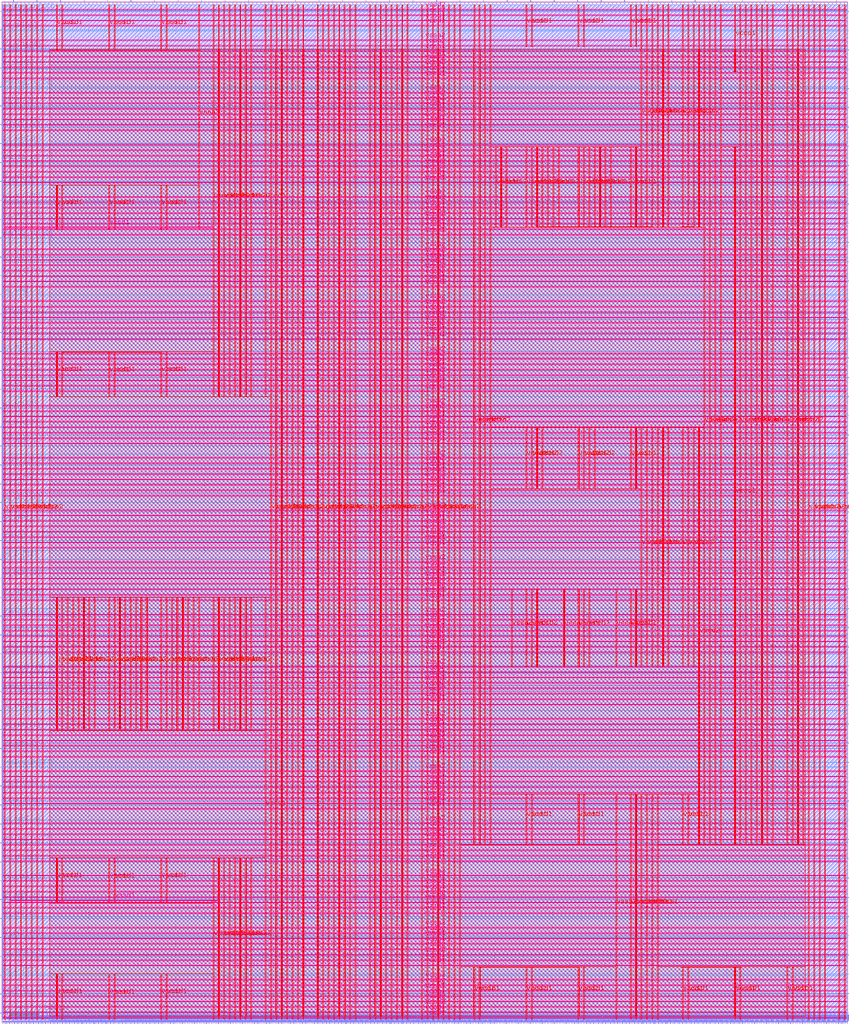
<source format=lef>
VERSION 5.7 ;
  NOWIREEXTENSIONATPIN ON ;
  DIVIDERCHAR "/" ;
  BUSBITCHARS "[]" ;
MACRO user_project_wrapper
  CLASS BLOCK ;
  FOREIGN user_project_wrapper ;
  ORIGIN 0.000 0.000 ;
  SIZE 2920.000 BY 3520.000 ;
  PIN analog_io[0]
    DIRECTION INOUT ;
    USE SIGNAL ;
    PORT
      LAYER met3 ;
        RECT 2917.600 1426.380 2924.800 1427.580 ;
    END
  END analog_io[0]
  PIN analog_io[10]
    DIRECTION INOUT ;
    USE SIGNAL ;
    PORT
      LAYER met2 ;
        RECT 2230.490 3517.600 2231.050 3524.800 ;
    END
  END analog_io[10]
  PIN analog_io[11]
    DIRECTION INOUT ;
    USE SIGNAL ;
    PORT
      LAYER met2 ;
        RECT 1905.730 3517.600 1906.290 3524.800 ;
    END
  END analog_io[11]
  PIN analog_io[12]
    DIRECTION INOUT ;
    USE SIGNAL ;
    PORT
      LAYER met2 ;
        RECT 1581.430 3517.600 1581.990 3524.800 ;
    END
  END analog_io[12]
  PIN analog_io[13]
    DIRECTION INOUT ;
    USE SIGNAL ;
    PORT
      LAYER met2 ;
        RECT 1257.130 3517.600 1257.690 3524.800 ;
    END
  END analog_io[13]
  PIN analog_io[14]
    DIRECTION INOUT ;
    USE SIGNAL ;
    PORT
      LAYER met2 ;
        RECT 932.370 3517.600 932.930 3524.800 ;
    END
  END analog_io[14]
  PIN analog_io[15]
    DIRECTION INOUT ;
    USE SIGNAL ;
    PORT
      LAYER met2 ;
        RECT 608.070 3517.600 608.630 3524.800 ;
    END
  END analog_io[15]
  PIN analog_io[16]
    DIRECTION INOUT ;
    USE SIGNAL ;
    PORT
      LAYER met2 ;
        RECT 283.770 3517.600 284.330 3524.800 ;
    END
  END analog_io[16]
  PIN analog_io[17]
    DIRECTION INOUT ;
    USE SIGNAL ;
    PORT
      LAYER met3 ;
        RECT -4.800 3486.100 2.400 3487.300 ;
    END
  END analog_io[17]
  PIN analog_io[18]
    DIRECTION INOUT ;
    USE SIGNAL ;
    PORT
      LAYER met3 ;
        RECT -4.800 3224.980 2.400 3226.180 ;
    END
  END analog_io[18]
  PIN analog_io[19]
    DIRECTION INOUT ;
    USE SIGNAL ;
    PORT
      LAYER met3 ;
        RECT -4.800 2964.540 2.400 2965.740 ;
    END
  END analog_io[19]
  PIN analog_io[1]
    DIRECTION INOUT ;
    USE SIGNAL ;
    PORT
      LAYER met3 ;
        RECT 2917.600 1692.260 2924.800 1693.460 ;
    END
  END analog_io[1]
  PIN analog_io[20]
    DIRECTION INOUT ;
    USE SIGNAL ;
    PORT
      LAYER met3 ;
        RECT -4.800 2703.420 2.400 2704.620 ;
    END
  END analog_io[20]
  PIN analog_io[21]
    DIRECTION INOUT ;
    USE SIGNAL ;
    PORT
      LAYER met3 ;
        RECT -4.800 2442.980 2.400 2444.180 ;
    END
  END analog_io[21]
  PIN analog_io[22]
    DIRECTION INOUT ;
    USE SIGNAL ;
    PORT
      LAYER met3 ;
        RECT -4.800 2182.540 2.400 2183.740 ;
    END
  END analog_io[22]
  PIN analog_io[23]
    DIRECTION INOUT ;
    USE SIGNAL ;
    PORT
      LAYER met3 ;
        RECT -4.800 1921.420 2.400 1922.620 ;
    END
  END analog_io[23]
  PIN analog_io[24]
    DIRECTION INOUT ;
    USE SIGNAL ;
    PORT
      LAYER met3 ;
        RECT -4.800 1660.980 2.400 1662.180 ;
    END
  END analog_io[24]
  PIN analog_io[25]
    DIRECTION INOUT ;
    USE SIGNAL ;
    PORT
      LAYER met3 ;
        RECT -4.800 1399.860 2.400 1401.060 ;
    END
  END analog_io[25]
  PIN analog_io[26]
    DIRECTION INOUT ;
    USE SIGNAL ;
    PORT
      LAYER met3 ;
        RECT -4.800 1139.420 2.400 1140.620 ;
    END
  END analog_io[26]
  PIN analog_io[27]
    DIRECTION INOUT ;
    USE SIGNAL ;
    PORT
      LAYER met3 ;
        RECT -4.800 878.980 2.400 880.180 ;
    END
  END analog_io[27]
  PIN analog_io[28]
    DIRECTION INOUT ;
    USE SIGNAL ;
    PORT
      LAYER met3 ;
        RECT -4.800 617.860 2.400 619.060 ;
    END
  END analog_io[28]
  PIN analog_io[2]
    DIRECTION INOUT ;
    USE SIGNAL ;
    PORT
      LAYER met3 ;
        RECT 2917.600 1958.140 2924.800 1959.340 ;
    END
  END analog_io[2]
  PIN analog_io[3]
    DIRECTION INOUT ;
    USE SIGNAL ;
    PORT
      LAYER met3 ;
        RECT 2917.600 2223.340 2924.800 2224.540 ;
    END
  END analog_io[3]
  PIN analog_io[4]
    DIRECTION INOUT ;
    USE SIGNAL ;
    PORT
      LAYER met3 ;
        RECT 2917.600 2489.220 2924.800 2490.420 ;
    END
  END analog_io[4]
  PIN analog_io[5]
    DIRECTION INOUT ;
    USE SIGNAL ;
    PORT
      LAYER met3 ;
        RECT 2917.600 2755.100 2924.800 2756.300 ;
    END
  END analog_io[5]
  PIN analog_io[6]
    DIRECTION INOUT ;
    USE SIGNAL ;
    PORT
      LAYER met3 ;
        RECT 2917.600 3020.300 2924.800 3021.500 ;
    END
  END analog_io[6]
  PIN analog_io[7]
    DIRECTION INOUT ;
    USE SIGNAL ;
    PORT
      LAYER met3 ;
        RECT 2917.600 3286.180 2924.800 3287.380 ;
    END
  END analog_io[7]
  PIN analog_io[8]
    DIRECTION INOUT ;
    USE SIGNAL ;
    PORT
      LAYER met2 ;
        RECT 2879.090 3517.600 2879.650 3524.800 ;
    END
  END analog_io[8]
  PIN analog_io[9]
    DIRECTION INOUT ;
    USE SIGNAL ;
    PORT
      LAYER met2 ;
        RECT 2554.790 3517.600 2555.350 3524.800 ;
    END
  END analog_io[9]
  PIN io_in[0]
    DIRECTION INPUT ;
    USE SIGNAL ;
    PORT
      LAYER met3 ;
        RECT 2917.600 32.380 2924.800 33.580 ;
    END
  END io_in[0]
  PIN io_in[10]
    DIRECTION INPUT ;
    USE SIGNAL ;
    PORT
      LAYER met3 ;
        RECT 2917.600 2289.980 2924.800 2291.180 ;
    END
  END io_in[10]
  PIN io_in[11]
    DIRECTION INPUT ;
    USE SIGNAL ;
    PORT
      LAYER met3 ;
        RECT 2917.600 2555.860 2924.800 2557.060 ;
    END
  END io_in[11]
  PIN io_in[12]
    DIRECTION INPUT ;
    USE SIGNAL ;
    PORT
      LAYER met3 ;
        RECT 2917.600 2821.060 2924.800 2822.260 ;
    END
  END io_in[12]
  PIN io_in[13]
    DIRECTION INPUT ;
    USE SIGNAL ;
    PORT
      LAYER met3 ;
        RECT 2917.600 3086.940 2924.800 3088.140 ;
    END
  END io_in[13]
  PIN io_in[14]
    DIRECTION INPUT ;
    USE SIGNAL ;
    PORT
      LAYER met3 ;
        RECT 2917.600 3352.820 2924.800 3354.020 ;
    END
  END io_in[14]
  PIN io_in[15]
    DIRECTION INPUT ;
    USE SIGNAL ;
    PORT
      LAYER met2 ;
        RECT 2798.130 3517.600 2798.690 3524.800 ;
    END
  END io_in[15]
  PIN io_in[16]
    DIRECTION INPUT ;
    USE SIGNAL ;
    PORT
      LAYER met2 ;
        RECT 2473.830 3517.600 2474.390 3524.800 ;
    END
  END io_in[16]
  PIN io_in[17]
    DIRECTION INPUT ;
    USE SIGNAL ;
    PORT
      LAYER met2 ;
        RECT 2149.070 3517.600 2149.630 3524.800 ;
    END
  END io_in[17]
  PIN io_in[18]
    DIRECTION INPUT ;
    USE SIGNAL ;
    PORT
      LAYER met2 ;
        RECT 1824.770 3517.600 1825.330 3524.800 ;
    END
  END io_in[18]
  PIN io_in[19]
    DIRECTION INPUT ;
    USE SIGNAL ;
    PORT
      LAYER met2 ;
        RECT 1500.470 3517.600 1501.030 3524.800 ;
    END
  END io_in[19]
  PIN io_in[1]
    DIRECTION INPUT ;
    USE SIGNAL ;
    PORT
      LAYER met3 ;
        RECT 2917.600 230.940 2924.800 232.140 ;
    END
  END io_in[1]
  PIN io_in[20]
    DIRECTION INPUT ;
    USE SIGNAL ;
    PORT
      LAYER met2 ;
        RECT 1175.710 3517.600 1176.270 3524.800 ;
    END
  END io_in[20]
  PIN io_in[21]
    DIRECTION INPUT ;
    USE SIGNAL ;
    PORT
      LAYER met2 ;
        RECT 851.410 3517.600 851.970 3524.800 ;
    END
  END io_in[21]
  PIN io_in[22]
    DIRECTION INPUT ;
    USE SIGNAL ;
    PORT
      LAYER met2 ;
        RECT 527.110 3517.600 527.670 3524.800 ;
    END
  END io_in[22]
  PIN io_in[23]
    DIRECTION INPUT ;
    USE SIGNAL ;
    PORT
      LAYER met2 ;
        RECT 202.350 3517.600 202.910 3524.800 ;
    END
  END io_in[23]
  PIN io_in[24]
    DIRECTION INPUT ;
    USE SIGNAL ;
    PORT
      LAYER met3 ;
        RECT -4.800 3420.820 2.400 3422.020 ;
    END
  END io_in[24]
  PIN io_in[25]
    DIRECTION INPUT ;
    USE SIGNAL ;
    PORT
      LAYER met3 ;
        RECT -4.800 3159.700 2.400 3160.900 ;
    END
  END io_in[25]
  PIN io_in[26]
    DIRECTION INPUT ;
    USE SIGNAL ;
    PORT
      LAYER met3 ;
        RECT -4.800 2899.260 2.400 2900.460 ;
    END
  END io_in[26]
  PIN io_in[27]
    DIRECTION INPUT ;
    USE SIGNAL ;
    PORT
      LAYER met3 ;
        RECT -4.800 2638.820 2.400 2640.020 ;
    END
  END io_in[27]
  PIN io_in[28]
    DIRECTION INPUT ;
    USE SIGNAL ;
    PORT
      LAYER met3 ;
        RECT -4.800 2377.700 2.400 2378.900 ;
    END
  END io_in[28]
  PIN io_in[29]
    DIRECTION INPUT ;
    USE SIGNAL ;
    PORT
      LAYER met3 ;
        RECT -4.800 2117.260 2.400 2118.460 ;
    END
  END io_in[29]
  PIN io_in[2]
    DIRECTION INPUT ;
    USE SIGNAL ;
    PORT
      LAYER met3 ;
        RECT 2917.600 430.180 2924.800 431.380 ;
    END
  END io_in[2]
  PIN io_in[30]
    DIRECTION INPUT ;
    USE SIGNAL ;
    PORT
      LAYER met3 ;
        RECT -4.800 1856.140 2.400 1857.340 ;
    END
  END io_in[30]
  PIN io_in[31]
    DIRECTION INPUT ;
    USE SIGNAL ;
    PORT
      LAYER met3 ;
        RECT -4.800 1595.700 2.400 1596.900 ;
    END
  END io_in[31]
  PIN io_in[32]
    DIRECTION INPUT ;
    USE SIGNAL ;
    PORT
      LAYER met3 ;
        RECT -4.800 1335.260 2.400 1336.460 ;
    END
  END io_in[32]
  PIN io_in[33]
    DIRECTION INPUT ;
    USE SIGNAL ;
    PORT
      LAYER met3 ;
        RECT -4.800 1074.140 2.400 1075.340 ;
    END
  END io_in[33]
  PIN io_in[34]
    DIRECTION INPUT ;
    USE SIGNAL ;
    PORT
      LAYER met3 ;
        RECT -4.800 813.700 2.400 814.900 ;
    END
  END io_in[34]
  PIN io_in[35]
    DIRECTION INPUT ;
    USE SIGNAL ;
    PORT
      LAYER met3 ;
        RECT -4.800 552.580 2.400 553.780 ;
    END
  END io_in[35]
  PIN io_in[36]
    DIRECTION INPUT ;
    USE SIGNAL ;
    PORT
      LAYER met3 ;
        RECT -4.800 357.420 2.400 358.620 ;
    END
  END io_in[36]
  PIN io_in[37]
    DIRECTION INPUT ;
    USE SIGNAL ;
    PORT
      LAYER met3 ;
        RECT -4.800 161.580 2.400 162.780 ;
    END
  END io_in[37]
  PIN io_in[3]
    DIRECTION INPUT ;
    USE SIGNAL ;
    PORT
      LAYER met3 ;
        RECT 2917.600 629.420 2924.800 630.620 ;
    END
  END io_in[3]
  PIN io_in[4]
    DIRECTION INPUT ;
    USE SIGNAL ;
    PORT
      LAYER met3 ;
        RECT 2917.600 828.660 2924.800 829.860 ;
    END
  END io_in[4]
  PIN io_in[5]
    DIRECTION INPUT ;
    USE SIGNAL ;
    PORT
      LAYER met3 ;
        RECT 2917.600 1027.900 2924.800 1029.100 ;
    END
  END io_in[5]
  PIN io_in[6]
    DIRECTION INPUT ;
    USE SIGNAL ;
    PORT
      LAYER met3 ;
        RECT 2917.600 1227.140 2924.800 1228.340 ;
    END
  END io_in[6]
  PIN io_in[7]
    DIRECTION INPUT ;
    USE SIGNAL ;
    PORT
      LAYER met3 ;
        RECT 2917.600 1493.020 2924.800 1494.220 ;
    END
  END io_in[7]
  PIN io_in[8]
    DIRECTION INPUT ;
    USE SIGNAL ;
    PORT
      LAYER met3 ;
        RECT 2917.600 1758.900 2924.800 1760.100 ;
    END
  END io_in[8]
  PIN io_in[9]
    DIRECTION INPUT ;
    USE SIGNAL ;
    PORT
      LAYER met3 ;
        RECT 2917.600 2024.100 2924.800 2025.300 ;
    END
  END io_in[9]
  PIN io_oeb[0]
    DIRECTION OUTPUT TRISTATE ;
    USE SIGNAL ;
    PORT
      LAYER met3 ;
        RECT 2917.600 164.980 2924.800 166.180 ;
    END
  END io_oeb[0]
  PIN io_oeb[10]
    DIRECTION OUTPUT TRISTATE ;
    USE SIGNAL ;
    PORT
      LAYER met3 ;
        RECT 2917.600 2422.580 2924.800 2423.780 ;
    END
  END io_oeb[10]
  PIN io_oeb[11]
    DIRECTION OUTPUT TRISTATE ;
    USE SIGNAL ;
    PORT
      LAYER met3 ;
        RECT 2917.600 2688.460 2924.800 2689.660 ;
    END
  END io_oeb[11]
  PIN io_oeb[12]
    DIRECTION OUTPUT TRISTATE ;
    USE SIGNAL ;
    PORT
      LAYER met3 ;
        RECT 2917.600 2954.340 2924.800 2955.540 ;
    END
  END io_oeb[12]
  PIN io_oeb[13]
    DIRECTION OUTPUT TRISTATE ;
    USE SIGNAL ;
    PORT
      LAYER met3 ;
        RECT 2917.600 3219.540 2924.800 3220.740 ;
    END
  END io_oeb[13]
  PIN io_oeb[14]
    DIRECTION OUTPUT TRISTATE ;
    USE SIGNAL ;
    PORT
      LAYER met3 ;
        RECT 2917.600 3485.420 2924.800 3486.620 ;
    END
  END io_oeb[14]
  PIN io_oeb[15]
    DIRECTION OUTPUT TRISTATE ;
    USE SIGNAL ;
    PORT
      LAYER met2 ;
        RECT 2635.750 3517.600 2636.310 3524.800 ;
    END
  END io_oeb[15]
  PIN io_oeb[16]
    DIRECTION OUTPUT TRISTATE ;
    USE SIGNAL ;
    PORT
      LAYER met2 ;
        RECT 2311.450 3517.600 2312.010 3524.800 ;
    END
  END io_oeb[16]
  PIN io_oeb[17]
    DIRECTION OUTPUT TRISTATE ;
    USE SIGNAL ;
    PORT
      LAYER met2 ;
        RECT 1987.150 3517.600 1987.710 3524.800 ;
    END
  END io_oeb[17]
  PIN io_oeb[18]
    DIRECTION OUTPUT TRISTATE ;
    USE SIGNAL ;
    PORT
      LAYER met2 ;
        RECT 1662.390 3517.600 1662.950 3524.800 ;
    END
  END io_oeb[18]
  PIN io_oeb[19]
    DIRECTION OUTPUT TRISTATE ;
    USE SIGNAL ;
    PORT
      LAYER met2 ;
        RECT 1338.090 3517.600 1338.650 3524.800 ;
    END
  END io_oeb[19]
  PIN io_oeb[1]
    DIRECTION OUTPUT TRISTATE ;
    USE SIGNAL ;
    PORT
      LAYER met3 ;
        RECT 2917.600 364.220 2924.800 365.420 ;
    END
  END io_oeb[1]
  PIN io_oeb[20]
    DIRECTION OUTPUT TRISTATE ;
    USE SIGNAL ;
    PORT
      LAYER met2 ;
        RECT 1013.790 3517.600 1014.350 3524.800 ;
    END
  END io_oeb[20]
  PIN io_oeb[21]
    DIRECTION OUTPUT TRISTATE ;
    USE SIGNAL ;
    PORT
      LAYER met2 ;
        RECT 689.030 3517.600 689.590 3524.800 ;
    END
  END io_oeb[21]
  PIN io_oeb[22]
    DIRECTION OUTPUT TRISTATE ;
    USE SIGNAL ;
    PORT
      LAYER met2 ;
        RECT 364.730 3517.600 365.290 3524.800 ;
    END
  END io_oeb[22]
  PIN io_oeb[23]
    DIRECTION OUTPUT TRISTATE ;
    USE SIGNAL ;
    PORT
      LAYER met2 ;
        RECT 40.430 3517.600 40.990 3524.800 ;
    END
  END io_oeb[23]
  PIN io_oeb[24]
    DIRECTION OUTPUT TRISTATE ;
    USE SIGNAL ;
    PORT
      LAYER met3 ;
        RECT -4.800 3290.260 2.400 3291.460 ;
    END
  END io_oeb[24]
  PIN io_oeb[25]
    DIRECTION OUTPUT TRISTATE ;
    USE SIGNAL ;
    PORT
      LAYER met3 ;
        RECT -4.800 3029.820 2.400 3031.020 ;
    END
  END io_oeb[25]
  PIN io_oeb[26]
    DIRECTION OUTPUT TRISTATE ;
    USE SIGNAL ;
    PORT
      LAYER met3 ;
        RECT -4.800 2768.700 2.400 2769.900 ;
    END
  END io_oeb[26]
  PIN io_oeb[27]
    DIRECTION OUTPUT TRISTATE ;
    USE SIGNAL ;
    PORT
      LAYER met3 ;
        RECT -4.800 2508.260 2.400 2509.460 ;
    END
  END io_oeb[27]
  PIN io_oeb[28]
    DIRECTION OUTPUT TRISTATE ;
    USE SIGNAL ;
    PORT
      LAYER met3 ;
        RECT -4.800 2247.140 2.400 2248.340 ;
    END
  END io_oeb[28]
  PIN io_oeb[29]
    DIRECTION OUTPUT TRISTATE ;
    USE SIGNAL ;
    PORT
      LAYER met3 ;
        RECT -4.800 1986.700 2.400 1987.900 ;
    END
  END io_oeb[29]
  PIN io_oeb[2]
    DIRECTION OUTPUT TRISTATE ;
    USE SIGNAL ;
    PORT
      LAYER met3 ;
        RECT 2917.600 563.460 2924.800 564.660 ;
    END
  END io_oeb[2]
  PIN io_oeb[30]
    DIRECTION OUTPUT TRISTATE ;
    USE SIGNAL ;
    PORT
      LAYER met3 ;
        RECT -4.800 1726.260 2.400 1727.460 ;
    END
  END io_oeb[30]
  PIN io_oeb[31]
    DIRECTION OUTPUT TRISTATE ;
    USE SIGNAL ;
    PORT
      LAYER met3 ;
        RECT -4.800 1465.140 2.400 1466.340 ;
    END
  END io_oeb[31]
  PIN io_oeb[32]
    DIRECTION OUTPUT TRISTATE ;
    USE SIGNAL ;
    PORT
      LAYER met3 ;
        RECT -4.800 1204.700 2.400 1205.900 ;
    END
  END io_oeb[32]
  PIN io_oeb[33]
    DIRECTION OUTPUT TRISTATE ;
    USE SIGNAL ;
    PORT
      LAYER met3 ;
        RECT -4.800 943.580 2.400 944.780 ;
    END
  END io_oeb[33]
  PIN io_oeb[34]
    DIRECTION OUTPUT TRISTATE ;
    USE SIGNAL ;
    PORT
      LAYER met3 ;
        RECT -4.800 683.140 2.400 684.340 ;
    END
  END io_oeb[34]
  PIN io_oeb[35]
    DIRECTION OUTPUT TRISTATE ;
    USE SIGNAL ;
    PORT
      LAYER met3 ;
        RECT -4.800 422.700 2.400 423.900 ;
    END
  END io_oeb[35]
  PIN io_oeb[36]
    DIRECTION OUTPUT TRISTATE ;
    USE SIGNAL ;
    PORT
      LAYER met3 ;
        RECT -4.800 226.860 2.400 228.060 ;
    END
  END io_oeb[36]
  PIN io_oeb[37]
    DIRECTION OUTPUT TRISTATE ;
    USE SIGNAL ;
    PORT
      LAYER met3 ;
        RECT -4.800 31.700 2.400 32.900 ;
    END
  END io_oeb[37]
  PIN io_oeb[3]
    DIRECTION OUTPUT TRISTATE ;
    USE SIGNAL ;
    PORT
      LAYER met3 ;
        RECT 2917.600 762.700 2924.800 763.900 ;
    END
  END io_oeb[3]
  PIN io_oeb[4]
    DIRECTION OUTPUT TRISTATE ;
    USE SIGNAL ;
    PORT
      LAYER met3 ;
        RECT 2917.600 961.940 2924.800 963.140 ;
    END
  END io_oeb[4]
  PIN io_oeb[5]
    DIRECTION OUTPUT TRISTATE ;
    USE SIGNAL ;
    PORT
      LAYER met3 ;
        RECT 2917.600 1161.180 2924.800 1162.380 ;
    END
  END io_oeb[5]
  PIN io_oeb[6]
    DIRECTION OUTPUT TRISTATE ;
    USE SIGNAL ;
    PORT
      LAYER met3 ;
        RECT 2917.600 1360.420 2924.800 1361.620 ;
    END
  END io_oeb[6]
  PIN io_oeb[7]
    DIRECTION OUTPUT TRISTATE ;
    USE SIGNAL ;
    PORT
      LAYER met3 ;
        RECT 2917.600 1625.620 2924.800 1626.820 ;
    END
  END io_oeb[7]
  PIN io_oeb[8]
    DIRECTION OUTPUT TRISTATE ;
    USE SIGNAL ;
    PORT
      LAYER met3 ;
        RECT 2917.600 1891.500 2924.800 1892.700 ;
    END
  END io_oeb[8]
  PIN io_oeb[9]
    DIRECTION OUTPUT TRISTATE ;
    USE SIGNAL ;
    PORT
      LAYER met3 ;
        RECT 2917.600 2157.380 2924.800 2158.580 ;
    END
  END io_oeb[9]
  PIN io_out[0]
    DIRECTION OUTPUT TRISTATE ;
    USE SIGNAL ;
    PORT
      LAYER met3 ;
        RECT 2917.600 98.340 2924.800 99.540 ;
    END
  END io_out[0]
  PIN io_out[10]
    DIRECTION OUTPUT TRISTATE ;
    USE SIGNAL ;
    PORT
      LAYER met3 ;
        RECT 2917.600 2356.620 2924.800 2357.820 ;
    END
  END io_out[10]
  PIN io_out[11]
    DIRECTION OUTPUT TRISTATE ;
    USE SIGNAL ;
    PORT
      LAYER met3 ;
        RECT 2917.600 2621.820 2924.800 2623.020 ;
    END
  END io_out[11]
  PIN io_out[12]
    DIRECTION OUTPUT TRISTATE ;
    USE SIGNAL ;
    PORT
      LAYER met3 ;
        RECT 2917.600 2887.700 2924.800 2888.900 ;
    END
  END io_out[12]
  PIN io_out[13]
    DIRECTION OUTPUT TRISTATE ;
    USE SIGNAL ;
    PORT
      LAYER met3 ;
        RECT 2917.600 3153.580 2924.800 3154.780 ;
    END
  END io_out[13]
  PIN io_out[14]
    DIRECTION OUTPUT TRISTATE ;
    USE SIGNAL ;
    PORT
      LAYER met3 ;
        RECT 2917.600 3418.780 2924.800 3419.980 ;
    END
  END io_out[14]
  PIN io_out[15]
    DIRECTION OUTPUT TRISTATE ;
    USE SIGNAL ;
    PORT
      LAYER met2 ;
        RECT 2717.170 3517.600 2717.730 3524.800 ;
    END
  END io_out[15]
  PIN io_out[16]
    DIRECTION OUTPUT TRISTATE ;
    USE SIGNAL ;
    PORT
      LAYER met2 ;
        RECT 2392.410 3517.600 2392.970 3524.800 ;
    END
  END io_out[16]
  PIN io_out[17]
    DIRECTION OUTPUT TRISTATE ;
    USE SIGNAL ;
    PORT
      LAYER met2 ;
        RECT 2068.110 3517.600 2068.670 3524.800 ;
    END
  END io_out[17]
  PIN io_out[18]
    DIRECTION OUTPUT TRISTATE ;
    USE SIGNAL ;
    PORT
      LAYER met2 ;
        RECT 1743.810 3517.600 1744.370 3524.800 ;
    END
  END io_out[18]
  PIN io_out[19]
    DIRECTION OUTPUT TRISTATE ;
    USE SIGNAL ;
    PORT
      LAYER met2 ;
        RECT 1419.050 3517.600 1419.610 3524.800 ;
    END
  END io_out[19]
  PIN io_out[1]
    DIRECTION OUTPUT TRISTATE ;
    USE SIGNAL ;
    PORT
      LAYER met3 ;
        RECT 2917.600 297.580 2924.800 298.780 ;
    END
  END io_out[1]
  PIN io_out[20]
    DIRECTION OUTPUT TRISTATE ;
    USE SIGNAL ;
    PORT
      LAYER met2 ;
        RECT 1094.750 3517.600 1095.310 3524.800 ;
    END
  END io_out[20]
  PIN io_out[21]
    DIRECTION OUTPUT TRISTATE ;
    USE SIGNAL ;
    PORT
      LAYER met2 ;
        RECT 770.450 3517.600 771.010 3524.800 ;
    END
  END io_out[21]
  PIN io_out[22]
    DIRECTION OUTPUT TRISTATE ;
    USE SIGNAL ;
    PORT
      LAYER met2 ;
        RECT 445.690 3517.600 446.250 3524.800 ;
    END
  END io_out[22]
  PIN io_out[23]
    DIRECTION OUTPUT TRISTATE ;
    USE SIGNAL ;
    PORT
      LAYER met2 ;
        RECT 121.390 3517.600 121.950 3524.800 ;
    END
  END io_out[23]
  PIN io_out[24]
    DIRECTION OUTPUT TRISTATE ;
    USE SIGNAL ;
    PORT
      LAYER met3 ;
        RECT -4.800 3355.540 2.400 3356.740 ;
    END
  END io_out[24]
  PIN io_out[25]
    DIRECTION OUTPUT TRISTATE ;
    USE SIGNAL ;
    PORT
      LAYER met3 ;
        RECT -4.800 3095.100 2.400 3096.300 ;
    END
  END io_out[25]
  PIN io_out[26]
    DIRECTION OUTPUT TRISTATE ;
    USE SIGNAL ;
    PORT
      LAYER met3 ;
        RECT -4.800 2833.980 2.400 2835.180 ;
    END
  END io_out[26]
  PIN io_out[27]
    DIRECTION OUTPUT TRISTATE ;
    USE SIGNAL ;
    PORT
      LAYER met3 ;
        RECT -4.800 2573.540 2.400 2574.740 ;
    END
  END io_out[27]
  PIN io_out[28]
    DIRECTION OUTPUT TRISTATE ;
    USE SIGNAL ;
    PORT
      LAYER met3 ;
        RECT -4.800 2312.420 2.400 2313.620 ;
    END
  END io_out[28]
  PIN io_out[29]
    DIRECTION OUTPUT TRISTATE ;
    USE SIGNAL ;
    PORT
      LAYER met3 ;
        RECT -4.800 2051.980 2.400 2053.180 ;
    END
  END io_out[29]
  PIN io_out[2]
    DIRECTION OUTPUT TRISTATE ;
    USE SIGNAL ;
    PORT
      LAYER met3 ;
        RECT 2917.600 496.820 2924.800 498.020 ;
    END
  END io_out[2]
  PIN io_out[30]
    DIRECTION OUTPUT TRISTATE ;
    USE SIGNAL ;
    PORT
      LAYER met3 ;
        RECT -4.800 1791.540 2.400 1792.740 ;
    END
  END io_out[30]
  PIN io_out[31]
    DIRECTION OUTPUT TRISTATE ;
    USE SIGNAL ;
    PORT
      LAYER met3 ;
        RECT -4.800 1530.420 2.400 1531.620 ;
    END
  END io_out[31]
  PIN io_out[32]
    DIRECTION OUTPUT TRISTATE ;
    USE SIGNAL ;
    PORT
      LAYER met3 ;
        RECT -4.800 1269.980 2.400 1271.180 ;
    END
  END io_out[32]
  PIN io_out[33]
    DIRECTION OUTPUT TRISTATE ;
    USE SIGNAL ;
    PORT
      LAYER met3 ;
        RECT -4.800 1008.860 2.400 1010.060 ;
    END
  END io_out[33]
  PIN io_out[34]
    DIRECTION OUTPUT TRISTATE ;
    USE SIGNAL ;
    PORT
      LAYER met3 ;
        RECT -4.800 748.420 2.400 749.620 ;
    END
  END io_out[34]
  PIN io_out[35]
    DIRECTION OUTPUT TRISTATE ;
    USE SIGNAL ;
    PORT
      LAYER met3 ;
        RECT -4.800 487.300 2.400 488.500 ;
    END
  END io_out[35]
  PIN io_out[36]
    DIRECTION OUTPUT TRISTATE ;
    USE SIGNAL ;
    PORT
      LAYER met3 ;
        RECT -4.800 292.140 2.400 293.340 ;
    END
  END io_out[36]
  PIN io_out[37]
    DIRECTION OUTPUT TRISTATE ;
    USE SIGNAL ;
    PORT
      LAYER met3 ;
        RECT -4.800 96.300 2.400 97.500 ;
    END
  END io_out[37]
  PIN io_out[3]
    DIRECTION OUTPUT TRISTATE ;
    USE SIGNAL ;
    PORT
      LAYER met3 ;
        RECT 2917.600 696.060 2924.800 697.260 ;
    END
  END io_out[3]
  PIN io_out[4]
    DIRECTION OUTPUT TRISTATE ;
    USE SIGNAL ;
    PORT
      LAYER met3 ;
        RECT 2917.600 895.300 2924.800 896.500 ;
    END
  END io_out[4]
  PIN io_out[5]
    DIRECTION OUTPUT TRISTATE ;
    USE SIGNAL ;
    PORT
      LAYER met3 ;
        RECT 2917.600 1094.540 2924.800 1095.740 ;
    END
  END io_out[5]
  PIN io_out[6]
    DIRECTION OUTPUT TRISTATE ;
    USE SIGNAL ;
    PORT
      LAYER met3 ;
        RECT 2917.600 1293.780 2924.800 1294.980 ;
    END
  END io_out[6]
  PIN io_out[7]
    DIRECTION OUTPUT TRISTATE ;
    USE SIGNAL ;
    PORT
      LAYER met3 ;
        RECT 2917.600 1559.660 2924.800 1560.860 ;
    END
  END io_out[7]
  PIN io_out[8]
    DIRECTION OUTPUT TRISTATE ;
    USE SIGNAL ;
    PORT
      LAYER met3 ;
        RECT 2917.600 1824.860 2924.800 1826.060 ;
    END
  END io_out[8]
  PIN io_out[9]
    DIRECTION OUTPUT TRISTATE ;
    USE SIGNAL ;
    PORT
      LAYER met3 ;
        RECT 2917.600 2090.740 2924.800 2091.940 ;
    END
  END io_out[9]
  PIN la_data_in[0]
    DIRECTION INPUT ;
    USE SIGNAL ;
    PORT
      LAYER met2 ;
        RECT 629.230 -4.800 629.790 2.400 ;
    END
  END la_data_in[0]
  PIN la_data_in[100]
    DIRECTION INPUT ;
    USE SIGNAL ;
    PORT
      LAYER met2 ;
        RECT 2402.530 -4.800 2403.090 2.400 ;
    END
  END la_data_in[100]
  PIN la_data_in[101]
    DIRECTION INPUT ;
    USE SIGNAL ;
    PORT
      LAYER met2 ;
        RECT 2420.010 -4.800 2420.570 2.400 ;
    END
  END la_data_in[101]
  PIN la_data_in[102]
    DIRECTION INPUT ;
    USE SIGNAL ;
    PORT
      LAYER met2 ;
        RECT 2437.950 -4.800 2438.510 2.400 ;
    END
  END la_data_in[102]
  PIN la_data_in[103]
    DIRECTION INPUT ;
    USE SIGNAL ;
    PORT
      LAYER met2 ;
        RECT 2455.430 -4.800 2455.990 2.400 ;
    END
  END la_data_in[103]
  PIN la_data_in[104]
    DIRECTION INPUT ;
    USE SIGNAL ;
    PORT
      LAYER met2 ;
        RECT 2473.370 -4.800 2473.930 2.400 ;
    END
  END la_data_in[104]
  PIN la_data_in[105]
    DIRECTION INPUT ;
    USE SIGNAL ;
    PORT
      LAYER met2 ;
        RECT 2490.850 -4.800 2491.410 2.400 ;
    END
  END la_data_in[105]
  PIN la_data_in[106]
    DIRECTION INPUT ;
    USE SIGNAL ;
    PORT
      LAYER met2 ;
        RECT 2508.790 -4.800 2509.350 2.400 ;
    END
  END la_data_in[106]
  PIN la_data_in[107]
    DIRECTION INPUT ;
    USE SIGNAL ;
    PORT
      LAYER met2 ;
        RECT 2526.730 -4.800 2527.290 2.400 ;
    END
  END la_data_in[107]
  PIN la_data_in[108]
    DIRECTION INPUT ;
    USE SIGNAL ;
    PORT
      LAYER met2 ;
        RECT 2544.210 -4.800 2544.770 2.400 ;
    END
  END la_data_in[108]
  PIN la_data_in[109]
    DIRECTION INPUT ;
    USE SIGNAL ;
    PORT
      LAYER met2 ;
        RECT 2562.150 -4.800 2562.710 2.400 ;
    END
  END la_data_in[109]
  PIN la_data_in[10]
    DIRECTION INPUT ;
    USE SIGNAL ;
    PORT
      LAYER met2 ;
        RECT 806.330 -4.800 806.890 2.400 ;
    END
  END la_data_in[10]
  PIN la_data_in[110]
    DIRECTION INPUT ;
    USE SIGNAL ;
    PORT
      LAYER met2 ;
        RECT 2579.630 -4.800 2580.190 2.400 ;
    END
  END la_data_in[110]
  PIN la_data_in[111]
    DIRECTION INPUT ;
    USE SIGNAL ;
    PORT
      LAYER met2 ;
        RECT 2597.570 -4.800 2598.130 2.400 ;
    END
  END la_data_in[111]
  PIN la_data_in[112]
    DIRECTION INPUT ;
    USE SIGNAL ;
    PORT
      LAYER met2 ;
        RECT 2615.050 -4.800 2615.610 2.400 ;
    END
  END la_data_in[112]
  PIN la_data_in[113]
    DIRECTION INPUT ;
    USE SIGNAL ;
    PORT
      LAYER met2 ;
        RECT 2632.990 -4.800 2633.550 2.400 ;
    END
  END la_data_in[113]
  PIN la_data_in[114]
    DIRECTION INPUT ;
    USE SIGNAL ;
    PORT
      LAYER met2 ;
        RECT 2650.470 -4.800 2651.030 2.400 ;
    END
  END la_data_in[114]
  PIN la_data_in[115]
    DIRECTION INPUT ;
    USE SIGNAL ;
    PORT
      LAYER met2 ;
        RECT 2668.410 -4.800 2668.970 2.400 ;
    END
  END la_data_in[115]
  PIN la_data_in[116]
    DIRECTION INPUT ;
    USE SIGNAL ;
    PORT
      LAYER met2 ;
        RECT 2685.890 -4.800 2686.450 2.400 ;
    END
  END la_data_in[116]
  PIN la_data_in[117]
    DIRECTION INPUT ;
    USE SIGNAL ;
    PORT
      LAYER met2 ;
        RECT 2703.830 -4.800 2704.390 2.400 ;
    END
  END la_data_in[117]
  PIN la_data_in[118]
    DIRECTION INPUT ;
    USE SIGNAL ;
    PORT
      LAYER met2 ;
        RECT 2721.770 -4.800 2722.330 2.400 ;
    END
  END la_data_in[118]
  PIN la_data_in[119]
    DIRECTION INPUT ;
    USE SIGNAL ;
    PORT
      LAYER met2 ;
        RECT 2739.250 -4.800 2739.810 2.400 ;
    END
  END la_data_in[119]
  PIN la_data_in[11]
    DIRECTION INPUT ;
    USE SIGNAL ;
    PORT
      LAYER met2 ;
        RECT 824.270 -4.800 824.830 2.400 ;
    END
  END la_data_in[11]
  PIN la_data_in[120]
    DIRECTION INPUT ;
    USE SIGNAL ;
    PORT
      LAYER met2 ;
        RECT 2757.190 -4.800 2757.750 2.400 ;
    END
  END la_data_in[120]
  PIN la_data_in[121]
    DIRECTION INPUT ;
    USE SIGNAL ;
    PORT
      LAYER met2 ;
        RECT 2774.670 -4.800 2775.230 2.400 ;
    END
  END la_data_in[121]
  PIN la_data_in[122]
    DIRECTION INPUT ;
    USE SIGNAL ;
    PORT
      LAYER met2 ;
        RECT 2792.610 -4.800 2793.170 2.400 ;
    END
  END la_data_in[122]
  PIN la_data_in[123]
    DIRECTION INPUT ;
    USE SIGNAL ;
    PORT
      LAYER met2 ;
        RECT 2810.090 -4.800 2810.650 2.400 ;
    END
  END la_data_in[123]
  PIN la_data_in[124]
    DIRECTION INPUT ;
    USE SIGNAL ;
    PORT
      LAYER met2 ;
        RECT 2828.030 -4.800 2828.590 2.400 ;
    END
  END la_data_in[124]
  PIN la_data_in[125]
    DIRECTION INPUT ;
    USE SIGNAL ;
    PORT
      LAYER met2 ;
        RECT 2845.510 -4.800 2846.070 2.400 ;
    END
  END la_data_in[125]
  PIN la_data_in[126]
    DIRECTION INPUT ;
    USE SIGNAL ;
    PORT
      LAYER met2 ;
        RECT 2863.450 -4.800 2864.010 2.400 ;
    END
  END la_data_in[126]
  PIN la_data_in[127]
    DIRECTION INPUT ;
    USE SIGNAL ;
    PORT
      LAYER met2 ;
        RECT 2881.390 -4.800 2881.950 2.400 ;
    END
  END la_data_in[127]
  PIN la_data_in[12]
    DIRECTION INPUT ;
    USE SIGNAL ;
    PORT
      LAYER met2 ;
        RECT 841.750 -4.800 842.310 2.400 ;
    END
  END la_data_in[12]
  PIN la_data_in[13]
    DIRECTION INPUT ;
    USE SIGNAL ;
    PORT
      LAYER met2 ;
        RECT 859.690 -4.800 860.250 2.400 ;
    END
  END la_data_in[13]
  PIN la_data_in[14]
    DIRECTION INPUT ;
    USE SIGNAL ;
    PORT
      LAYER met2 ;
        RECT 877.170 -4.800 877.730 2.400 ;
    END
  END la_data_in[14]
  PIN la_data_in[15]
    DIRECTION INPUT ;
    USE SIGNAL ;
    PORT
      LAYER met2 ;
        RECT 895.110 -4.800 895.670 2.400 ;
    END
  END la_data_in[15]
  PIN la_data_in[16]
    DIRECTION INPUT ;
    USE SIGNAL ;
    PORT
      LAYER met2 ;
        RECT 912.590 -4.800 913.150 2.400 ;
    END
  END la_data_in[16]
  PIN la_data_in[17]
    DIRECTION INPUT ;
    USE SIGNAL ;
    PORT
      LAYER met2 ;
        RECT 930.530 -4.800 931.090 2.400 ;
    END
  END la_data_in[17]
  PIN la_data_in[18]
    DIRECTION INPUT ;
    USE SIGNAL ;
    PORT
      LAYER met2 ;
        RECT 948.470 -4.800 949.030 2.400 ;
    END
  END la_data_in[18]
  PIN la_data_in[19]
    DIRECTION INPUT ;
    USE SIGNAL ;
    PORT
      LAYER met2 ;
        RECT 965.950 -4.800 966.510 2.400 ;
    END
  END la_data_in[19]
  PIN la_data_in[1]
    DIRECTION INPUT ;
    USE SIGNAL ;
    PORT
      LAYER met2 ;
        RECT 646.710 -4.800 647.270 2.400 ;
    END
  END la_data_in[1]
  PIN la_data_in[20]
    DIRECTION INPUT ;
    USE SIGNAL ;
    PORT
      LAYER met2 ;
        RECT 983.890 -4.800 984.450 2.400 ;
    END
  END la_data_in[20]
  PIN la_data_in[21]
    DIRECTION INPUT ;
    USE SIGNAL ;
    PORT
      LAYER met2 ;
        RECT 1001.370 -4.800 1001.930 2.400 ;
    END
  END la_data_in[21]
  PIN la_data_in[22]
    DIRECTION INPUT ;
    USE SIGNAL ;
    PORT
      LAYER met2 ;
        RECT 1019.310 -4.800 1019.870 2.400 ;
    END
  END la_data_in[22]
  PIN la_data_in[23]
    DIRECTION INPUT ;
    USE SIGNAL ;
    PORT
      LAYER met2 ;
        RECT 1036.790 -4.800 1037.350 2.400 ;
    END
  END la_data_in[23]
  PIN la_data_in[24]
    DIRECTION INPUT ;
    USE SIGNAL ;
    PORT
      LAYER met2 ;
        RECT 1054.730 -4.800 1055.290 2.400 ;
    END
  END la_data_in[24]
  PIN la_data_in[25]
    DIRECTION INPUT ;
    USE SIGNAL ;
    PORT
      LAYER met2 ;
        RECT 1072.210 -4.800 1072.770 2.400 ;
    END
  END la_data_in[25]
  PIN la_data_in[26]
    DIRECTION INPUT ;
    USE SIGNAL ;
    PORT
      LAYER met2 ;
        RECT 1090.150 -4.800 1090.710 2.400 ;
    END
  END la_data_in[26]
  PIN la_data_in[27]
    DIRECTION INPUT ;
    USE SIGNAL ;
    PORT
      LAYER met2 ;
        RECT 1107.630 -4.800 1108.190 2.400 ;
    END
  END la_data_in[27]
  PIN la_data_in[28]
    DIRECTION INPUT ;
    USE SIGNAL ;
    PORT
      LAYER met2 ;
        RECT 1125.570 -4.800 1126.130 2.400 ;
    END
  END la_data_in[28]
  PIN la_data_in[29]
    DIRECTION INPUT ;
    USE SIGNAL ;
    PORT
      LAYER met2 ;
        RECT 1143.510 -4.800 1144.070 2.400 ;
    END
  END la_data_in[29]
  PIN la_data_in[2]
    DIRECTION INPUT ;
    USE SIGNAL ;
    PORT
      LAYER met2 ;
        RECT 664.650 -4.800 665.210 2.400 ;
    END
  END la_data_in[2]
  PIN la_data_in[30]
    DIRECTION INPUT ;
    USE SIGNAL ;
    PORT
      LAYER met2 ;
        RECT 1160.990 -4.800 1161.550 2.400 ;
    END
  END la_data_in[30]
  PIN la_data_in[31]
    DIRECTION INPUT ;
    USE SIGNAL ;
    PORT
      LAYER met2 ;
        RECT 1178.930 -4.800 1179.490 2.400 ;
    END
  END la_data_in[31]
  PIN la_data_in[32]
    DIRECTION INPUT ;
    USE SIGNAL ;
    PORT
      LAYER met2 ;
        RECT 1196.410 -4.800 1196.970 2.400 ;
    END
  END la_data_in[32]
  PIN la_data_in[33]
    DIRECTION INPUT ;
    USE SIGNAL ;
    PORT
      LAYER met2 ;
        RECT 1214.350 -4.800 1214.910 2.400 ;
    END
  END la_data_in[33]
  PIN la_data_in[34]
    DIRECTION INPUT ;
    USE SIGNAL ;
    PORT
      LAYER met2 ;
        RECT 1231.830 -4.800 1232.390 2.400 ;
    END
  END la_data_in[34]
  PIN la_data_in[35]
    DIRECTION INPUT ;
    USE SIGNAL ;
    PORT
      LAYER met2 ;
        RECT 1249.770 -4.800 1250.330 2.400 ;
    END
  END la_data_in[35]
  PIN la_data_in[36]
    DIRECTION INPUT ;
    USE SIGNAL ;
    PORT
      LAYER met2 ;
        RECT 1267.250 -4.800 1267.810 2.400 ;
    END
  END la_data_in[36]
  PIN la_data_in[37]
    DIRECTION INPUT ;
    USE SIGNAL ;
    PORT
      LAYER met2 ;
        RECT 1285.190 -4.800 1285.750 2.400 ;
    END
  END la_data_in[37]
  PIN la_data_in[38]
    DIRECTION INPUT ;
    USE SIGNAL ;
    PORT
      LAYER met2 ;
        RECT 1303.130 -4.800 1303.690 2.400 ;
    END
  END la_data_in[38]
  PIN la_data_in[39]
    DIRECTION INPUT ;
    USE SIGNAL ;
    PORT
      LAYER met2 ;
        RECT 1320.610 -4.800 1321.170 2.400 ;
    END
  END la_data_in[39]
  PIN la_data_in[3]
    DIRECTION INPUT ;
    USE SIGNAL ;
    PORT
      LAYER met2 ;
        RECT 682.130 -4.800 682.690 2.400 ;
    END
  END la_data_in[3]
  PIN la_data_in[40]
    DIRECTION INPUT ;
    USE SIGNAL ;
    PORT
      LAYER met2 ;
        RECT 1338.550 -4.800 1339.110 2.400 ;
    END
  END la_data_in[40]
  PIN la_data_in[41]
    DIRECTION INPUT ;
    USE SIGNAL ;
    PORT
      LAYER met2 ;
        RECT 1356.030 -4.800 1356.590 2.400 ;
    END
  END la_data_in[41]
  PIN la_data_in[42]
    DIRECTION INPUT ;
    USE SIGNAL ;
    PORT
      LAYER met2 ;
        RECT 1373.970 -4.800 1374.530 2.400 ;
    END
  END la_data_in[42]
  PIN la_data_in[43]
    DIRECTION INPUT ;
    USE SIGNAL ;
    PORT
      LAYER met2 ;
        RECT 1391.450 -4.800 1392.010 2.400 ;
    END
  END la_data_in[43]
  PIN la_data_in[44]
    DIRECTION INPUT ;
    USE SIGNAL ;
    PORT
      LAYER met2 ;
        RECT 1409.390 -4.800 1409.950 2.400 ;
    END
  END la_data_in[44]
  PIN la_data_in[45]
    DIRECTION INPUT ;
    USE SIGNAL ;
    PORT
      LAYER met2 ;
        RECT 1426.870 -4.800 1427.430 2.400 ;
    END
  END la_data_in[45]
  PIN la_data_in[46]
    DIRECTION INPUT ;
    USE SIGNAL ;
    PORT
      LAYER met2 ;
        RECT 1444.810 -4.800 1445.370 2.400 ;
    END
  END la_data_in[46]
  PIN la_data_in[47]
    DIRECTION INPUT ;
    USE SIGNAL ;
    PORT
      LAYER met2 ;
        RECT 1462.750 -4.800 1463.310 2.400 ;
    END
  END la_data_in[47]
  PIN la_data_in[48]
    DIRECTION INPUT ;
    USE SIGNAL ;
    PORT
      LAYER met2 ;
        RECT 1480.230 -4.800 1480.790 2.400 ;
    END
  END la_data_in[48]
  PIN la_data_in[49]
    DIRECTION INPUT ;
    USE SIGNAL ;
    PORT
      LAYER met2 ;
        RECT 1498.170 -4.800 1498.730 2.400 ;
    END
  END la_data_in[49]
  PIN la_data_in[4]
    DIRECTION INPUT ;
    USE SIGNAL ;
    PORT
      LAYER met2 ;
        RECT 700.070 -4.800 700.630 2.400 ;
    END
  END la_data_in[4]
  PIN la_data_in[50]
    DIRECTION INPUT ;
    USE SIGNAL ;
    PORT
      LAYER met2 ;
        RECT 1515.650 -4.800 1516.210 2.400 ;
    END
  END la_data_in[50]
  PIN la_data_in[51]
    DIRECTION INPUT ;
    USE SIGNAL ;
    PORT
      LAYER met2 ;
        RECT 1533.590 -4.800 1534.150 2.400 ;
    END
  END la_data_in[51]
  PIN la_data_in[52]
    DIRECTION INPUT ;
    USE SIGNAL ;
    PORT
      LAYER met2 ;
        RECT 1551.070 -4.800 1551.630 2.400 ;
    END
  END la_data_in[52]
  PIN la_data_in[53]
    DIRECTION INPUT ;
    USE SIGNAL ;
    PORT
      LAYER met2 ;
        RECT 1569.010 -4.800 1569.570 2.400 ;
    END
  END la_data_in[53]
  PIN la_data_in[54]
    DIRECTION INPUT ;
    USE SIGNAL ;
    PORT
      LAYER met2 ;
        RECT 1586.490 -4.800 1587.050 2.400 ;
    END
  END la_data_in[54]
  PIN la_data_in[55]
    DIRECTION INPUT ;
    USE SIGNAL ;
    PORT
      LAYER met2 ;
        RECT 1604.430 -4.800 1604.990 2.400 ;
    END
  END la_data_in[55]
  PIN la_data_in[56]
    DIRECTION INPUT ;
    USE SIGNAL ;
    PORT
      LAYER met2 ;
        RECT 1621.910 -4.800 1622.470 2.400 ;
    END
  END la_data_in[56]
  PIN la_data_in[57]
    DIRECTION INPUT ;
    USE SIGNAL ;
    PORT
      LAYER met2 ;
        RECT 1639.850 -4.800 1640.410 2.400 ;
    END
  END la_data_in[57]
  PIN la_data_in[58]
    DIRECTION INPUT ;
    USE SIGNAL ;
    PORT
      LAYER met2 ;
        RECT 1657.790 -4.800 1658.350 2.400 ;
    END
  END la_data_in[58]
  PIN la_data_in[59]
    DIRECTION INPUT ;
    USE SIGNAL ;
    PORT
      LAYER met2 ;
        RECT 1675.270 -4.800 1675.830 2.400 ;
    END
  END la_data_in[59]
  PIN la_data_in[5]
    DIRECTION INPUT ;
    USE SIGNAL ;
    PORT
      LAYER met2 ;
        RECT 717.550 -4.800 718.110 2.400 ;
    END
  END la_data_in[5]
  PIN la_data_in[60]
    DIRECTION INPUT ;
    USE SIGNAL ;
    PORT
      LAYER met2 ;
        RECT 1693.210 -4.800 1693.770 2.400 ;
    END
  END la_data_in[60]
  PIN la_data_in[61]
    DIRECTION INPUT ;
    USE SIGNAL ;
    PORT
      LAYER met2 ;
        RECT 1710.690 -4.800 1711.250 2.400 ;
    END
  END la_data_in[61]
  PIN la_data_in[62]
    DIRECTION INPUT ;
    USE SIGNAL ;
    PORT
      LAYER met2 ;
        RECT 1728.630 -4.800 1729.190 2.400 ;
    END
  END la_data_in[62]
  PIN la_data_in[63]
    DIRECTION INPUT ;
    USE SIGNAL ;
    PORT
      LAYER met2 ;
        RECT 1746.110 -4.800 1746.670 2.400 ;
    END
  END la_data_in[63]
  PIN la_data_in[64]
    DIRECTION INPUT ;
    USE SIGNAL ;
    PORT
      LAYER met2 ;
        RECT 1764.050 -4.800 1764.610 2.400 ;
    END
  END la_data_in[64]
  PIN la_data_in[65]
    DIRECTION INPUT ;
    USE SIGNAL ;
    PORT
      LAYER met2 ;
        RECT 1781.530 -4.800 1782.090 2.400 ;
    END
  END la_data_in[65]
  PIN la_data_in[66]
    DIRECTION INPUT ;
    USE SIGNAL ;
    PORT
      LAYER met2 ;
        RECT 1799.470 -4.800 1800.030 2.400 ;
    END
  END la_data_in[66]
  PIN la_data_in[67]
    DIRECTION INPUT ;
    USE SIGNAL ;
    PORT
      LAYER met2 ;
        RECT 1817.410 -4.800 1817.970 2.400 ;
    END
  END la_data_in[67]
  PIN la_data_in[68]
    DIRECTION INPUT ;
    USE SIGNAL ;
    PORT
      LAYER met2 ;
        RECT 1834.890 -4.800 1835.450 2.400 ;
    END
  END la_data_in[68]
  PIN la_data_in[69]
    DIRECTION INPUT ;
    USE SIGNAL ;
    PORT
      LAYER met2 ;
        RECT 1852.830 -4.800 1853.390 2.400 ;
    END
  END la_data_in[69]
  PIN la_data_in[6]
    DIRECTION INPUT ;
    USE SIGNAL ;
    PORT
      LAYER met2 ;
        RECT 735.490 -4.800 736.050 2.400 ;
    END
  END la_data_in[6]
  PIN la_data_in[70]
    DIRECTION INPUT ;
    USE SIGNAL ;
    PORT
      LAYER met2 ;
        RECT 1870.310 -4.800 1870.870 2.400 ;
    END
  END la_data_in[70]
  PIN la_data_in[71]
    DIRECTION INPUT ;
    USE SIGNAL ;
    PORT
      LAYER met2 ;
        RECT 1888.250 -4.800 1888.810 2.400 ;
    END
  END la_data_in[71]
  PIN la_data_in[72]
    DIRECTION INPUT ;
    USE SIGNAL ;
    PORT
      LAYER met2 ;
        RECT 1905.730 -4.800 1906.290 2.400 ;
    END
  END la_data_in[72]
  PIN la_data_in[73]
    DIRECTION INPUT ;
    USE SIGNAL ;
    PORT
      LAYER met2 ;
        RECT 1923.670 -4.800 1924.230 2.400 ;
    END
  END la_data_in[73]
  PIN la_data_in[74]
    DIRECTION INPUT ;
    USE SIGNAL ;
    PORT
      LAYER met2 ;
        RECT 1941.150 -4.800 1941.710 2.400 ;
    END
  END la_data_in[74]
  PIN la_data_in[75]
    DIRECTION INPUT ;
    USE SIGNAL ;
    PORT
      LAYER met2 ;
        RECT 1959.090 -4.800 1959.650 2.400 ;
    END
  END la_data_in[75]
  PIN la_data_in[76]
    DIRECTION INPUT ;
    USE SIGNAL ;
    PORT
      LAYER met2 ;
        RECT 1976.570 -4.800 1977.130 2.400 ;
    END
  END la_data_in[76]
  PIN la_data_in[77]
    DIRECTION INPUT ;
    USE SIGNAL ;
    PORT
      LAYER met2 ;
        RECT 1994.510 -4.800 1995.070 2.400 ;
    END
  END la_data_in[77]
  PIN la_data_in[78]
    DIRECTION INPUT ;
    USE SIGNAL ;
    PORT
      LAYER met2 ;
        RECT 2012.450 -4.800 2013.010 2.400 ;
    END
  END la_data_in[78]
  PIN la_data_in[79]
    DIRECTION INPUT ;
    USE SIGNAL ;
    PORT
      LAYER met2 ;
        RECT 2029.930 -4.800 2030.490 2.400 ;
    END
  END la_data_in[79]
  PIN la_data_in[7]
    DIRECTION INPUT ;
    USE SIGNAL ;
    PORT
      LAYER met2 ;
        RECT 752.970 -4.800 753.530 2.400 ;
    END
  END la_data_in[7]
  PIN la_data_in[80]
    DIRECTION INPUT ;
    USE SIGNAL ;
    PORT
      LAYER met2 ;
        RECT 2047.870 -4.800 2048.430 2.400 ;
    END
  END la_data_in[80]
  PIN la_data_in[81]
    DIRECTION INPUT ;
    USE SIGNAL ;
    PORT
      LAYER met2 ;
        RECT 2065.350 -4.800 2065.910 2.400 ;
    END
  END la_data_in[81]
  PIN la_data_in[82]
    DIRECTION INPUT ;
    USE SIGNAL ;
    PORT
      LAYER met2 ;
        RECT 2083.290 -4.800 2083.850 2.400 ;
    END
  END la_data_in[82]
  PIN la_data_in[83]
    DIRECTION INPUT ;
    USE SIGNAL ;
    PORT
      LAYER met2 ;
        RECT 2100.770 -4.800 2101.330 2.400 ;
    END
  END la_data_in[83]
  PIN la_data_in[84]
    DIRECTION INPUT ;
    USE SIGNAL ;
    PORT
      LAYER met2 ;
        RECT 2118.710 -4.800 2119.270 2.400 ;
    END
  END la_data_in[84]
  PIN la_data_in[85]
    DIRECTION INPUT ;
    USE SIGNAL ;
    PORT
      LAYER met2 ;
        RECT 2136.190 -4.800 2136.750 2.400 ;
    END
  END la_data_in[85]
  PIN la_data_in[86]
    DIRECTION INPUT ;
    USE SIGNAL ;
    PORT
      LAYER met2 ;
        RECT 2154.130 -4.800 2154.690 2.400 ;
    END
  END la_data_in[86]
  PIN la_data_in[87]
    DIRECTION INPUT ;
    USE SIGNAL ;
    PORT
      LAYER met2 ;
        RECT 2172.070 -4.800 2172.630 2.400 ;
    END
  END la_data_in[87]
  PIN la_data_in[88]
    DIRECTION INPUT ;
    USE SIGNAL ;
    PORT
      LAYER met2 ;
        RECT 2189.550 -4.800 2190.110 2.400 ;
    END
  END la_data_in[88]
  PIN la_data_in[89]
    DIRECTION INPUT ;
    USE SIGNAL ;
    PORT
      LAYER met2 ;
        RECT 2207.490 -4.800 2208.050 2.400 ;
    END
  END la_data_in[89]
  PIN la_data_in[8]
    DIRECTION INPUT ;
    USE SIGNAL ;
    PORT
      LAYER met2 ;
        RECT 770.910 -4.800 771.470 2.400 ;
    END
  END la_data_in[8]
  PIN la_data_in[90]
    DIRECTION INPUT ;
    USE SIGNAL ;
    PORT
      LAYER met2 ;
        RECT 2224.970 -4.800 2225.530 2.400 ;
    END
  END la_data_in[90]
  PIN la_data_in[91]
    DIRECTION INPUT ;
    USE SIGNAL ;
    PORT
      LAYER met2 ;
        RECT 2242.910 -4.800 2243.470 2.400 ;
    END
  END la_data_in[91]
  PIN la_data_in[92]
    DIRECTION INPUT ;
    USE SIGNAL ;
    PORT
      LAYER met2 ;
        RECT 2260.390 -4.800 2260.950 2.400 ;
    END
  END la_data_in[92]
  PIN la_data_in[93]
    DIRECTION INPUT ;
    USE SIGNAL ;
    PORT
      LAYER met2 ;
        RECT 2278.330 -4.800 2278.890 2.400 ;
    END
  END la_data_in[93]
  PIN la_data_in[94]
    DIRECTION INPUT ;
    USE SIGNAL ;
    PORT
      LAYER met2 ;
        RECT 2295.810 -4.800 2296.370 2.400 ;
    END
  END la_data_in[94]
  PIN la_data_in[95]
    DIRECTION INPUT ;
    USE SIGNAL ;
    PORT
      LAYER met2 ;
        RECT 2313.750 -4.800 2314.310 2.400 ;
    END
  END la_data_in[95]
  PIN la_data_in[96]
    DIRECTION INPUT ;
    USE SIGNAL ;
    PORT
      LAYER met2 ;
        RECT 2331.230 -4.800 2331.790 2.400 ;
    END
  END la_data_in[96]
  PIN la_data_in[97]
    DIRECTION INPUT ;
    USE SIGNAL ;
    PORT
      LAYER met2 ;
        RECT 2349.170 -4.800 2349.730 2.400 ;
    END
  END la_data_in[97]
  PIN la_data_in[98]
    DIRECTION INPUT ;
    USE SIGNAL ;
    PORT
      LAYER met2 ;
        RECT 2367.110 -4.800 2367.670 2.400 ;
    END
  END la_data_in[98]
  PIN la_data_in[99]
    DIRECTION INPUT ;
    USE SIGNAL ;
    PORT
      LAYER met2 ;
        RECT 2384.590 -4.800 2385.150 2.400 ;
    END
  END la_data_in[99]
  PIN la_data_in[9]
    DIRECTION INPUT ;
    USE SIGNAL ;
    PORT
      LAYER met2 ;
        RECT 788.850 -4.800 789.410 2.400 ;
    END
  END la_data_in[9]
  PIN la_data_out[0]
    DIRECTION OUTPUT TRISTATE ;
    USE SIGNAL ;
    PORT
      LAYER met2 ;
        RECT 634.750 -4.800 635.310 2.400 ;
    END
  END la_data_out[0]
  PIN la_data_out[100]
    DIRECTION OUTPUT TRISTATE ;
    USE SIGNAL ;
    PORT
      LAYER met2 ;
        RECT 2408.510 -4.800 2409.070 2.400 ;
    END
  END la_data_out[100]
  PIN la_data_out[101]
    DIRECTION OUTPUT TRISTATE ;
    USE SIGNAL ;
    PORT
      LAYER met2 ;
        RECT 2425.990 -4.800 2426.550 2.400 ;
    END
  END la_data_out[101]
  PIN la_data_out[102]
    DIRECTION OUTPUT TRISTATE ;
    USE SIGNAL ;
    PORT
      LAYER met2 ;
        RECT 2443.930 -4.800 2444.490 2.400 ;
    END
  END la_data_out[102]
  PIN la_data_out[103]
    DIRECTION OUTPUT TRISTATE ;
    USE SIGNAL ;
    PORT
      LAYER met2 ;
        RECT 2461.410 -4.800 2461.970 2.400 ;
    END
  END la_data_out[103]
  PIN la_data_out[104]
    DIRECTION OUTPUT TRISTATE ;
    USE SIGNAL ;
    PORT
      LAYER met2 ;
        RECT 2479.350 -4.800 2479.910 2.400 ;
    END
  END la_data_out[104]
  PIN la_data_out[105]
    DIRECTION OUTPUT TRISTATE ;
    USE SIGNAL ;
    PORT
      LAYER met2 ;
        RECT 2496.830 -4.800 2497.390 2.400 ;
    END
  END la_data_out[105]
  PIN la_data_out[106]
    DIRECTION OUTPUT TRISTATE ;
    USE SIGNAL ;
    PORT
      LAYER met2 ;
        RECT 2514.770 -4.800 2515.330 2.400 ;
    END
  END la_data_out[106]
  PIN la_data_out[107]
    DIRECTION OUTPUT TRISTATE ;
    USE SIGNAL ;
    PORT
      LAYER met2 ;
        RECT 2532.250 -4.800 2532.810 2.400 ;
    END
  END la_data_out[107]
  PIN la_data_out[108]
    DIRECTION OUTPUT TRISTATE ;
    USE SIGNAL ;
    PORT
      LAYER met2 ;
        RECT 2550.190 -4.800 2550.750 2.400 ;
    END
  END la_data_out[108]
  PIN la_data_out[109]
    DIRECTION OUTPUT TRISTATE ;
    USE SIGNAL ;
    PORT
      LAYER met2 ;
        RECT 2567.670 -4.800 2568.230 2.400 ;
    END
  END la_data_out[109]
  PIN la_data_out[10]
    DIRECTION OUTPUT TRISTATE ;
    USE SIGNAL ;
    PORT
      LAYER met2 ;
        RECT 812.310 -4.800 812.870 2.400 ;
    END
  END la_data_out[10]
  PIN la_data_out[110]
    DIRECTION OUTPUT TRISTATE ;
    USE SIGNAL ;
    PORT
      LAYER met2 ;
        RECT 2585.610 -4.800 2586.170 2.400 ;
    END
  END la_data_out[110]
  PIN la_data_out[111]
    DIRECTION OUTPUT TRISTATE ;
    USE SIGNAL ;
    PORT
      LAYER met2 ;
        RECT 2603.550 -4.800 2604.110 2.400 ;
    END
  END la_data_out[111]
  PIN la_data_out[112]
    DIRECTION OUTPUT TRISTATE ;
    USE SIGNAL ;
    PORT
      LAYER met2 ;
        RECT 2621.030 -4.800 2621.590 2.400 ;
    END
  END la_data_out[112]
  PIN la_data_out[113]
    DIRECTION OUTPUT TRISTATE ;
    USE SIGNAL ;
    PORT
      LAYER met2 ;
        RECT 2638.970 -4.800 2639.530 2.400 ;
    END
  END la_data_out[113]
  PIN la_data_out[114]
    DIRECTION OUTPUT TRISTATE ;
    USE SIGNAL ;
    PORT
      LAYER met2 ;
        RECT 2656.450 -4.800 2657.010 2.400 ;
    END
  END la_data_out[114]
  PIN la_data_out[115]
    DIRECTION OUTPUT TRISTATE ;
    USE SIGNAL ;
    PORT
      LAYER met2 ;
        RECT 2674.390 -4.800 2674.950 2.400 ;
    END
  END la_data_out[115]
  PIN la_data_out[116]
    DIRECTION OUTPUT TRISTATE ;
    USE SIGNAL ;
    PORT
      LAYER met2 ;
        RECT 2691.870 -4.800 2692.430 2.400 ;
    END
  END la_data_out[116]
  PIN la_data_out[117]
    DIRECTION OUTPUT TRISTATE ;
    USE SIGNAL ;
    PORT
      LAYER met2 ;
        RECT 2709.810 -4.800 2710.370 2.400 ;
    END
  END la_data_out[117]
  PIN la_data_out[118]
    DIRECTION OUTPUT TRISTATE ;
    USE SIGNAL ;
    PORT
      LAYER met2 ;
        RECT 2727.290 -4.800 2727.850 2.400 ;
    END
  END la_data_out[118]
  PIN la_data_out[119]
    DIRECTION OUTPUT TRISTATE ;
    USE SIGNAL ;
    PORT
      LAYER met2 ;
        RECT 2745.230 -4.800 2745.790 2.400 ;
    END
  END la_data_out[119]
  PIN la_data_out[11]
    DIRECTION OUTPUT TRISTATE ;
    USE SIGNAL ;
    PORT
      LAYER met2 ;
        RECT 830.250 -4.800 830.810 2.400 ;
    END
  END la_data_out[11]
  PIN la_data_out[120]
    DIRECTION OUTPUT TRISTATE ;
    USE SIGNAL ;
    PORT
      LAYER met2 ;
        RECT 2763.170 -4.800 2763.730 2.400 ;
    END
  END la_data_out[120]
  PIN la_data_out[121]
    DIRECTION OUTPUT TRISTATE ;
    USE SIGNAL ;
    PORT
      LAYER met2 ;
        RECT 2780.650 -4.800 2781.210 2.400 ;
    END
  END la_data_out[121]
  PIN la_data_out[122]
    DIRECTION OUTPUT TRISTATE ;
    USE SIGNAL ;
    PORT
      LAYER met2 ;
        RECT 2798.590 -4.800 2799.150 2.400 ;
    END
  END la_data_out[122]
  PIN la_data_out[123]
    DIRECTION OUTPUT TRISTATE ;
    USE SIGNAL ;
    PORT
      LAYER met2 ;
        RECT 2816.070 -4.800 2816.630 2.400 ;
    END
  END la_data_out[123]
  PIN la_data_out[124]
    DIRECTION OUTPUT TRISTATE ;
    USE SIGNAL ;
    PORT
      LAYER met2 ;
        RECT 2834.010 -4.800 2834.570 2.400 ;
    END
  END la_data_out[124]
  PIN la_data_out[125]
    DIRECTION OUTPUT TRISTATE ;
    USE SIGNAL ;
    PORT
      LAYER met2 ;
        RECT 2851.490 -4.800 2852.050 2.400 ;
    END
  END la_data_out[125]
  PIN la_data_out[126]
    DIRECTION OUTPUT TRISTATE ;
    USE SIGNAL ;
    PORT
      LAYER met2 ;
        RECT 2869.430 -4.800 2869.990 2.400 ;
    END
  END la_data_out[126]
  PIN la_data_out[127]
    DIRECTION OUTPUT TRISTATE ;
    USE SIGNAL ;
    PORT
      LAYER met2 ;
        RECT 2886.910 -4.800 2887.470 2.400 ;
    END
  END la_data_out[127]
  PIN la_data_out[12]
    DIRECTION OUTPUT TRISTATE ;
    USE SIGNAL ;
    PORT
      LAYER met2 ;
        RECT 847.730 -4.800 848.290 2.400 ;
    END
  END la_data_out[12]
  PIN la_data_out[13]
    DIRECTION OUTPUT TRISTATE ;
    USE SIGNAL ;
    PORT
      LAYER met2 ;
        RECT 865.670 -4.800 866.230 2.400 ;
    END
  END la_data_out[13]
  PIN la_data_out[14]
    DIRECTION OUTPUT TRISTATE ;
    USE SIGNAL ;
    PORT
      LAYER met2 ;
        RECT 883.150 -4.800 883.710 2.400 ;
    END
  END la_data_out[14]
  PIN la_data_out[15]
    DIRECTION OUTPUT TRISTATE ;
    USE SIGNAL ;
    PORT
      LAYER met2 ;
        RECT 901.090 -4.800 901.650 2.400 ;
    END
  END la_data_out[15]
  PIN la_data_out[16]
    DIRECTION OUTPUT TRISTATE ;
    USE SIGNAL ;
    PORT
      LAYER met2 ;
        RECT 918.570 -4.800 919.130 2.400 ;
    END
  END la_data_out[16]
  PIN la_data_out[17]
    DIRECTION OUTPUT TRISTATE ;
    USE SIGNAL ;
    PORT
      LAYER met2 ;
        RECT 936.510 -4.800 937.070 2.400 ;
    END
  END la_data_out[17]
  PIN la_data_out[18]
    DIRECTION OUTPUT TRISTATE ;
    USE SIGNAL ;
    PORT
      LAYER met2 ;
        RECT 953.990 -4.800 954.550 2.400 ;
    END
  END la_data_out[18]
  PIN la_data_out[19]
    DIRECTION OUTPUT TRISTATE ;
    USE SIGNAL ;
    PORT
      LAYER met2 ;
        RECT 971.930 -4.800 972.490 2.400 ;
    END
  END la_data_out[19]
  PIN la_data_out[1]
    DIRECTION OUTPUT TRISTATE ;
    USE SIGNAL ;
    PORT
      LAYER met2 ;
        RECT 652.690 -4.800 653.250 2.400 ;
    END
  END la_data_out[1]
  PIN la_data_out[20]
    DIRECTION OUTPUT TRISTATE ;
    USE SIGNAL ;
    PORT
      LAYER met2 ;
        RECT 989.410 -4.800 989.970 2.400 ;
    END
  END la_data_out[20]
  PIN la_data_out[21]
    DIRECTION OUTPUT TRISTATE ;
    USE SIGNAL ;
    PORT
      LAYER met2 ;
        RECT 1007.350 -4.800 1007.910 2.400 ;
    END
  END la_data_out[21]
  PIN la_data_out[22]
    DIRECTION OUTPUT TRISTATE ;
    USE SIGNAL ;
    PORT
      LAYER met2 ;
        RECT 1025.290 -4.800 1025.850 2.400 ;
    END
  END la_data_out[22]
  PIN la_data_out[23]
    DIRECTION OUTPUT TRISTATE ;
    USE SIGNAL ;
    PORT
      LAYER met2 ;
        RECT 1042.770 -4.800 1043.330 2.400 ;
    END
  END la_data_out[23]
  PIN la_data_out[24]
    DIRECTION OUTPUT TRISTATE ;
    USE SIGNAL ;
    PORT
      LAYER met2 ;
        RECT 1060.710 -4.800 1061.270 2.400 ;
    END
  END la_data_out[24]
  PIN la_data_out[25]
    DIRECTION OUTPUT TRISTATE ;
    USE SIGNAL ;
    PORT
      LAYER met2 ;
        RECT 1078.190 -4.800 1078.750 2.400 ;
    END
  END la_data_out[25]
  PIN la_data_out[26]
    DIRECTION OUTPUT TRISTATE ;
    USE SIGNAL ;
    PORT
      LAYER met2 ;
        RECT 1096.130 -4.800 1096.690 2.400 ;
    END
  END la_data_out[26]
  PIN la_data_out[27]
    DIRECTION OUTPUT TRISTATE ;
    USE SIGNAL ;
    PORT
      LAYER met2 ;
        RECT 1113.610 -4.800 1114.170 2.400 ;
    END
  END la_data_out[27]
  PIN la_data_out[28]
    DIRECTION OUTPUT TRISTATE ;
    USE SIGNAL ;
    PORT
      LAYER met2 ;
        RECT 1131.550 -4.800 1132.110 2.400 ;
    END
  END la_data_out[28]
  PIN la_data_out[29]
    DIRECTION OUTPUT TRISTATE ;
    USE SIGNAL ;
    PORT
      LAYER met2 ;
        RECT 1149.030 -4.800 1149.590 2.400 ;
    END
  END la_data_out[29]
  PIN la_data_out[2]
    DIRECTION OUTPUT TRISTATE ;
    USE SIGNAL ;
    PORT
      LAYER met2 ;
        RECT 670.630 -4.800 671.190 2.400 ;
    END
  END la_data_out[2]
  PIN la_data_out[30]
    DIRECTION OUTPUT TRISTATE ;
    USE SIGNAL ;
    PORT
      LAYER met2 ;
        RECT 1166.970 -4.800 1167.530 2.400 ;
    END
  END la_data_out[30]
  PIN la_data_out[31]
    DIRECTION OUTPUT TRISTATE ;
    USE SIGNAL ;
    PORT
      LAYER met2 ;
        RECT 1184.910 -4.800 1185.470 2.400 ;
    END
  END la_data_out[31]
  PIN la_data_out[32]
    DIRECTION OUTPUT TRISTATE ;
    USE SIGNAL ;
    PORT
      LAYER met2 ;
        RECT 1202.390 -4.800 1202.950 2.400 ;
    END
  END la_data_out[32]
  PIN la_data_out[33]
    DIRECTION OUTPUT TRISTATE ;
    USE SIGNAL ;
    PORT
      LAYER met2 ;
        RECT 1220.330 -4.800 1220.890 2.400 ;
    END
  END la_data_out[33]
  PIN la_data_out[34]
    DIRECTION OUTPUT TRISTATE ;
    USE SIGNAL ;
    PORT
      LAYER met2 ;
        RECT 1237.810 -4.800 1238.370 2.400 ;
    END
  END la_data_out[34]
  PIN la_data_out[35]
    DIRECTION OUTPUT TRISTATE ;
    USE SIGNAL ;
    PORT
      LAYER met2 ;
        RECT 1255.750 -4.800 1256.310 2.400 ;
    END
  END la_data_out[35]
  PIN la_data_out[36]
    DIRECTION OUTPUT TRISTATE ;
    USE SIGNAL ;
    PORT
      LAYER met2 ;
        RECT 1273.230 -4.800 1273.790 2.400 ;
    END
  END la_data_out[36]
  PIN la_data_out[37]
    DIRECTION OUTPUT TRISTATE ;
    USE SIGNAL ;
    PORT
      LAYER met2 ;
        RECT 1291.170 -4.800 1291.730 2.400 ;
    END
  END la_data_out[37]
  PIN la_data_out[38]
    DIRECTION OUTPUT TRISTATE ;
    USE SIGNAL ;
    PORT
      LAYER met2 ;
        RECT 1308.650 -4.800 1309.210 2.400 ;
    END
  END la_data_out[38]
  PIN la_data_out[39]
    DIRECTION OUTPUT TRISTATE ;
    USE SIGNAL ;
    PORT
      LAYER met2 ;
        RECT 1326.590 -4.800 1327.150 2.400 ;
    END
  END la_data_out[39]
  PIN la_data_out[3]
    DIRECTION OUTPUT TRISTATE ;
    USE SIGNAL ;
    PORT
      LAYER met2 ;
        RECT 688.110 -4.800 688.670 2.400 ;
    END
  END la_data_out[3]
  PIN la_data_out[40]
    DIRECTION OUTPUT TRISTATE ;
    USE SIGNAL ;
    PORT
      LAYER met2 ;
        RECT 1344.070 -4.800 1344.630 2.400 ;
    END
  END la_data_out[40]
  PIN la_data_out[41]
    DIRECTION OUTPUT TRISTATE ;
    USE SIGNAL ;
    PORT
      LAYER met2 ;
        RECT 1362.010 -4.800 1362.570 2.400 ;
    END
  END la_data_out[41]
  PIN la_data_out[42]
    DIRECTION OUTPUT TRISTATE ;
    USE SIGNAL ;
    PORT
      LAYER met2 ;
        RECT 1379.950 -4.800 1380.510 2.400 ;
    END
  END la_data_out[42]
  PIN la_data_out[43]
    DIRECTION OUTPUT TRISTATE ;
    USE SIGNAL ;
    PORT
      LAYER met2 ;
        RECT 1397.430 -4.800 1397.990 2.400 ;
    END
  END la_data_out[43]
  PIN la_data_out[44]
    DIRECTION OUTPUT TRISTATE ;
    USE SIGNAL ;
    PORT
      LAYER met2 ;
        RECT 1415.370 -4.800 1415.930 2.400 ;
    END
  END la_data_out[44]
  PIN la_data_out[45]
    DIRECTION OUTPUT TRISTATE ;
    USE SIGNAL ;
    PORT
      LAYER met2 ;
        RECT 1432.850 -4.800 1433.410 2.400 ;
    END
  END la_data_out[45]
  PIN la_data_out[46]
    DIRECTION OUTPUT TRISTATE ;
    USE SIGNAL ;
    PORT
      LAYER met2 ;
        RECT 1450.790 -4.800 1451.350 2.400 ;
    END
  END la_data_out[46]
  PIN la_data_out[47]
    DIRECTION OUTPUT TRISTATE ;
    USE SIGNAL ;
    PORT
      LAYER met2 ;
        RECT 1468.270 -4.800 1468.830 2.400 ;
    END
  END la_data_out[47]
  PIN la_data_out[48]
    DIRECTION OUTPUT TRISTATE ;
    USE SIGNAL ;
    PORT
      LAYER met2 ;
        RECT 1486.210 -4.800 1486.770 2.400 ;
    END
  END la_data_out[48]
  PIN la_data_out[49]
    DIRECTION OUTPUT TRISTATE ;
    USE SIGNAL ;
    PORT
      LAYER met2 ;
        RECT 1503.690 -4.800 1504.250 2.400 ;
    END
  END la_data_out[49]
  PIN la_data_out[4]
    DIRECTION OUTPUT TRISTATE ;
    USE SIGNAL ;
    PORT
      LAYER met2 ;
        RECT 706.050 -4.800 706.610 2.400 ;
    END
  END la_data_out[4]
  PIN la_data_out[50]
    DIRECTION OUTPUT TRISTATE ;
    USE SIGNAL ;
    PORT
      LAYER met2 ;
        RECT 1521.630 -4.800 1522.190 2.400 ;
    END
  END la_data_out[50]
  PIN la_data_out[51]
    DIRECTION OUTPUT TRISTATE ;
    USE SIGNAL ;
    PORT
      LAYER met2 ;
        RECT 1539.570 -4.800 1540.130 2.400 ;
    END
  END la_data_out[51]
  PIN la_data_out[52]
    DIRECTION OUTPUT TRISTATE ;
    USE SIGNAL ;
    PORT
      LAYER met2 ;
        RECT 1557.050 -4.800 1557.610 2.400 ;
    END
  END la_data_out[52]
  PIN la_data_out[53]
    DIRECTION OUTPUT TRISTATE ;
    USE SIGNAL ;
    PORT
      LAYER met2 ;
        RECT 1574.990 -4.800 1575.550 2.400 ;
    END
  END la_data_out[53]
  PIN la_data_out[54]
    DIRECTION OUTPUT TRISTATE ;
    USE SIGNAL ;
    PORT
      LAYER met2 ;
        RECT 1592.470 -4.800 1593.030 2.400 ;
    END
  END la_data_out[54]
  PIN la_data_out[55]
    DIRECTION OUTPUT TRISTATE ;
    USE SIGNAL ;
    PORT
      LAYER met2 ;
        RECT 1610.410 -4.800 1610.970 2.400 ;
    END
  END la_data_out[55]
  PIN la_data_out[56]
    DIRECTION OUTPUT TRISTATE ;
    USE SIGNAL ;
    PORT
      LAYER met2 ;
        RECT 1627.890 -4.800 1628.450 2.400 ;
    END
  END la_data_out[56]
  PIN la_data_out[57]
    DIRECTION OUTPUT TRISTATE ;
    USE SIGNAL ;
    PORT
      LAYER met2 ;
        RECT 1645.830 -4.800 1646.390 2.400 ;
    END
  END la_data_out[57]
  PIN la_data_out[58]
    DIRECTION OUTPUT TRISTATE ;
    USE SIGNAL ;
    PORT
      LAYER met2 ;
        RECT 1663.310 -4.800 1663.870 2.400 ;
    END
  END la_data_out[58]
  PIN la_data_out[59]
    DIRECTION OUTPUT TRISTATE ;
    USE SIGNAL ;
    PORT
      LAYER met2 ;
        RECT 1681.250 -4.800 1681.810 2.400 ;
    END
  END la_data_out[59]
  PIN la_data_out[5]
    DIRECTION OUTPUT TRISTATE ;
    USE SIGNAL ;
    PORT
      LAYER met2 ;
        RECT 723.530 -4.800 724.090 2.400 ;
    END
  END la_data_out[5]
  PIN la_data_out[60]
    DIRECTION OUTPUT TRISTATE ;
    USE SIGNAL ;
    PORT
      LAYER met2 ;
        RECT 1699.190 -4.800 1699.750 2.400 ;
    END
  END la_data_out[60]
  PIN la_data_out[61]
    DIRECTION OUTPUT TRISTATE ;
    USE SIGNAL ;
    PORT
      LAYER met2 ;
        RECT 1716.670 -4.800 1717.230 2.400 ;
    END
  END la_data_out[61]
  PIN la_data_out[62]
    DIRECTION OUTPUT TRISTATE ;
    USE SIGNAL ;
    PORT
      LAYER met2 ;
        RECT 1734.610 -4.800 1735.170 2.400 ;
    END
  END la_data_out[62]
  PIN la_data_out[63]
    DIRECTION OUTPUT TRISTATE ;
    USE SIGNAL ;
    PORT
      LAYER met2 ;
        RECT 1752.090 -4.800 1752.650 2.400 ;
    END
  END la_data_out[63]
  PIN la_data_out[64]
    DIRECTION OUTPUT TRISTATE ;
    USE SIGNAL ;
    PORT
      LAYER met2 ;
        RECT 1770.030 -4.800 1770.590 2.400 ;
    END
  END la_data_out[64]
  PIN la_data_out[65]
    DIRECTION OUTPUT TRISTATE ;
    USE SIGNAL ;
    PORT
      LAYER met2 ;
        RECT 1787.510 -4.800 1788.070 2.400 ;
    END
  END la_data_out[65]
  PIN la_data_out[66]
    DIRECTION OUTPUT TRISTATE ;
    USE SIGNAL ;
    PORT
      LAYER met2 ;
        RECT 1805.450 -4.800 1806.010 2.400 ;
    END
  END la_data_out[66]
  PIN la_data_out[67]
    DIRECTION OUTPUT TRISTATE ;
    USE SIGNAL ;
    PORT
      LAYER met2 ;
        RECT 1822.930 -4.800 1823.490 2.400 ;
    END
  END la_data_out[67]
  PIN la_data_out[68]
    DIRECTION OUTPUT TRISTATE ;
    USE SIGNAL ;
    PORT
      LAYER met2 ;
        RECT 1840.870 -4.800 1841.430 2.400 ;
    END
  END la_data_out[68]
  PIN la_data_out[69]
    DIRECTION OUTPUT TRISTATE ;
    USE SIGNAL ;
    PORT
      LAYER met2 ;
        RECT 1858.350 -4.800 1858.910 2.400 ;
    END
  END la_data_out[69]
  PIN la_data_out[6]
    DIRECTION OUTPUT TRISTATE ;
    USE SIGNAL ;
    PORT
      LAYER met2 ;
        RECT 741.470 -4.800 742.030 2.400 ;
    END
  END la_data_out[6]
  PIN la_data_out[70]
    DIRECTION OUTPUT TRISTATE ;
    USE SIGNAL ;
    PORT
      LAYER met2 ;
        RECT 1876.290 -4.800 1876.850 2.400 ;
    END
  END la_data_out[70]
  PIN la_data_out[71]
    DIRECTION OUTPUT TRISTATE ;
    USE SIGNAL ;
    PORT
      LAYER met2 ;
        RECT 1894.230 -4.800 1894.790 2.400 ;
    END
  END la_data_out[71]
  PIN la_data_out[72]
    DIRECTION OUTPUT TRISTATE ;
    USE SIGNAL ;
    PORT
      LAYER met2 ;
        RECT 1911.710 -4.800 1912.270 2.400 ;
    END
  END la_data_out[72]
  PIN la_data_out[73]
    DIRECTION OUTPUT TRISTATE ;
    USE SIGNAL ;
    PORT
      LAYER met2 ;
        RECT 1929.650 -4.800 1930.210 2.400 ;
    END
  END la_data_out[73]
  PIN la_data_out[74]
    DIRECTION OUTPUT TRISTATE ;
    USE SIGNAL ;
    PORT
      LAYER met2 ;
        RECT 1947.130 -4.800 1947.690 2.400 ;
    END
  END la_data_out[74]
  PIN la_data_out[75]
    DIRECTION OUTPUT TRISTATE ;
    USE SIGNAL ;
    PORT
      LAYER met2 ;
        RECT 1965.070 -4.800 1965.630 2.400 ;
    END
  END la_data_out[75]
  PIN la_data_out[76]
    DIRECTION OUTPUT TRISTATE ;
    USE SIGNAL ;
    PORT
      LAYER met2 ;
        RECT 1982.550 -4.800 1983.110 2.400 ;
    END
  END la_data_out[76]
  PIN la_data_out[77]
    DIRECTION OUTPUT TRISTATE ;
    USE SIGNAL ;
    PORT
      LAYER met2 ;
        RECT 2000.490 -4.800 2001.050 2.400 ;
    END
  END la_data_out[77]
  PIN la_data_out[78]
    DIRECTION OUTPUT TRISTATE ;
    USE SIGNAL ;
    PORT
      LAYER met2 ;
        RECT 2017.970 -4.800 2018.530 2.400 ;
    END
  END la_data_out[78]
  PIN la_data_out[79]
    DIRECTION OUTPUT TRISTATE ;
    USE SIGNAL ;
    PORT
      LAYER met2 ;
        RECT 2035.910 -4.800 2036.470 2.400 ;
    END
  END la_data_out[79]
  PIN la_data_out[7]
    DIRECTION OUTPUT TRISTATE ;
    USE SIGNAL ;
    PORT
      LAYER met2 ;
        RECT 758.950 -4.800 759.510 2.400 ;
    END
  END la_data_out[7]
  PIN la_data_out[80]
    DIRECTION OUTPUT TRISTATE ;
    USE SIGNAL ;
    PORT
      LAYER met2 ;
        RECT 2053.850 -4.800 2054.410 2.400 ;
    END
  END la_data_out[80]
  PIN la_data_out[81]
    DIRECTION OUTPUT TRISTATE ;
    USE SIGNAL ;
    PORT
      LAYER met2 ;
        RECT 2071.330 -4.800 2071.890 2.400 ;
    END
  END la_data_out[81]
  PIN la_data_out[82]
    DIRECTION OUTPUT TRISTATE ;
    USE SIGNAL ;
    PORT
      LAYER met2 ;
        RECT 2089.270 -4.800 2089.830 2.400 ;
    END
  END la_data_out[82]
  PIN la_data_out[83]
    DIRECTION OUTPUT TRISTATE ;
    USE SIGNAL ;
    PORT
      LAYER met2 ;
        RECT 2106.750 -4.800 2107.310 2.400 ;
    END
  END la_data_out[83]
  PIN la_data_out[84]
    DIRECTION OUTPUT TRISTATE ;
    USE SIGNAL ;
    PORT
      LAYER met2 ;
        RECT 2124.690 -4.800 2125.250 2.400 ;
    END
  END la_data_out[84]
  PIN la_data_out[85]
    DIRECTION OUTPUT TRISTATE ;
    USE SIGNAL ;
    PORT
      LAYER met2 ;
        RECT 2142.170 -4.800 2142.730 2.400 ;
    END
  END la_data_out[85]
  PIN la_data_out[86]
    DIRECTION OUTPUT TRISTATE ;
    USE SIGNAL ;
    PORT
      LAYER met2 ;
        RECT 2160.110 -4.800 2160.670 2.400 ;
    END
  END la_data_out[86]
  PIN la_data_out[87]
    DIRECTION OUTPUT TRISTATE ;
    USE SIGNAL ;
    PORT
      LAYER met2 ;
        RECT 2177.590 -4.800 2178.150 2.400 ;
    END
  END la_data_out[87]
  PIN la_data_out[88]
    DIRECTION OUTPUT TRISTATE ;
    USE SIGNAL ;
    PORT
      LAYER met2 ;
        RECT 2195.530 -4.800 2196.090 2.400 ;
    END
  END la_data_out[88]
  PIN la_data_out[89]
    DIRECTION OUTPUT TRISTATE ;
    USE SIGNAL ;
    PORT
      LAYER met2 ;
        RECT 2213.010 -4.800 2213.570 2.400 ;
    END
  END la_data_out[89]
  PIN la_data_out[8]
    DIRECTION OUTPUT TRISTATE ;
    USE SIGNAL ;
    PORT
      LAYER met2 ;
        RECT 776.890 -4.800 777.450 2.400 ;
    END
  END la_data_out[8]
  PIN la_data_out[90]
    DIRECTION OUTPUT TRISTATE ;
    USE SIGNAL ;
    PORT
      LAYER met2 ;
        RECT 2230.950 -4.800 2231.510 2.400 ;
    END
  END la_data_out[90]
  PIN la_data_out[91]
    DIRECTION OUTPUT TRISTATE ;
    USE SIGNAL ;
    PORT
      LAYER met2 ;
        RECT 2248.890 -4.800 2249.450 2.400 ;
    END
  END la_data_out[91]
  PIN la_data_out[92]
    DIRECTION OUTPUT TRISTATE ;
    USE SIGNAL ;
    PORT
      LAYER met2 ;
        RECT 2266.370 -4.800 2266.930 2.400 ;
    END
  END la_data_out[92]
  PIN la_data_out[93]
    DIRECTION OUTPUT TRISTATE ;
    USE SIGNAL ;
    PORT
      LAYER met2 ;
        RECT 2284.310 -4.800 2284.870 2.400 ;
    END
  END la_data_out[93]
  PIN la_data_out[94]
    DIRECTION OUTPUT TRISTATE ;
    USE SIGNAL ;
    PORT
      LAYER met2 ;
        RECT 2301.790 -4.800 2302.350 2.400 ;
    END
  END la_data_out[94]
  PIN la_data_out[95]
    DIRECTION OUTPUT TRISTATE ;
    USE SIGNAL ;
    PORT
      LAYER met2 ;
        RECT 2319.730 -4.800 2320.290 2.400 ;
    END
  END la_data_out[95]
  PIN la_data_out[96]
    DIRECTION OUTPUT TRISTATE ;
    USE SIGNAL ;
    PORT
      LAYER met2 ;
        RECT 2337.210 -4.800 2337.770 2.400 ;
    END
  END la_data_out[96]
  PIN la_data_out[97]
    DIRECTION OUTPUT TRISTATE ;
    USE SIGNAL ;
    PORT
      LAYER met2 ;
        RECT 2355.150 -4.800 2355.710 2.400 ;
    END
  END la_data_out[97]
  PIN la_data_out[98]
    DIRECTION OUTPUT TRISTATE ;
    USE SIGNAL ;
    PORT
      LAYER met2 ;
        RECT 2372.630 -4.800 2373.190 2.400 ;
    END
  END la_data_out[98]
  PIN la_data_out[99]
    DIRECTION OUTPUT TRISTATE ;
    USE SIGNAL ;
    PORT
      LAYER met2 ;
        RECT 2390.570 -4.800 2391.130 2.400 ;
    END
  END la_data_out[99]
  PIN la_data_out[9]
    DIRECTION OUTPUT TRISTATE ;
    USE SIGNAL ;
    PORT
      LAYER met2 ;
        RECT 794.370 -4.800 794.930 2.400 ;
    END
  END la_data_out[9]
  PIN la_oenb[0]
    DIRECTION INPUT ;
    USE SIGNAL ;
    PORT
      LAYER met2 ;
        RECT 640.730 -4.800 641.290 2.400 ;
    END
  END la_oenb[0]
  PIN la_oenb[100]
    DIRECTION INPUT ;
    USE SIGNAL ;
    PORT
      LAYER met2 ;
        RECT 2414.030 -4.800 2414.590 2.400 ;
    END
  END la_oenb[100]
  PIN la_oenb[101]
    DIRECTION INPUT ;
    USE SIGNAL ;
    PORT
      LAYER met2 ;
        RECT 2431.970 -4.800 2432.530 2.400 ;
    END
  END la_oenb[101]
  PIN la_oenb[102]
    DIRECTION INPUT ;
    USE SIGNAL ;
    PORT
      LAYER met2 ;
        RECT 2449.450 -4.800 2450.010 2.400 ;
    END
  END la_oenb[102]
  PIN la_oenb[103]
    DIRECTION INPUT ;
    USE SIGNAL ;
    PORT
      LAYER met2 ;
        RECT 2467.390 -4.800 2467.950 2.400 ;
    END
  END la_oenb[103]
  PIN la_oenb[104]
    DIRECTION INPUT ;
    USE SIGNAL ;
    PORT
      LAYER met2 ;
        RECT 2485.330 -4.800 2485.890 2.400 ;
    END
  END la_oenb[104]
  PIN la_oenb[105]
    DIRECTION INPUT ;
    USE SIGNAL ;
    PORT
      LAYER met2 ;
        RECT 2502.810 -4.800 2503.370 2.400 ;
    END
  END la_oenb[105]
  PIN la_oenb[106]
    DIRECTION INPUT ;
    USE SIGNAL ;
    PORT
      LAYER met2 ;
        RECT 2520.750 -4.800 2521.310 2.400 ;
    END
  END la_oenb[106]
  PIN la_oenb[107]
    DIRECTION INPUT ;
    USE SIGNAL ;
    PORT
      LAYER met2 ;
        RECT 2538.230 -4.800 2538.790 2.400 ;
    END
  END la_oenb[107]
  PIN la_oenb[108]
    DIRECTION INPUT ;
    USE SIGNAL ;
    PORT
      LAYER met2 ;
        RECT 2556.170 -4.800 2556.730 2.400 ;
    END
  END la_oenb[108]
  PIN la_oenb[109]
    DIRECTION INPUT ;
    USE SIGNAL ;
    PORT
      LAYER met2 ;
        RECT 2573.650 -4.800 2574.210 2.400 ;
    END
  END la_oenb[109]
  PIN la_oenb[10]
    DIRECTION INPUT ;
    USE SIGNAL ;
    PORT
      LAYER met2 ;
        RECT 818.290 -4.800 818.850 2.400 ;
    END
  END la_oenb[10]
  PIN la_oenb[110]
    DIRECTION INPUT ;
    USE SIGNAL ;
    PORT
      LAYER met2 ;
        RECT 2591.590 -4.800 2592.150 2.400 ;
    END
  END la_oenb[110]
  PIN la_oenb[111]
    DIRECTION INPUT ;
    USE SIGNAL ;
    PORT
      LAYER met2 ;
        RECT 2609.070 -4.800 2609.630 2.400 ;
    END
  END la_oenb[111]
  PIN la_oenb[112]
    DIRECTION INPUT ;
    USE SIGNAL ;
    PORT
      LAYER met2 ;
        RECT 2627.010 -4.800 2627.570 2.400 ;
    END
  END la_oenb[112]
  PIN la_oenb[113]
    DIRECTION INPUT ;
    USE SIGNAL ;
    PORT
      LAYER met2 ;
        RECT 2644.950 -4.800 2645.510 2.400 ;
    END
  END la_oenb[113]
  PIN la_oenb[114]
    DIRECTION INPUT ;
    USE SIGNAL ;
    PORT
      LAYER met2 ;
        RECT 2662.430 -4.800 2662.990 2.400 ;
    END
  END la_oenb[114]
  PIN la_oenb[115]
    DIRECTION INPUT ;
    USE SIGNAL ;
    PORT
      LAYER met2 ;
        RECT 2680.370 -4.800 2680.930 2.400 ;
    END
  END la_oenb[115]
  PIN la_oenb[116]
    DIRECTION INPUT ;
    USE SIGNAL ;
    PORT
      LAYER met2 ;
        RECT 2697.850 -4.800 2698.410 2.400 ;
    END
  END la_oenb[116]
  PIN la_oenb[117]
    DIRECTION INPUT ;
    USE SIGNAL ;
    PORT
      LAYER met2 ;
        RECT 2715.790 -4.800 2716.350 2.400 ;
    END
  END la_oenb[117]
  PIN la_oenb[118]
    DIRECTION INPUT ;
    USE SIGNAL ;
    PORT
      LAYER met2 ;
        RECT 2733.270 -4.800 2733.830 2.400 ;
    END
  END la_oenb[118]
  PIN la_oenb[119]
    DIRECTION INPUT ;
    USE SIGNAL ;
    PORT
      LAYER met2 ;
        RECT 2751.210 -4.800 2751.770 2.400 ;
    END
  END la_oenb[119]
  PIN la_oenb[11]
    DIRECTION INPUT ;
    USE SIGNAL ;
    PORT
      LAYER met2 ;
        RECT 835.770 -4.800 836.330 2.400 ;
    END
  END la_oenb[11]
  PIN la_oenb[120]
    DIRECTION INPUT ;
    USE SIGNAL ;
    PORT
      LAYER met2 ;
        RECT 2768.690 -4.800 2769.250 2.400 ;
    END
  END la_oenb[120]
  PIN la_oenb[121]
    DIRECTION INPUT ;
    USE SIGNAL ;
    PORT
      LAYER met2 ;
        RECT 2786.630 -4.800 2787.190 2.400 ;
    END
  END la_oenb[121]
  PIN la_oenb[122]
    DIRECTION INPUT ;
    USE SIGNAL ;
    PORT
      LAYER met2 ;
        RECT 2804.110 -4.800 2804.670 2.400 ;
    END
  END la_oenb[122]
  PIN la_oenb[123]
    DIRECTION INPUT ;
    USE SIGNAL ;
    PORT
      LAYER met2 ;
        RECT 2822.050 -4.800 2822.610 2.400 ;
    END
  END la_oenb[123]
  PIN la_oenb[124]
    DIRECTION INPUT ;
    USE SIGNAL ;
    PORT
      LAYER met2 ;
        RECT 2839.990 -4.800 2840.550 2.400 ;
    END
  END la_oenb[124]
  PIN la_oenb[125]
    DIRECTION INPUT ;
    USE SIGNAL ;
    PORT
      LAYER met2 ;
        RECT 2857.470 -4.800 2858.030 2.400 ;
    END
  END la_oenb[125]
  PIN la_oenb[126]
    DIRECTION INPUT ;
    USE SIGNAL ;
    PORT
      LAYER met2 ;
        RECT 2875.410 -4.800 2875.970 2.400 ;
    END
  END la_oenb[126]
  PIN la_oenb[127]
    DIRECTION INPUT ;
    USE SIGNAL ;
    PORT
      LAYER met2 ;
        RECT 2892.890 -4.800 2893.450 2.400 ;
    END
  END la_oenb[127]
  PIN la_oenb[12]
    DIRECTION INPUT ;
    USE SIGNAL ;
    PORT
      LAYER met2 ;
        RECT 853.710 -4.800 854.270 2.400 ;
    END
  END la_oenb[12]
  PIN la_oenb[13]
    DIRECTION INPUT ;
    USE SIGNAL ;
    PORT
      LAYER met2 ;
        RECT 871.190 -4.800 871.750 2.400 ;
    END
  END la_oenb[13]
  PIN la_oenb[14]
    DIRECTION INPUT ;
    USE SIGNAL ;
    PORT
      LAYER met2 ;
        RECT 889.130 -4.800 889.690 2.400 ;
    END
  END la_oenb[14]
  PIN la_oenb[15]
    DIRECTION INPUT ;
    USE SIGNAL ;
    PORT
      LAYER met2 ;
        RECT 907.070 -4.800 907.630 2.400 ;
    END
  END la_oenb[15]
  PIN la_oenb[16]
    DIRECTION INPUT ;
    USE SIGNAL ;
    PORT
      LAYER met2 ;
        RECT 924.550 -4.800 925.110 2.400 ;
    END
  END la_oenb[16]
  PIN la_oenb[17]
    DIRECTION INPUT ;
    USE SIGNAL ;
    PORT
      LAYER met2 ;
        RECT 942.490 -4.800 943.050 2.400 ;
    END
  END la_oenb[17]
  PIN la_oenb[18]
    DIRECTION INPUT ;
    USE SIGNAL ;
    PORT
      LAYER met2 ;
        RECT 959.970 -4.800 960.530 2.400 ;
    END
  END la_oenb[18]
  PIN la_oenb[19]
    DIRECTION INPUT ;
    USE SIGNAL ;
    PORT
      LAYER met2 ;
        RECT 977.910 -4.800 978.470 2.400 ;
    END
  END la_oenb[19]
  PIN la_oenb[1]
    DIRECTION INPUT ;
    USE SIGNAL ;
    PORT
      LAYER met2 ;
        RECT 658.670 -4.800 659.230 2.400 ;
    END
  END la_oenb[1]
  PIN la_oenb[20]
    DIRECTION INPUT ;
    USE SIGNAL ;
    PORT
      LAYER met2 ;
        RECT 995.390 -4.800 995.950 2.400 ;
    END
  END la_oenb[20]
  PIN la_oenb[21]
    DIRECTION INPUT ;
    USE SIGNAL ;
    PORT
      LAYER met2 ;
        RECT 1013.330 -4.800 1013.890 2.400 ;
    END
  END la_oenb[21]
  PIN la_oenb[22]
    DIRECTION INPUT ;
    USE SIGNAL ;
    PORT
      LAYER met2 ;
        RECT 1030.810 -4.800 1031.370 2.400 ;
    END
  END la_oenb[22]
  PIN la_oenb[23]
    DIRECTION INPUT ;
    USE SIGNAL ;
    PORT
      LAYER met2 ;
        RECT 1048.750 -4.800 1049.310 2.400 ;
    END
  END la_oenb[23]
  PIN la_oenb[24]
    DIRECTION INPUT ;
    USE SIGNAL ;
    PORT
      LAYER met2 ;
        RECT 1066.690 -4.800 1067.250 2.400 ;
    END
  END la_oenb[24]
  PIN la_oenb[25]
    DIRECTION INPUT ;
    USE SIGNAL ;
    PORT
      LAYER met2 ;
        RECT 1084.170 -4.800 1084.730 2.400 ;
    END
  END la_oenb[25]
  PIN la_oenb[26]
    DIRECTION INPUT ;
    USE SIGNAL ;
    PORT
      LAYER met2 ;
        RECT 1102.110 -4.800 1102.670 2.400 ;
    END
  END la_oenb[26]
  PIN la_oenb[27]
    DIRECTION INPUT ;
    USE SIGNAL ;
    PORT
      LAYER met2 ;
        RECT 1119.590 -4.800 1120.150 2.400 ;
    END
  END la_oenb[27]
  PIN la_oenb[28]
    DIRECTION INPUT ;
    USE SIGNAL ;
    PORT
      LAYER met2 ;
        RECT 1137.530 -4.800 1138.090 2.400 ;
    END
  END la_oenb[28]
  PIN la_oenb[29]
    DIRECTION INPUT ;
    USE SIGNAL ;
    PORT
      LAYER met2 ;
        RECT 1155.010 -4.800 1155.570 2.400 ;
    END
  END la_oenb[29]
  PIN la_oenb[2]
    DIRECTION INPUT ;
    USE SIGNAL ;
    PORT
      LAYER met2 ;
        RECT 676.150 -4.800 676.710 2.400 ;
    END
  END la_oenb[2]
  PIN la_oenb[30]
    DIRECTION INPUT ;
    USE SIGNAL ;
    PORT
      LAYER met2 ;
        RECT 1172.950 -4.800 1173.510 2.400 ;
    END
  END la_oenb[30]
  PIN la_oenb[31]
    DIRECTION INPUT ;
    USE SIGNAL ;
    PORT
      LAYER met2 ;
        RECT 1190.430 -4.800 1190.990 2.400 ;
    END
  END la_oenb[31]
  PIN la_oenb[32]
    DIRECTION INPUT ;
    USE SIGNAL ;
    PORT
      LAYER met2 ;
        RECT 1208.370 -4.800 1208.930 2.400 ;
    END
  END la_oenb[32]
  PIN la_oenb[33]
    DIRECTION INPUT ;
    USE SIGNAL ;
    PORT
      LAYER met2 ;
        RECT 1225.850 -4.800 1226.410 2.400 ;
    END
  END la_oenb[33]
  PIN la_oenb[34]
    DIRECTION INPUT ;
    USE SIGNAL ;
    PORT
      LAYER met2 ;
        RECT 1243.790 -4.800 1244.350 2.400 ;
    END
  END la_oenb[34]
  PIN la_oenb[35]
    DIRECTION INPUT ;
    USE SIGNAL ;
    PORT
      LAYER met2 ;
        RECT 1261.730 -4.800 1262.290 2.400 ;
    END
  END la_oenb[35]
  PIN la_oenb[36]
    DIRECTION INPUT ;
    USE SIGNAL ;
    PORT
      LAYER met2 ;
        RECT 1279.210 -4.800 1279.770 2.400 ;
    END
  END la_oenb[36]
  PIN la_oenb[37]
    DIRECTION INPUT ;
    USE SIGNAL ;
    PORT
      LAYER met2 ;
        RECT 1297.150 -4.800 1297.710 2.400 ;
    END
  END la_oenb[37]
  PIN la_oenb[38]
    DIRECTION INPUT ;
    USE SIGNAL ;
    PORT
      LAYER met2 ;
        RECT 1314.630 -4.800 1315.190 2.400 ;
    END
  END la_oenb[38]
  PIN la_oenb[39]
    DIRECTION INPUT ;
    USE SIGNAL ;
    PORT
      LAYER met2 ;
        RECT 1332.570 -4.800 1333.130 2.400 ;
    END
  END la_oenb[39]
  PIN la_oenb[3]
    DIRECTION INPUT ;
    USE SIGNAL ;
    PORT
      LAYER met2 ;
        RECT 694.090 -4.800 694.650 2.400 ;
    END
  END la_oenb[3]
  PIN la_oenb[40]
    DIRECTION INPUT ;
    USE SIGNAL ;
    PORT
      LAYER met2 ;
        RECT 1350.050 -4.800 1350.610 2.400 ;
    END
  END la_oenb[40]
  PIN la_oenb[41]
    DIRECTION INPUT ;
    USE SIGNAL ;
    PORT
      LAYER met2 ;
        RECT 1367.990 -4.800 1368.550 2.400 ;
    END
  END la_oenb[41]
  PIN la_oenb[42]
    DIRECTION INPUT ;
    USE SIGNAL ;
    PORT
      LAYER met2 ;
        RECT 1385.470 -4.800 1386.030 2.400 ;
    END
  END la_oenb[42]
  PIN la_oenb[43]
    DIRECTION INPUT ;
    USE SIGNAL ;
    PORT
      LAYER met2 ;
        RECT 1403.410 -4.800 1403.970 2.400 ;
    END
  END la_oenb[43]
  PIN la_oenb[44]
    DIRECTION INPUT ;
    USE SIGNAL ;
    PORT
      LAYER met2 ;
        RECT 1421.350 -4.800 1421.910 2.400 ;
    END
  END la_oenb[44]
  PIN la_oenb[45]
    DIRECTION INPUT ;
    USE SIGNAL ;
    PORT
      LAYER met2 ;
        RECT 1438.830 -4.800 1439.390 2.400 ;
    END
  END la_oenb[45]
  PIN la_oenb[46]
    DIRECTION INPUT ;
    USE SIGNAL ;
    PORT
      LAYER met2 ;
        RECT 1456.770 -4.800 1457.330 2.400 ;
    END
  END la_oenb[46]
  PIN la_oenb[47]
    DIRECTION INPUT ;
    USE SIGNAL ;
    PORT
      LAYER met2 ;
        RECT 1474.250 -4.800 1474.810 2.400 ;
    END
  END la_oenb[47]
  PIN la_oenb[48]
    DIRECTION INPUT ;
    USE SIGNAL ;
    PORT
      LAYER met2 ;
        RECT 1492.190 -4.800 1492.750 2.400 ;
    END
  END la_oenb[48]
  PIN la_oenb[49]
    DIRECTION INPUT ;
    USE SIGNAL ;
    PORT
      LAYER met2 ;
        RECT 1509.670 -4.800 1510.230 2.400 ;
    END
  END la_oenb[49]
  PIN la_oenb[4]
    DIRECTION INPUT ;
    USE SIGNAL ;
    PORT
      LAYER met2 ;
        RECT 712.030 -4.800 712.590 2.400 ;
    END
  END la_oenb[4]
  PIN la_oenb[50]
    DIRECTION INPUT ;
    USE SIGNAL ;
    PORT
      LAYER met2 ;
        RECT 1527.610 -4.800 1528.170 2.400 ;
    END
  END la_oenb[50]
  PIN la_oenb[51]
    DIRECTION INPUT ;
    USE SIGNAL ;
    PORT
      LAYER met2 ;
        RECT 1545.090 -4.800 1545.650 2.400 ;
    END
  END la_oenb[51]
  PIN la_oenb[52]
    DIRECTION INPUT ;
    USE SIGNAL ;
    PORT
      LAYER met2 ;
        RECT 1563.030 -4.800 1563.590 2.400 ;
    END
  END la_oenb[52]
  PIN la_oenb[53]
    DIRECTION INPUT ;
    USE SIGNAL ;
    PORT
      LAYER met2 ;
        RECT 1580.970 -4.800 1581.530 2.400 ;
    END
  END la_oenb[53]
  PIN la_oenb[54]
    DIRECTION INPUT ;
    USE SIGNAL ;
    PORT
      LAYER met2 ;
        RECT 1598.450 -4.800 1599.010 2.400 ;
    END
  END la_oenb[54]
  PIN la_oenb[55]
    DIRECTION INPUT ;
    USE SIGNAL ;
    PORT
      LAYER met2 ;
        RECT 1616.390 -4.800 1616.950 2.400 ;
    END
  END la_oenb[55]
  PIN la_oenb[56]
    DIRECTION INPUT ;
    USE SIGNAL ;
    PORT
      LAYER met2 ;
        RECT 1633.870 -4.800 1634.430 2.400 ;
    END
  END la_oenb[56]
  PIN la_oenb[57]
    DIRECTION INPUT ;
    USE SIGNAL ;
    PORT
      LAYER met2 ;
        RECT 1651.810 -4.800 1652.370 2.400 ;
    END
  END la_oenb[57]
  PIN la_oenb[58]
    DIRECTION INPUT ;
    USE SIGNAL ;
    PORT
      LAYER met2 ;
        RECT 1669.290 -4.800 1669.850 2.400 ;
    END
  END la_oenb[58]
  PIN la_oenb[59]
    DIRECTION INPUT ;
    USE SIGNAL ;
    PORT
      LAYER met2 ;
        RECT 1687.230 -4.800 1687.790 2.400 ;
    END
  END la_oenb[59]
  PIN la_oenb[5]
    DIRECTION INPUT ;
    USE SIGNAL ;
    PORT
      LAYER met2 ;
        RECT 729.510 -4.800 730.070 2.400 ;
    END
  END la_oenb[5]
  PIN la_oenb[60]
    DIRECTION INPUT ;
    USE SIGNAL ;
    PORT
      LAYER met2 ;
        RECT 1704.710 -4.800 1705.270 2.400 ;
    END
  END la_oenb[60]
  PIN la_oenb[61]
    DIRECTION INPUT ;
    USE SIGNAL ;
    PORT
      LAYER met2 ;
        RECT 1722.650 -4.800 1723.210 2.400 ;
    END
  END la_oenb[61]
  PIN la_oenb[62]
    DIRECTION INPUT ;
    USE SIGNAL ;
    PORT
      LAYER met2 ;
        RECT 1740.130 -4.800 1740.690 2.400 ;
    END
  END la_oenb[62]
  PIN la_oenb[63]
    DIRECTION INPUT ;
    USE SIGNAL ;
    PORT
      LAYER met2 ;
        RECT 1758.070 -4.800 1758.630 2.400 ;
    END
  END la_oenb[63]
  PIN la_oenb[64]
    DIRECTION INPUT ;
    USE SIGNAL ;
    PORT
      LAYER met2 ;
        RECT 1776.010 -4.800 1776.570 2.400 ;
    END
  END la_oenb[64]
  PIN la_oenb[65]
    DIRECTION INPUT ;
    USE SIGNAL ;
    PORT
      LAYER met2 ;
        RECT 1793.490 -4.800 1794.050 2.400 ;
    END
  END la_oenb[65]
  PIN la_oenb[66]
    DIRECTION INPUT ;
    USE SIGNAL ;
    PORT
      LAYER met2 ;
        RECT 1811.430 -4.800 1811.990 2.400 ;
    END
  END la_oenb[66]
  PIN la_oenb[67]
    DIRECTION INPUT ;
    USE SIGNAL ;
    PORT
      LAYER met2 ;
        RECT 1828.910 -4.800 1829.470 2.400 ;
    END
  END la_oenb[67]
  PIN la_oenb[68]
    DIRECTION INPUT ;
    USE SIGNAL ;
    PORT
      LAYER met2 ;
        RECT 1846.850 -4.800 1847.410 2.400 ;
    END
  END la_oenb[68]
  PIN la_oenb[69]
    DIRECTION INPUT ;
    USE SIGNAL ;
    PORT
      LAYER met2 ;
        RECT 1864.330 -4.800 1864.890 2.400 ;
    END
  END la_oenb[69]
  PIN la_oenb[6]
    DIRECTION INPUT ;
    USE SIGNAL ;
    PORT
      LAYER met2 ;
        RECT 747.450 -4.800 748.010 2.400 ;
    END
  END la_oenb[6]
  PIN la_oenb[70]
    DIRECTION INPUT ;
    USE SIGNAL ;
    PORT
      LAYER met2 ;
        RECT 1882.270 -4.800 1882.830 2.400 ;
    END
  END la_oenb[70]
  PIN la_oenb[71]
    DIRECTION INPUT ;
    USE SIGNAL ;
    PORT
      LAYER met2 ;
        RECT 1899.750 -4.800 1900.310 2.400 ;
    END
  END la_oenb[71]
  PIN la_oenb[72]
    DIRECTION INPUT ;
    USE SIGNAL ;
    PORT
      LAYER met2 ;
        RECT 1917.690 -4.800 1918.250 2.400 ;
    END
  END la_oenb[72]
  PIN la_oenb[73]
    DIRECTION INPUT ;
    USE SIGNAL ;
    PORT
      LAYER met2 ;
        RECT 1935.630 -4.800 1936.190 2.400 ;
    END
  END la_oenb[73]
  PIN la_oenb[74]
    DIRECTION INPUT ;
    USE SIGNAL ;
    PORT
      LAYER met2 ;
        RECT 1953.110 -4.800 1953.670 2.400 ;
    END
  END la_oenb[74]
  PIN la_oenb[75]
    DIRECTION INPUT ;
    USE SIGNAL ;
    PORT
      LAYER met2 ;
        RECT 1971.050 -4.800 1971.610 2.400 ;
    END
  END la_oenb[75]
  PIN la_oenb[76]
    DIRECTION INPUT ;
    USE SIGNAL ;
    PORT
      LAYER met2 ;
        RECT 1988.530 -4.800 1989.090 2.400 ;
    END
  END la_oenb[76]
  PIN la_oenb[77]
    DIRECTION INPUT ;
    USE SIGNAL ;
    PORT
      LAYER met2 ;
        RECT 2006.470 -4.800 2007.030 2.400 ;
    END
  END la_oenb[77]
  PIN la_oenb[78]
    DIRECTION INPUT ;
    USE SIGNAL ;
    PORT
      LAYER met2 ;
        RECT 2023.950 -4.800 2024.510 2.400 ;
    END
  END la_oenb[78]
  PIN la_oenb[79]
    DIRECTION INPUT ;
    USE SIGNAL ;
    PORT
      LAYER met2 ;
        RECT 2041.890 -4.800 2042.450 2.400 ;
    END
  END la_oenb[79]
  PIN la_oenb[7]
    DIRECTION INPUT ;
    USE SIGNAL ;
    PORT
      LAYER met2 ;
        RECT 764.930 -4.800 765.490 2.400 ;
    END
  END la_oenb[7]
  PIN la_oenb[80]
    DIRECTION INPUT ;
    USE SIGNAL ;
    PORT
      LAYER met2 ;
        RECT 2059.370 -4.800 2059.930 2.400 ;
    END
  END la_oenb[80]
  PIN la_oenb[81]
    DIRECTION INPUT ;
    USE SIGNAL ;
    PORT
      LAYER met2 ;
        RECT 2077.310 -4.800 2077.870 2.400 ;
    END
  END la_oenb[81]
  PIN la_oenb[82]
    DIRECTION INPUT ;
    USE SIGNAL ;
    PORT
      LAYER met2 ;
        RECT 2094.790 -4.800 2095.350 2.400 ;
    END
  END la_oenb[82]
  PIN la_oenb[83]
    DIRECTION INPUT ;
    USE SIGNAL ;
    PORT
      LAYER met2 ;
        RECT 2112.730 -4.800 2113.290 2.400 ;
    END
  END la_oenb[83]
  PIN la_oenb[84]
    DIRECTION INPUT ;
    USE SIGNAL ;
    PORT
      LAYER met2 ;
        RECT 2130.670 -4.800 2131.230 2.400 ;
    END
  END la_oenb[84]
  PIN la_oenb[85]
    DIRECTION INPUT ;
    USE SIGNAL ;
    PORT
      LAYER met2 ;
        RECT 2148.150 -4.800 2148.710 2.400 ;
    END
  END la_oenb[85]
  PIN la_oenb[86]
    DIRECTION INPUT ;
    USE SIGNAL ;
    PORT
      LAYER met2 ;
        RECT 2166.090 -4.800 2166.650 2.400 ;
    END
  END la_oenb[86]
  PIN la_oenb[87]
    DIRECTION INPUT ;
    USE SIGNAL ;
    PORT
      LAYER met2 ;
        RECT 2183.570 -4.800 2184.130 2.400 ;
    END
  END la_oenb[87]
  PIN la_oenb[88]
    DIRECTION INPUT ;
    USE SIGNAL ;
    PORT
      LAYER met2 ;
        RECT 2201.510 -4.800 2202.070 2.400 ;
    END
  END la_oenb[88]
  PIN la_oenb[89]
    DIRECTION INPUT ;
    USE SIGNAL ;
    PORT
      LAYER met2 ;
        RECT 2218.990 -4.800 2219.550 2.400 ;
    END
  END la_oenb[89]
  PIN la_oenb[8]
    DIRECTION INPUT ;
    USE SIGNAL ;
    PORT
      LAYER met2 ;
        RECT 782.870 -4.800 783.430 2.400 ;
    END
  END la_oenb[8]
  PIN la_oenb[90]
    DIRECTION INPUT ;
    USE SIGNAL ;
    PORT
      LAYER met2 ;
        RECT 2236.930 -4.800 2237.490 2.400 ;
    END
  END la_oenb[90]
  PIN la_oenb[91]
    DIRECTION INPUT ;
    USE SIGNAL ;
    PORT
      LAYER met2 ;
        RECT 2254.410 -4.800 2254.970 2.400 ;
    END
  END la_oenb[91]
  PIN la_oenb[92]
    DIRECTION INPUT ;
    USE SIGNAL ;
    PORT
      LAYER met2 ;
        RECT 2272.350 -4.800 2272.910 2.400 ;
    END
  END la_oenb[92]
  PIN la_oenb[93]
    DIRECTION INPUT ;
    USE SIGNAL ;
    PORT
      LAYER met2 ;
        RECT 2290.290 -4.800 2290.850 2.400 ;
    END
  END la_oenb[93]
  PIN la_oenb[94]
    DIRECTION INPUT ;
    USE SIGNAL ;
    PORT
      LAYER met2 ;
        RECT 2307.770 -4.800 2308.330 2.400 ;
    END
  END la_oenb[94]
  PIN la_oenb[95]
    DIRECTION INPUT ;
    USE SIGNAL ;
    PORT
      LAYER met2 ;
        RECT 2325.710 -4.800 2326.270 2.400 ;
    END
  END la_oenb[95]
  PIN la_oenb[96]
    DIRECTION INPUT ;
    USE SIGNAL ;
    PORT
      LAYER met2 ;
        RECT 2343.190 -4.800 2343.750 2.400 ;
    END
  END la_oenb[96]
  PIN la_oenb[97]
    DIRECTION INPUT ;
    USE SIGNAL ;
    PORT
      LAYER met2 ;
        RECT 2361.130 -4.800 2361.690 2.400 ;
    END
  END la_oenb[97]
  PIN la_oenb[98]
    DIRECTION INPUT ;
    USE SIGNAL ;
    PORT
      LAYER met2 ;
        RECT 2378.610 -4.800 2379.170 2.400 ;
    END
  END la_oenb[98]
  PIN la_oenb[99]
    DIRECTION INPUT ;
    USE SIGNAL ;
    PORT
      LAYER met2 ;
        RECT 2396.550 -4.800 2397.110 2.400 ;
    END
  END la_oenb[99]
  PIN la_oenb[9]
    DIRECTION INPUT ;
    USE SIGNAL ;
    PORT
      LAYER met2 ;
        RECT 800.350 -4.800 800.910 2.400 ;
    END
  END la_oenb[9]
  PIN user_clock2
    DIRECTION INPUT ;
    USE SIGNAL ;
    PORT
      LAYER met2 ;
        RECT 2898.870 -4.800 2899.430 2.400 ;
    END
  END user_clock2
  PIN user_irq[0]
    DIRECTION OUTPUT TRISTATE ;
    USE SIGNAL ;
    PORT
      LAYER met2 ;
        RECT 2904.850 -4.800 2905.410 2.400 ;
    END
  END user_irq[0]
  PIN user_irq[1]
    DIRECTION OUTPUT TRISTATE ;
    USE SIGNAL ;
    PORT
      LAYER met2 ;
        RECT 2910.830 -4.800 2911.390 2.400 ;
    END
  END user_irq[1]
  PIN user_irq[2]
    DIRECTION OUTPUT TRISTATE ;
    USE SIGNAL ;
    PORT
      LAYER met2 ;
        RECT 2916.810 -4.800 2917.370 2.400 ;
    END
  END user_irq[2]
  PIN vccd1
    DIRECTION INOUT ;
    USE POWER ;
    PORT
      LAYER met4 ;
        RECT 8.970 10.640 12.070 3509.040 ;
    END
    PORT
      LAYER met4 ;
        RECT 188.970 10.640 192.070 167.320 ;
    END
    PORT
      LAYER met4 ;
        RECT 188.970 410.100 192.070 567.740 ;
    END
    PORT
      LAYER met4 ;
        RECT 188.970 1005.680 192.070 1465.240 ;
    END
    PORT
      LAYER met4 ;
        RECT 188.970 2156.820 192.070 2311.060 ;
    END
    PORT
      LAYER met4 ;
        RECT 188.970 2734.040 192.070 2885.560 ;
    END
    PORT
      LAYER met4 ;
        RECT 188.970 3352.060 192.070 3509.040 ;
    END
    PORT
      LAYER met4 ;
        RECT 368.970 10.640 372.070 166.700 ;
    END
    PORT
      LAYER met4 ;
        RECT 368.970 410.100 372.070 567.120 ;
    END
    PORT
      LAYER met4 ;
        RECT 368.970 1005.680 372.070 1464.620 ;
    END
    PORT
      LAYER met4 ;
        RECT 368.970 2156.820 372.070 2310.440 ;
    END
    PORT
      LAYER met4 ;
        RECT 368.970 2734.040 372.070 2885.560 ;
    END
    PORT
      LAYER met4 ;
        RECT 368.970 3352.060 372.070 3509.040 ;
    END
    PORT
      LAYER met4 ;
        RECT 548.970 10.640 552.070 167.320 ;
    END
    PORT
      LAYER met4 ;
        RECT 548.970 410.100 552.070 567.740 ;
    END
    PORT
      LAYER met4 ;
        RECT 548.970 1006.300 552.070 1464.620 ;
    END
    PORT
      LAYER met4 ;
        RECT 548.970 2157.440 552.070 2311.060 ;
    END
    PORT
      LAYER met4 ;
        RECT 548.970 2734.040 552.070 2885.560 ;
    END
    PORT
      LAYER met4 ;
        RECT 548.970 3352.060 552.070 3509.040 ;
    END
    PORT
      LAYER met4 ;
        RECT 728.970 10.640 732.070 567.740 ;
    END
    PORT
      LAYER met4 ;
        RECT 728.970 1005.680 732.070 1465.240 ;
    END
    PORT
      LAYER met4 ;
        RECT 728.970 2156.820 732.070 3509.040 ;
    END
    PORT
      LAYER met4 ;
        RECT 908.970 10.640 912.070 1465.240 ;
    END
    PORT
      LAYER met4 ;
        RECT 908.970 2156.820 912.070 3509.040 ;
    END
    PORT
      LAYER met4 ;
        RECT 1088.970 10.640 1092.070 3509.040 ;
    END
    PORT
      LAYER met4 ;
        RECT 1268.970 10.640 1272.070 3509.040 ;
    END
    PORT
      LAYER met4 ;
        RECT 1448.970 10.640 1452.070 3509.040 ;
    END
    PORT
      LAYER met4 ;
        RECT 1628.970 10.640 1632.070 190.320 ;
    END
    PORT
      LAYER met4 ;
        RECT 1628.970 613.300 1632.070 3509.040 ;
    END
    PORT
      LAYER met4 ;
        RECT 1808.970 10.640 1812.070 189.700 ;
    END
    PORT
      LAYER met4 ;
        RECT 1808.970 613.920 1812.070 785.700 ;
    END
    PORT
      LAYER met4 ;
        RECT 1808.970 1224.260 1812.070 1494.360 ;
    END
    PORT
      LAYER met4 ;
        RECT 1808.970 1840.440 1812.070 2050.380 ;
    END
    PORT
      LAYER met4 ;
        RECT 1808.970 2742.580 1812.070 3018.640 ;
    END
    PORT
      LAYER met4 ;
        RECT 1808.970 3364.720 1812.070 3509.040 ;
    END
    PORT
      LAYER met4 ;
        RECT 1988.970 10.640 1992.070 190.320 ;
    END
    PORT
      LAYER met4 ;
        RECT 1988.970 613.300 1992.070 785.700 ;
    END
    PORT
      LAYER met4 ;
        RECT 1988.970 1224.260 1992.070 1494.360 ;
    END
    PORT
      LAYER met4 ;
        RECT 1988.970 1840.440 1992.070 2050.380 ;
    END
    PORT
      LAYER met4 ;
        RECT 1988.970 2743.200 1992.070 3018.640 ;
    END
    PORT
      LAYER met4 ;
        RECT 1988.970 3364.720 1992.070 3509.040 ;
    END
    PORT
      LAYER met4 ;
        RECT 2168.970 10.640 2172.070 786.320 ;
    END
    PORT
      LAYER met4 ;
        RECT 2168.970 1224.260 2172.070 1494.980 ;
    END
    PORT
      LAYER met4 ;
        RECT 2168.970 1840.440 2172.070 2051.000 ;
    END
    PORT
      LAYER met4 ;
        RECT 2168.970 2742.580 2172.070 3019.260 ;
    END
    PORT
      LAYER met4 ;
        RECT 2168.970 3364.720 2172.070 3509.040 ;
    END
    PORT
      LAYER met4 ;
        RECT 2348.970 10.640 2352.070 190.320 ;
    END
    PORT
      LAYER met4 ;
        RECT 2348.970 613.300 2352.070 786.320 ;
    END
    PORT
      LAYER met4 ;
        RECT 2348.970 1224.260 2352.070 2051.000 ;
    END
    PORT
      LAYER met4 ;
        RECT 2348.970 2742.580 2352.070 3509.040 ;
    END
    PORT
      LAYER met4 ;
        RECT 2528.970 10.640 2532.070 189.700 ;
    END
    PORT
      LAYER met4 ;
        RECT 2528.970 613.300 2532.070 3018.640 ;
    END
    PORT
      LAYER met4 ;
        RECT 2528.970 3276.490 2532.070 3509.040 ;
    END
    PORT
      LAYER met4 ;
        RECT 2708.970 10.640 2712.070 190.320 ;
    END
    PORT
      LAYER met4 ;
        RECT 2708.970 613.300 2712.070 3509.040 ;
    END
    PORT
      LAYER met4 ;
        RECT 2888.970 10.640 2892.070 3509.040 ;
    END
    PORT
      LAYER met5 ;
        RECT 5.280 14.330 2914.340 17.430 ;
    END
    PORT
      LAYER met5 ;
        RECT 5.280 194.330 2914.340 197.430 ;
    END
    PORT
      LAYER met5 ;
        RECT 5.280 374.330 2914.340 377.430 ;
    END
    PORT
      LAYER met5 ;
        RECT 5.280 554.330 2914.340 557.430 ;
    END
    PORT
      LAYER met5 ;
        RECT 5.280 734.330 2914.340 737.430 ;
    END
    PORT
      LAYER met5 ;
        RECT 5.280 914.330 2914.340 917.430 ;
    END
    PORT
      LAYER met5 ;
        RECT 5.280 1094.330 2914.340 1097.430 ;
    END
    PORT
      LAYER met5 ;
        RECT 5.280 1274.330 2914.340 1277.430 ;
    END
    PORT
      LAYER met5 ;
        RECT 5.280 1454.330 2914.340 1457.430 ;
    END
    PORT
      LAYER met5 ;
        RECT 5.280 1634.330 2914.340 1637.430 ;
    END
    PORT
      LAYER met5 ;
        RECT 5.280 1814.330 2914.340 1817.430 ;
    END
    PORT
      LAYER met5 ;
        RECT 5.280 1994.330 2914.340 1997.430 ;
    END
    PORT
      LAYER met5 ;
        RECT 5.280 2174.330 2914.340 2177.430 ;
    END
    PORT
      LAYER met5 ;
        RECT 5.280 2354.330 2914.340 2357.430 ;
    END
    PORT
      LAYER met5 ;
        RECT 5.280 2534.330 2914.340 2537.430 ;
    END
    PORT
      LAYER met5 ;
        RECT 5.280 2714.330 2914.340 2717.430 ;
    END
    PORT
      LAYER met5 ;
        RECT 5.280 2894.330 2914.340 2897.430 ;
    END
    PORT
      LAYER met5 ;
        RECT 5.280 3074.330 2914.340 3077.430 ;
    END
    PORT
      LAYER met5 ;
        RECT 5.280 3254.330 2914.340 3257.430 ;
    END
    PORT
      LAYER met5 ;
        RECT 5.280 3434.330 2914.340 3437.430 ;
    END
    PORT
      LAYER met5 ;
        RECT 8.970 2740.550 732.070 2743.650 ;
    END
  END vccd1
  PIN vccd2
    DIRECTION INOUT ;
    USE POWER ;
    PORT
      LAYER met4 ;
        RECT 46.170 10.640 49.270 3509.040 ;
    END
    PORT
      LAYER met4 ;
        RECT 226.170 1005.680 229.270 1465.240 ;
    END
    PORT
      LAYER met4 ;
        RECT 406.170 1005.680 409.270 1465.240 ;
    END
    PORT
      LAYER met4 ;
        RECT 586.170 1006.300 589.270 1464.620 ;
    END
    PORT
      LAYER met4 ;
        RECT 766.170 10.640 769.270 567.740 ;
    END
    PORT
      LAYER met4 ;
        RECT 766.170 1005.680 769.270 1465.240 ;
    END
    PORT
      LAYER met4 ;
        RECT 766.170 2156.820 769.270 3509.040 ;
    END
    PORT
      LAYER met4 ;
        RECT 946.170 10.640 949.270 3509.040 ;
    END
    PORT
      LAYER met4 ;
        RECT 1126.170 10.640 1129.270 3509.040 ;
    END
    PORT
      LAYER met4 ;
        RECT 1306.170 10.640 1309.270 3509.040 ;
    END
    PORT
      LAYER met4 ;
        RECT 1486.170 10.640 1489.270 3509.040 ;
    END
    PORT
      LAYER met4 ;
        RECT 1666.170 613.300 1669.270 3509.040 ;
    END
    PORT
      LAYER met4 ;
        RECT 1846.170 1224.880 1849.270 1494.360 ;
    END
    PORT
      LAYER met4 ;
        RECT 1846.170 1840.440 1849.270 2050.380 ;
    END
    PORT
      LAYER met4 ;
        RECT 1846.170 2742.580 1849.270 3018.640 ;
    END
    PORT
      LAYER met4 ;
        RECT 2026.170 1224.260 2029.270 1494.360 ;
    END
    PORT
      LAYER met4 ;
        RECT 2026.170 1840.440 2029.270 2050.380 ;
    END
    PORT
      LAYER met4 ;
        RECT 2026.170 2743.200 2029.270 3018.640 ;
    END
    PORT
      LAYER met4 ;
        RECT 2206.170 10.640 2209.270 786.320 ;
    END
    PORT
      LAYER met4 ;
        RECT 2206.170 1224.260 2209.270 2051.000 ;
    END
    PORT
      LAYER met4 ;
        RECT 2206.170 2742.580 2209.270 3509.040 ;
    END
    PORT
      LAYER met4 ;
        RECT 2386.170 1224.260 2389.270 2051.000 ;
    END
    PORT
      LAYER met4 ;
        RECT 2386.170 2742.580 2389.270 3509.040 ;
    END
    PORT
      LAYER met4 ;
        RECT 2566.170 613.300 2569.270 3509.040 ;
    END
    PORT
      LAYER met4 ;
        RECT 2746.170 613.300 2749.270 3509.040 ;
    END
    PORT
      LAYER met5 ;
        RECT 5.280 51.530 2914.340 54.630 ;
    END
    PORT
      LAYER met5 ;
        RECT 5.280 231.530 2914.340 234.630 ;
    END
    PORT
      LAYER met5 ;
        RECT 5.280 411.530 2914.340 414.630 ;
    END
    PORT
      LAYER met5 ;
        RECT 5.280 591.530 2914.340 594.630 ;
    END
    PORT
      LAYER met5 ;
        RECT 5.280 771.530 2914.340 774.630 ;
    END
    PORT
      LAYER met5 ;
        RECT 5.280 951.530 2914.340 954.630 ;
    END
    PORT
      LAYER met5 ;
        RECT 5.280 1131.530 2914.340 1134.630 ;
    END
    PORT
      LAYER met5 ;
        RECT 5.280 1311.530 2914.340 1314.630 ;
    END
    PORT
      LAYER met5 ;
        RECT 5.280 1491.530 2914.340 1494.630 ;
    END
    PORT
      LAYER met5 ;
        RECT 5.280 1671.530 2914.340 1674.630 ;
    END
    PORT
      LAYER met5 ;
        RECT 5.280 1851.530 2914.340 1854.630 ;
    END
    PORT
      LAYER met5 ;
        RECT 5.280 2031.530 2914.340 2034.630 ;
    END
    PORT
      LAYER met5 ;
        RECT 5.280 2211.530 2914.340 2214.630 ;
    END
    PORT
      LAYER met5 ;
        RECT 5.280 2391.530 2914.340 2394.630 ;
    END
    PORT
      LAYER met5 ;
        RECT 5.280 2571.530 2914.340 2574.630 ;
    END
    PORT
      LAYER met5 ;
        RECT 5.280 2751.530 2914.340 2754.630 ;
    END
    PORT
      LAYER met5 ;
        RECT 5.280 2931.530 2914.340 2934.630 ;
    END
    PORT
      LAYER met5 ;
        RECT 5.280 3111.530 2914.340 3114.630 ;
    END
    PORT
      LAYER met5 ;
        RECT 5.280 3291.530 2914.340 3294.630 ;
    END
    PORT
      LAYER met5 ;
        RECT 5.280 3471.530 2914.340 3474.630 ;
    END
  END vccd2
  PIN vdda1
    DIRECTION INOUT ;
    USE POWER ;
    PORT
      LAYER met4 ;
        RECT 83.370 10.640 86.470 3509.040 ;
    END
    PORT
      LAYER met4 ;
        RECT 263.370 1005.680 266.470 1465.240 ;
    END
    PORT
      LAYER met4 ;
        RECT 443.370 1005.680 446.470 1464.620 ;
    END
    PORT
      LAYER met4 ;
        RECT 623.370 1006.300 626.470 1464.620 ;
    END
    PORT
      LAYER met4 ;
        RECT 803.370 10.640 806.470 567.740 ;
    END
    PORT
      LAYER met4 ;
        RECT 803.370 1006.300 806.470 1465.240 ;
    END
    PORT
      LAYER met4 ;
        RECT 803.370 2156.820 806.470 3509.040 ;
    END
    PORT
      LAYER met4 ;
        RECT 983.370 10.640 986.470 3509.040 ;
    END
    PORT
      LAYER met4 ;
        RECT 1163.370 10.640 1166.470 3509.040 ;
    END
    PORT
      LAYER met4 ;
        RECT 1343.370 10.640 1346.470 3509.040 ;
    END
    PORT
      LAYER met4 ;
        RECT 1523.370 10.640 1526.470 3509.040 ;
    END
    PORT
      LAYER met4 ;
        RECT 1703.370 2742.580 1706.470 3019.260 ;
    END
    PORT
      LAYER met4 ;
        RECT 1883.370 2742.580 1886.470 3019.260 ;
    END
    PORT
      LAYER met4 ;
        RECT 2063.370 2743.200 2066.470 3019.260 ;
    END
    PORT
      LAYER met4 ;
        RECT 2243.370 10.640 2246.470 786.320 ;
    END
    PORT
      LAYER met4 ;
        RECT 2243.370 1224.260 2246.470 2051.000 ;
    END
    PORT
      LAYER met4 ;
        RECT 2243.370 2742.580 2246.470 3509.040 ;
    END
    PORT
      LAYER met4 ;
        RECT 2423.370 613.920 2426.470 3509.040 ;
    END
    PORT
      LAYER met4 ;
        RECT 2603.370 613.300 2606.470 3509.040 ;
    END
    PORT
      LAYER met4 ;
        RECT 2783.370 10.640 2786.470 3509.040 ;
    END
    PORT
      LAYER met5 ;
        RECT 5.280 88.730 2914.340 91.830 ;
    END
    PORT
      LAYER met5 ;
        RECT 5.280 268.730 2914.340 271.830 ;
    END
    PORT
      LAYER met5 ;
        RECT 5.280 448.730 2914.340 451.830 ;
    END
    PORT
      LAYER met5 ;
        RECT 5.280 628.730 2914.340 631.830 ;
    END
    PORT
      LAYER met5 ;
        RECT 5.280 808.730 2914.340 811.830 ;
    END
    PORT
      LAYER met5 ;
        RECT 5.280 988.730 2914.340 991.830 ;
    END
    PORT
      LAYER met5 ;
        RECT 5.280 1168.730 2914.340 1171.830 ;
    END
    PORT
      LAYER met5 ;
        RECT 5.280 1348.730 2914.340 1351.830 ;
    END
    PORT
      LAYER met5 ;
        RECT 5.280 1528.730 2914.340 1531.830 ;
    END
    PORT
      LAYER met5 ;
        RECT 5.280 1708.730 2914.340 1711.830 ;
    END
    PORT
      LAYER met5 ;
        RECT 5.280 1888.730 2914.340 1891.830 ;
    END
    PORT
      LAYER met5 ;
        RECT 5.280 2068.730 2914.340 2071.830 ;
    END
    PORT
      LAYER met5 ;
        RECT 5.280 2248.730 2914.340 2251.830 ;
    END
    PORT
      LAYER met5 ;
        RECT 5.280 2428.730 2914.340 2431.830 ;
    END
    PORT
      LAYER met5 ;
        RECT 5.280 2608.730 2914.340 2611.830 ;
    END
    PORT
      LAYER met5 ;
        RECT 5.280 2788.730 2914.340 2791.830 ;
    END
    PORT
      LAYER met5 ;
        RECT 5.280 2968.730 2914.340 2971.830 ;
    END
    PORT
      LAYER met5 ;
        RECT 5.280 3148.730 2914.340 3151.830 ;
    END
    PORT
      LAYER met5 ;
        RECT 5.280 3328.730 2914.340 3331.830 ;
    END
  END vdda1
  PIN vdda2
    DIRECTION INOUT ;
    USE POWER ;
    PORT
      LAYER met4 ;
        RECT 120.570 10.640 123.670 3509.040 ;
    END
    PORT
      LAYER met4 ;
        RECT 300.570 1005.680 303.670 1464.620 ;
    END
    PORT
      LAYER met4 ;
        RECT 480.570 1005.680 483.670 1464.620 ;
    END
    PORT
      LAYER met4 ;
        RECT 660.570 1006.300 663.670 1464.620 ;
    END
    PORT
      LAYER met4 ;
        RECT 840.570 10.640 843.670 567.740 ;
    END
    PORT
      LAYER met4 ;
        RECT 840.570 1005.680 843.670 1465.240 ;
    END
    PORT
      LAYER met4 ;
        RECT 840.570 2156.820 843.670 3509.040 ;
    END
    PORT
      LAYER met4 ;
        RECT 1020.570 10.640 1023.670 3509.040 ;
    END
    PORT
      LAYER met4 ;
        RECT 1200.570 10.640 1203.670 3509.040 ;
    END
    PORT
      LAYER met4 ;
        RECT 1380.570 10.640 1383.670 3509.040 ;
    END
    PORT
      LAYER met4 ;
        RECT 1560.570 10.640 1563.670 3509.040 ;
    END
    PORT
      LAYER met4 ;
        RECT 1740.570 2742.580 1743.670 3019.260 ;
    END
    PORT
      LAYER met4 ;
        RECT 1920.570 2742.580 1923.670 3018.640 ;
    END
    PORT
      LAYER met4 ;
        RECT 2100.570 2743.200 2103.670 3019.260 ;
    END
    PORT
      LAYER met4 ;
        RECT 2280.570 1224.260 2283.670 2051.000 ;
    END
    PORT
      LAYER met4 ;
        RECT 2280.570 2742.580 2283.670 3509.040 ;
    END
    PORT
      LAYER met4 ;
        RECT 2460.570 613.300 2463.670 3509.040 ;
    END
    PORT
      LAYER met4 ;
        RECT 2640.570 613.300 2643.670 3509.040 ;
    END
    PORT
      LAYER met4 ;
        RECT 2820.570 10.640 2823.670 3509.040 ;
    END
    PORT
      LAYER met5 ;
        RECT 5.280 125.930 2914.340 129.030 ;
    END
    PORT
      LAYER met5 ;
        RECT 5.280 305.930 2914.340 309.030 ;
    END
    PORT
      LAYER met5 ;
        RECT 5.280 485.930 2914.340 489.030 ;
    END
    PORT
      LAYER met5 ;
        RECT 5.280 665.930 2914.340 669.030 ;
    END
    PORT
      LAYER met5 ;
        RECT 5.280 845.930 2914.340 849.030 ;
    END
    PORT
      LAYER met5 ;
        RECT 5.280 1025.930 2914.340 1029.030 ;
    END
    PORT
      LAYER met5 ;
        RECT 5.280 1205.930 2914.340 1209.030 ;
    END
    PORT
      LAYER met5 ;
        RECT 5.280 1385.930 2914.340 1389.030 ;
    END
    PORT
      LAYER met5 ;
        RECT 5.280 1565.930 2914.340 1569.030 ;
    END
    PORT
      LAYER met5 ;
        RECT 5.280 1745.930 2914.340 1749.030 ;
    END
    PORT
      LAYER met5 ;
        RECT 5.280 1925.930 2914.340 1929.030 ;
    END
    PORT
      LAYER met5 ;
        RECT 5.280 2105.930 2914.340 2109.030 ;
    END
    PORT
      LAYER met5 ;
        RECT 5.280 2285.930 2914.340 2289.030 ;
    END
    PORT
      LAYER met5 ;
        RECT 5.280 2465.930 2914.340 2469.030 ;
    END
    PORT
      LAYER met5 ;
        RECT 5.280 2645.930 2914.340 2649.030 ;
    END
    PORT
      LAYER met5 ;
        RECT 5.280 2825.930 2914.340 2829.030 ;
    END
    PORT
      LAYER met5 ;
        RECT 5.280 3005.930 2914.340 3009.030 ;
    END
    PORT
      LAYER met5 ;
        RECT 5.280 3185.930 2914.340 3189.030 ;
    END
    PORT
      LAYER met5 ;
        RECT 5.280 3365.930 2914.340 3369.030 ;
    END
  END vdda2
  PIN vssa1
    DIRECTION INOUT ;
    USE GROUND ;
    PORT
      LAYER met4 ;
        RECT 101.970 10.640 105.070 3509.040 ;
    END
    PORT
      LAYER met4 ;
        RECT 281.970 1005.680 285.070 1464.620 ;
    END
    PORT
      LAYER met4 ;
        RECT 461.970 1006.300 465.070 1464.620 ;
    END
    PORT
      LAYER met4 ;
        RECT 641.970 1005.680 645.070 1465.240 ;
    END
    PORT
      LAYER met4 ;
        RECT 821.970 10.640 825.070 567.740 ;
    END
    PORT
      LAYER met4 ;
        RECT 821.970 1005.680 825.070 1465.240 ;
    END
    PORT
      LAYER met4 ;
        RECT 821.970 2156.820 825.070 3509.040 ;
    END
    PORT
      LAYER met4 ;
        RECT 1001.970 10.640 1005.070 3509.040 ;
    END
    PORT
      LAYER met4 ;
        RECT 1181.970 10.640 1185.070 3509.040 ;
    END
    PORT
      LAYER met4 ;
        RECT 1361.970 10.640 1365.070 3509.040 ;
    END
    PORT
      LAYER met4 ;
        RECT 1541.970 10.640 1545.070 3509.040 ;
    END
    PORT
      LAYER met4 ;
        RECT 1721.970 2742.580 1725.070 3019.260 ;
    END
    PORT
      LAYER met4 ;
        RECT 1901.970 2743.200 1905.070 3018.640 ;
    END
    PORT
      LAYER met4 ;
        RECT 2081.970 2742.580 2085.070 3019.260 ;
    END
    PORT
      LAYER met4 ;
        RECT 2261.970 10.640 2265.070 786.320 ;
    END
    PORT
      LAYER met4 ;
        RECT 2261.970 1224.260 2265.070 2051.000 ;
    END
    PORT
      LAYER met4 ;
        RECT 2261.970 2742.580 2265.070 3509.040 ;
    END
    PORT
      LAYER met4 ;
        RECT 2441.970 613.300 2445.070 3509.040 ;
    END
    PORT
      LAYER met4 ;
        RECT 2621.970 613.300 2625.070 3509.040 ;
    END
    PORT
      LAYER met4 ;
        RECT 2801.970 10.640 2805.070 3509.040 ;
    END
    PORT
      LAYER met5 ;
        RECT 5.280 107.330 2914.340 110.430 ;
    END
    PORT
      LAYER met5 ;
        RECT 5.280 287.330 2914.340 290.430 ;
    END
    PORT
      LAYER met5 ;
        RECT 5.280 467.330 2914.340 470.430 ;
    END
    PORT
      LAYER met5 ;
        RECT 5.280 647.330 2914.340 650.430 ;
    END
    PORT
      LAYER met5 ;
        RECT 5.280 827.330 2914.340 830.430 ;
    END
    PORT
      LAYER met5 ;
        RECT 5.280 1007.330 2914.340 1010.430 ;
    END
    PORT
      LAYER met5 ;
        RECT 5.280 1187.330 2914.340 1190.430 ;
    END
    PORT
      LAYER met5 ;
        RECT 5.280 1367.330 2914.340 1370.430 ;
    END
    PORT
      LAYER met5 ;
        RECT 5.280 1547.330 2914.340 1550.430 ;
    END
    PORT
      LAYER met5 ;
        RECT 5.280 1727.330 2914.340 1730.430 ;
    END
    PORT
      LAYER met5 ;
        RECT 5.280 1907.330 2914.340 1910.430 ;
    END
    PORT
      LAYER met5 ;
        RECT 5.280 2087.330 2914.340 2090.430 ;
    END
    PORT
      LAYER met5 ;
        RECT 5.280 2267.330 2914.340 2270.430 ;
    END
    PORT
      LAYER met5 ;
        RECT 5.280 2447.330 2914.340 2450.430 ;
    END
    PORT
      LAYER met5 ;
        RECT 5.280 2627.330 2914.340 2630.430 ;
    END
    PORT
      LAYER met5 ;
        RECT 5.280 2807.330 2914.340 2810.430 ;
    END
    PORT
      LAYER met5 ;
        RECT 5.280 2987.330 2914.340 2990.430 ;
    END
    PORT
      LAYER met5 ;
        RECT 5.280 3167.330 2914.340 3170.430 ;
    END
    PORT
      LAYER met5 ;
        RECT 5.280 3347.330 2914.340 3350.430 ;
    END
  END vssa1
  PIN vssa2
    DIRECTION INOUT ;
    USE GROUND ;
    PORT
      LAYER met4 ;
        RECT 139.170 10.640 142.270 3509.040 ;
    END
    PORT
      LAYER met4 ;
        RECT 319.170 1005.680 322.270 1464.620 ;
    END
    PORT
      LAYER met4 ;
        RECT 499.170 1006.300 502.270 1464.620 ;
    END
    PORT
      LAYER met4 ;
        RECT 679.170 1005.680 682.270 1465.240 ;
    END
    PORT
      LAYER met4 ;
        RECT 679.170 2734.040 682.270 3509.040 ;
    END
    PORT
      LAYER met4 ;
        RECT 859.170 10.640 862.270 567.740 ;
    END
    PORT
      LAYER met4 ;
        RECT 859.170 1005.680 862.270 1465.240 ;
    END
    PORT
      LAYER met4 ;
        RECT 859.170 2156.820 862.270 3509.040 ;
    END
    PORT
      LAYER met4 ;
        RECT 1039.170 10.640 1042.270 3509.040 ;
    END
    PORT
      LAYER met4 ;
        RECT 1219.170 10.640 1222.270 3509.040 ;
    END
    PORT
      LAYER met4 ;
        RECT 1399.170 10.640 1402.270 3509.040 ;
    END
    PORT
      LAYER met4 ;
        RECT 1579.170 10.640 1582.270 3509.040 ;
    END
    PORT
      LAYER met4 ;
        RECT 1759.170 1224.260 1762.270 1494.980 ;
    END
    PORT
      LAYER met4 ;
        RECT 1939.170 1224.260 1942.270 1494.360 ;
    END
    PORT
      LAYER met4 ;
        RECT 2119.170 10.640 2122.270 786.320 ;
    END
    PORT
      LAYER met4 ;
        RECT 2119.170 1224.260 2122.270 1494.360 ;
    END
    PORT
      LAYER met4 ;
        RECT 2299.170 1224.260 2302.270 2051.000 ;
    END
    PORT
      LAYER met4 ;
        RECT 2299.170 2742.580 2302.270 3509.040 ;
    END
    PORT
      LAYER met4 ;
        RECT 2479.170 613.300 2482.270 3509.040 ;
    END
    PORT
      LAYER met4 ;
        RECT 2659.170 613.300 2662.270 3509.040 ;
    END
    PORT
      LAYER met4 ;
        RECT 2839.170 10.640 2842.270 3509.040 ;
    END
    PORT
      LAYER met5 ;
        RECT 5.280 144.530 2914.340 147.630 ;
    END
    PORT
      LAYER met5 ;
        RECT 5.280 324.530 2914.340 327.630 ;
    END
    PORT
      LAYER met5 ;
        RECT 5.280 504.530 2914.340 507.630 ;
    END
    PORT
      LAYER met5 ;
        RECT 5.280 684.530 2914.340 687.630 ;
    END
    PORT
      LAYER met5 ;
        RECT 5.280 864.530 2914.340 867.630 ;
    END
    PORT
      LAYER met5 ;
        RECT 5.280 1044.530 2914.340 1047.630 ;
    END
    PORT
      LAYER met5 ;
        RECT 5.280 1224.530 2914.340 1227.630 ;
    END
    PORT
      LAYER met5 ;
        RECT 5.280 1404.530 2914.340 1407.630 ;
    END
    PORT
      LAYER met5 ;
        RECT 5.280 1584.530 2914.340 1587.630 ;
    END
    PORT
      LAYER met5 ;
        RECT 5.280 1764.530 2914.340 1767.630 ;
    END
    PORT
      LAYER met5 ;
        RECT 5.280 1944.530 2914.340 1947.630 ;
    END
    PORT
      LAYER met5 ;
        RECT 5.280 2124.530 2914.340 2127.630 ;
    END
    PORT
      LAYER met5 ;
        RECT 5.280 2304.530 2914.340 2307.630 ;
    END
    PORT
      LAYER met5 ;
        RECT 5.280 2484.530 2914.340 2487.630 ;
    END
    PORT
      LAYER met5 ;
        RECT 5.280 2664.530 2914.340 2667.630 ;
    END
    PORT
      LAYER met5 ;
        RECT 5.280 2844.530 2914.340 2847.630 ;
    END
    PORT
      LAYER met5 ;
        RECT 5.280 3024.530 2914.340 3027.630 ;
    END
    PORT
      LAYER met5 ;
        RECT 5.280 3204.530 2914.340 3207.630 ;
    END
    PORT
      LAYER met5 ;
        RECT 5.280 3384.530 2914.340 3387.630 ;
    END
  END vssa2
  PIN vssd1
    DIRECTION INOUT ;
    USE GROUND ;
    PORT
      LAYER met4 ;
        RECT 27.570 10.640 30.670 3509.040 ;
    END
    PORT
      LAYER met4 ;
        RECT 207.570 10.640 210.670 167.320 ;
    END
    PORT
      LAYER met4 ;
        RECT 207.570 410.100 210.670 567.740 ;
    END
    PORT
      LAYER met4 ;
        RECT 207.570 1005.680 210.670 1465.240 ;
    END
    PORT
      LAYER met4 ;
        RECT 207.570 2156.820 210.670 2311.060 ;
    END
    PORT
      LAYER met4 ;
        RECT 207.570 2734.040 210.670 2885.560 ;
    END
    PORT
      LAYER met4 ;
        RECT 207.570 3352.060 210.670 3509.040 ;
    END
    PORT
      LAYER met4 ;
        RECT 387.570 10.640 390.670 166.700 ;
    END
    PORT
      LAYER met4 ;
        RECT 387.570 410.100 390.670 567.120 ;
    END
    PORT
      LAYER met4 ;
        RECT 387.570 1006.300 390.670 1464.620 ;
    END
    PORT
      LAYER met4 ;
        RECT 387.570 2157.440 390.670 2310.440 ;
    END
    PORT
      LAYER met4 ;
        RECT 387.570 2734.040 390.670 2885.560 ;
    END
    PORT
      LAYER met4 ;
        RECT 387.570 3352.060 390.670 3509.040 ;
    END
    PORT
      LAYER met4 ;
        RECT 567.570 10.640 570.670 167.320 ;
    END
    PORT
      LAYER met4 ;
        RECT 567.570 410.100 570.670 567.740 ;
    END
    PORT
      LAYER met4 ;
        RECT 567.570 1005.680 570.670 1465.240 ;
    END
    PORT
      LAYER met4 ;
        RECT 567.570 2156.820 570.670 2311.060 ;
    END
    PORT
      LAYER met4 ;
        RECT 567.570 2734.040 570.670 2885.560 ;
    END
    PORT
      LAYER met4 ;
        RECT 567.570 3352.060 570.670 3509.040 ;
    END
    PORT
      LAYER met4 ;
        RECT 747.570 10.640 750.670 567.740 ;
    END
    PORT
      LAYER met4 ;
        RECT 747.570 1005.680 750.670 1465.240 ;
    END
    PORT
      LAYER met4 ;
        RECT 747.570 2156.820 750.670 3509.040 ;
    END
    PORT
      LAYER met4 ;
        RECT 927.570 10.640 930.670 3509.040 ;
    END
    PORT
      LAYER met4 ;
        RECT 1107.570 10.640 1110.670 3509.040 ;
    END
    PORT
      LAYER met4 ;
        RECT 1287.570 10.640 1290.670 3509.040 ;
    END
    PORT
      LAYER met4 ;
        RECT 1467.570 10.640 1470.670 3509.040 ;
    END
    PORT
      LAYER met4 ;
        RECT 1647.570 10.640 1650.670 190.320 ;
    END
    PORT
      LAYER met4 ;
        RECT 1647.570 613.300 1650.670 3509.040 ;
    END
    PORT
      LAYER met4 ;
        RECT 1827.570 10.640 1830.670 189.700 ;
    END
    PORT
      LAYER met4 ;
        RECT 1827.570 613.920 1830.670 785.700 ;
    END
    PORT
      LAYER met4 ;
        RECT 1827.570 1224.260 1830.670 1494.360 ;
    END
    PORT
      LAYER met4 ;
        RECT 1827.570 1840.440 1830.670 2050.380 ;
    END
    PORT
      LAYER met4 ;
        RECT 1827.570 2742.580 1830.670 3018.640 ;
    END
    PORT
      LAYER met4 ;
        RECT 1827.570 3364.720 1830.670 3509.040 ;
    END
    PORT
      LAYER met4 ;
        RECT 2007.570 10.640 2010.670 190.320 ;
    END
    PORT
      LAYER met4 ;
        RECT 2007.570 613.920 2010.670 786.320 ;
    END
    PORT
      LAYER met4 ;
        RECT 2007.570 1224.260 2010.670 1494.360 ;
    END
    PORT
      LAYER met4 ;
        RECT 2007.570 1840.440 2010.670 2051.000 ;
    END
    PORT
      LAYER met4 ;
        RECT 2007.570 2742.580 2010.670 3018.640 ;
    END
    PORT
      LAYER met4 ;
        RECT 2007.570 3364.720 2010.670 3509.040 ;
    END
    PORT
      LAYER met4 ;
        RECT 2187.570 10.640 2190.670 786.320 ;
    END
    PORT
      LAYER met4 ;
        RECT 2187.570 1224.260 2190.670 1494.980 ;
    END
    PORT
      LAYER met4 ;
        RECT 2187.570 1840.440 2190.670 2050.380 ;
    END
    PORT
      LAYER met4 ;
        RECT 2187.570 2743.200 2190.670 3019.260 ;
    END
    PORT
      LAYER met4 ;
        RECT 2187.570 3364.720 2190.670 3509.040 ;
    END
    PORT
      LAYER met4 ;
        RECT 2367.570 10.640 2370.670 189.700 ;
    END
    PORT
      LAYER met4 ;
        RECT 2367.570 613.300 2370.670 786.320 ;
    END
    PORT
      LAYER met4 ;
        RECT 2367.570 1224.260 2370.670 2051.000 ;
    END
    PORT
      LAYER met4 ;
        RECT 2367.570 2743.200 2370.670 3509.040 ;
    END
    PORT
      LAYER met4 ;
        RECT 2547.570 10.640 2550.670 190.320 ;
    END
    PORT
      LAYER met4 ;
        RECT 2547.570 613.300 2550.670 3509.040 ;
    END
    PORT
      LAYER met4 ;
        RECT 2727.570 10.640 2730.670 190.320 ;
    END
    PORT
      LAYER met4 ;
        RECT 2727.570 613.300 2730.670 3509.040 ;
    END
    PORT
      LAYER met4 ;
        RECT 2907.570 10.640 2910.670 3509.040 ;
    END
    PORT
      LAYER met5 ;
        RECT 5.280 32.930 2914.340 36.030 ;
    END
    PORT
      LAYER met5 ;
        RECT 5.280 212.930 2914.340 216.030 ;
    END
    PORT
      LAYER met5 ;
        RECT 5.280 392.930 2914.340 396.030 ;
    END
    PORT
      LAYER met5 ;
        RECT 5.280 572.930 2914.340 576.030 ;
    END
    PORT
      LAYER met5 ;
        RECT 5.280 752.930 2914.340 756.030 ;
    END
    PORT
      LAYER met5 ;
        RECT 5.280 932.930 2914.340 936.030 ;
    END
    PORT
      LAYER met5 ;
        RECT 5.280 1112.930 2914.340 1116.030 ;
    END
    PORT
      LAYER met5 ;
        RECT 5.280 1292.930 2914.340 1296.030 ;
    END
    PORT
      LAYER met5 ;
        RECT 5.280 1472.930 2914.340 1476.030 ;
    END
    PORT
      LAYER met5 ;
        RECT 5.280 1652.930 2914.340 1656.030 ;
    END
    PORT
      LAYER met5 ;
        RECT 5.280 1832.930 2914.340 1836.030 ;
    END
    PORT
      LAYER met5 ;
        RECT 5.280 2012.930 2914.340 2016.030 ;
    END
    PORT
      LAYER met5 ;
        RECT 5.280 2192.930 2914.340 2196.030 ;
    END
    PORT
      LAYER met5 ;
        RECT 5.280 2372.930 2914.340 2376.030 ;
    END
    PORT
      LAYER met5 ;
        RECT 5.280 2552.930 2914.340 2556.030 ;
    END
    PORT
      LAYER met5 ;
        RECT 5.280 2732.930 2914.340 2736.030 ;
    END
    PORT
      LAYER met5 ;
        RECT 5.280 2912.930 2914.340 2916.030 ;
    END
    PORT
      LAYER met5 ;
        RECT 5.280 3092.930 2914.340 3096.030 ;
    END
    PORT
      LAYER met5 ;
        RECT 5.280 3272.930 2914.340 3276.030 ;
    END
    PORT
      LAYER met5 ;
        RECT 5.280 3452.930 2914.340 3456.030 ;
    END
    PORT
      LAYER met5 ;
        RECT 27.570 418.350 750.670 421.450 ;
    END
  END vssd1
  PIN vssd2
    DIRECTION INOUT ;
    USE GROUND ;
    PORT
      LAYER met4 ;
        RECT 64.770 10.640 67.870 3509.040 ;
    END
    PORT
      LAYER met4 ;
        RECT 244.770 1005.680 247.870 1465.240 ;
    END
    PORT
      LAYER met4 ;
        RECT 424.770 1006.300 427.870 1464.620 ;
    END
    PORT
      LAYER met4 ;
        RECT 604.770 1005.680 607.870 1465.240 ;
    END
    PORT
      LAYER met4 ;
        RECT 784.770 10.640 787.870 567.740 ;
    END
    PORT
      LAYER met4 ;
        RECT 784.770 1005.680 787.870 1465.240 ;
    END
    PORT
      LAYER met4 ;
        RECT 784.770 2156.820 787.870 3509.040 ;
    END
    PORT
      LAYER met4 ;
        RECT 964.770 10.640 967.870 3509.040 ;
    END
    PORT
      LAYER met4 ;
        RECT 1144.770 10.640 1147.870 3509.040 ;
    END
    PORT
      LAYER met4 ;
        RECT 1324.770 10.640 1327.870 3509.040 ;
    END
    PORT
      LAYER met4 ;
        RECT 1504.770 10.640 1507.870 3509.040 ;
    END
    PORT
      LAYER met4 ;
        RECT 1684.770 613.300 1687.870 3509.040 ;
    END
    PORT
      LAYER met4 ;
        RECT 1864.770 1840.440 1867.870 2050.380 ;
    END
    PORT
      LAYER met4 ;
        RECT 1864.770 2743.200 1867.870 3019.260 ;
    END
    PORT
      LAYER met4 ;
        RECT 2044.770 1840.440 2047.870 2051.000 ;
    END
    PORT
      LAYER met4 ;
        RECT 2044.770 2742.580 2047.870 3019.260 ;
    END
    PORT
      LAYER met4 ;
        RECT 2224.770 10.640 2227.870 786.320 ;
    END
    PORT
      LAYER met4 ;
        RECT 2224.770 1224.260 2227.870 2050.380 ;
    END
    PORT
      LAYER met4 ;
        RECT 2224.770 2743.200 2227.870 3509.040 ;
    END
    PORT
      LAYER met4 ;
        RECT 2404.770 613.300 2407.870 2051.000 ;
    END
    PORT
      LAYER met4 ;
        RECT 2404.770 2742.580 2407.870 3509.040 ;
    END
    PORT
      LAYER met4 ;
        RECT 2584.770 613.300 2587.870 3509.040 ;
    END
    PORT
      LAYER met4 ;
        RECT 2764.770 613.300 2767.870 3509.040 ;
    END
    PORT
      LAYER met5 ;
        RECT 5.280 70.130 2914.340 73.230 ;
    END
    PORT
      LAYER met5 ;
        RECT 5.280 250.130 2914.340 253.230 ;
    END
    PORT
      LAYER met5 ;
        RECT 5.280 430.130 2914.340 433.230 ;
    END
    PORT
      LAYER met5 ;
        RECT 5.280 610.130 2914.340 613.230 ;
    END
    PORT
      LAYER met5 ;
        RECT 5.280 790.130 2914.340 793.230 ;
    END
    PORT
      LAYER met5 ;
        RECT 5.280 970.130 2914.340 973.230 ;
    END
    PORT
      LAYER met5 ;
        RECT 5.280 1150.130 2914.340 1153.230 ;
    END
    PORT
      LAYER met5 ;
        RECT 5.280 1330.130 2914.340 1333.230 ;
    END
    PORT
      LAYER met5 ;
        RECT 5.280 1510.130 2914.340 1513.230 ;
    END
    PORT
      LAYER met5 ;
        RECT 5.280 1690.130 2914.340 1693.230 ;
    END
    PORT
      LAYER met5 ;
        RECT 5.280 1870.130 2914.340 1873.230 ;
    END
    PORT
      LAYER met5 ;
        RECT 5.280 2050.130 2914.340 2053.230 ;
    END
    PORT
      LAYER met5 ;
        RECT 5.280 2230.130 2914.340 2233.230 ;
    END
    PORT
      LAYER met5 ;
        RECT 5.280 2410.130 2914.340 2413.230 ;
    END
    PORT
      LAYER met5 ;
        RECT 5.280 2590.130 2914.340 2593.230 ;
    END
    PORT
      LAYER met5 ;
        RECT 5.280 2770.130 2914.340 2773.230 ;
    END
    PORT
      LAYER met5 ;
        RECT 5.280 2950.130 2914.340 2953.230 ;
    END
    PORT
      LAYER met5 ;
        RECT 5.280 3130.130 2914.340 3133.230 ;
    END
    PORT
      LAYER met5 ;
        RECT 5.280 3310.130 2914.340 3313.230 ;
    END
    PORT
      LAYER met5 ;
        RECT 5.280 3490.130 2914.340 3493.230 ;
    END
  END vssd2
  PIN wb_clk_i
    DIRECTION INPUT ;
    USE SIGNAL ;
    PORT
      LAYER met2 ;
        RECT 2.710 -4.800 3.270 2.400 ;
    END
  END wb_clk_i
  PIN wb_rst_i
    DIRECTION INPUT ;
    USE SIGNAL ;
    PORT
      LAYER met2 ;
        RECT 8.230 -4.800 8.790 2.400 ;
    END
  END wb_rst_i
  PIN wbs_ack_o
    DIRECTION OUTPUT TRISTATE ;
    USE SIGNAL ;
    PORT
      LAYER met2 ;
        RECT 14.210 -4.800 14.770 2.400 ;
    END
  END wbs_ack_o
  PIN wbs_adr_i[0]
    DIRECTION INPUT ;
    USE SIGNAL ;
    PORT
      LAYER met2 ;
        RECT 38.130 -4.800 38.690 2.400 ;
    END
  END wbs_adr_i[0]
  PIN wbs_adr_i[10]
    DIRECTION INPUT ;
    USE SIGNAL ;
    PORT
      LAYER met2 ;
        RECT 239.150 -4.800 239.710 2.400 ;
    END
  END wbs_adr_i[10]
  PIN wbs_adr_i[11]
    DIRECTION INPUT ;
    USE SIGNAL ;
    PORT
      LAYER met2 ;
        RECT 256.630 -4.800 257.190 2.400 ;
    END
  END wbs_adr_i[11]
  PIN wbs_adr_i[12]
    DIRECTION INPUT ;
    USE SIGNAL ;
    PORT
      LAYER met2 ;
        RECT 274.570 -4.800 275.130 2.400 ;
    END
  END wbs_adr_i[12]
  PIN wbs_adr_i[13]
    DIRECTION INPUT ;
    USE SIGNAL ;
    PORT
      LAYER met2 ;
        RECT 292.050 -4.800 292.610 2.400 ;
    END
  END wbs_adr_i[13]
  PIN wbs_adr_i[14]
    DIRECTION INPUT ;
    USE SIGNAL ;
    PORT
      LAYER met2 ;
        RECT 309.990 -4.800 310.550 2.400 ;
    END
  END wbs_adr_i[14]
  PIN wbs_adr_i[15]
    DIRECTION INPUT ;
    USE SIGNAL ;
    PORT
      LAYER met2 ;
        RECT 327.470 -4.800 328.030 2.400 ;
    END
  END wbs_adr_i[15]
  PIN wbs_adr_i[16]
    DIRECTION INPUT ;
    USE SIGNAL ;
    PORT
      LAYER met2 ;
        RECT 345.410 -4.800 345.970 2.400 ;
    END
  END wbs_adr_i[16]
  PIN wbs_adr_i[17]
    DIRECTION INPUT ;
    USE SIGNAL ;
    PORT
      LAYER met2 ;
        RECT 362.890 -4.800 363.450 2.400 ;
    END
  END wbs_adr_i[17]
  PIN wbs_adr_i[18]
    DIRECTION INPUT ;
    USE SIGNAL ;
    PORT
      LAYER met2 ;
        RECT 380.830 -4.800 381.390 2.400 ;
    END
  END wbs_adr_i[18]
  PIN wbs_adr_i[19]
    DIRECTION INPUT ;
    USE SIGNAL ;
    PORT
      LAYER met2 ;
        RECT 398.310 -4.800 398.870 2.400 ;
    END
  END wbs_adr_i[19]
  PIN wbs_adr_i[1]
    DIRECTION INPUT ;
    USE SIGNAL ;
    PORT
      LAYER met2 ;
        RECT 61.590 -4.800 62.150 2.400 ;
    END
  END wbs_adr_i[1]
  PIN wbs_adr_i[20]
    DIRECTION INPUT ;
    USE SIGNAL ;
    PORT
      LAYER met2 ;
        RECT 416.250 -4.800 416.810 2.400 ;
    END
  END wbs_adr_i[20]
  PIN wbs_adr_i[21]
    DIRECTION INPUT ;
    USE SIGNAL ;
    PORT
      LAYER met2 ;
        RECT 434.190 -4.800 434.750 2.400 ;
    END
  END wbs_adr_i[21]
  PIN wbs_adr_i[22]
    DIRECTION INPUT ;
    USE SIGNAL ;
    PORT
      LAYER met2 ;
        RECT 451.670 -4.800 452.230 2.400 ;
    END
  END wbs_adr_i[22]
  PIN wbs_adr_i[23]
    DIRECTION INPUT ;
    USE SIGNAL ;
    PORT
      LAYER met2 ;
        RECT 469.610 -4.800 470.170 2.400 ;
    END
  END wbs_adr_i[23]
  PIN wbs_adr_i[24]
    DIRECTION INPUT ;
    USE SIGNAL ;
    PORT
      LAYER met2 ;
        RECT 487.090 -4.800 487.650 2.400 ;
    END
  END wbs_adr_i[24]
  PIN wbs_adr_i[25]
    DIRECTION INPUT ;
    USE SIGNAL ;
    PORT
      LAYER met2 ;
        RECT 505.030 -4.800 505.590 2.400 ;
    END
  END wbs_adr_i[25]
  PIN wbs_adr_i[26]
    DIRECTION INPUT ;
    USE SIGNAL ;
    PORT
      LAYER met2 ;
        RECT 522.510 -4.800 523.070 2.400 ;
    END
  END wbs_adr_i[26]
  PIN wbs_adr_i[27]
    DIRECTION INPUT ;
    USE SIGNAL ;
    PORT
      LAYER met2 ;
        RECT 540.450 -4.800 541.010 2.400 ;
    END
  END wbs_adr_i[27]
  PIN wbs_adr_i[28]
    DIRECTION INPUT ;
    USE SIGNAL ;
    PORT
      LAYER met2 ;
        RECT 557.930 -4.800 558.490 2.400 ;
    END
  END wbs_adr_i[28]
  PIN wbs_adr_i[29]
    DIRECTION INPUT ;
    USE SIGNAL ;
    PORT
      LAYER met2 ;
        RECT 575.870 -4.800 576.430 2.400 ;
    END
  END wbs_adr_i[29]
  PIN wbs_adr_i[2]
    DIRECTION INPUT ;
    USE SIGNAL ;
    PORT
      LAYER met2 ;
        RECT 85.050 -4.800 85.610 2.400 ;
    END
  END wbs_adr_i[2]
  PIN wbs_adr_i[30]
    DIRECTION INPUT ;
    USE SIGNAL ;
    PORT
      LAYER met2 ;
        RECT 593.810 -4.800 594.370 2.400 ;
    END
  END wbs_adr_i[30]
  PIN wbs_adr_i[31]
    DIRECTION INPUT ;
    USE SIGNAL ;
    PORT
      LAYER met2 ;
        RECT 611.290 -4.800 611.850 2.400 ;
    END
  END wbs_adr_i[31]
  PIN wbs_adr_i[3]
    DIRECTION INPUT ;
    USE SIGNAL ;
    PORT
      LAYER met2 ;
        RECT 108.970 -4.800 109.530 2.400 ;
    END
  END wbs_adr_i[3]
  PIN wbs_adr_i[4]
    DIRECTION INPUT ;
    USE SIGNAL ;
    PORT
      LAYER met2 ;
        RECT 132.430 -4.800 132.990 2.400 ;
    END
  END wbs_adr_i[4]
  PIN wbs_adr_i[5]
    DIRECTION INPUT ;
    USE SIGNAL ;
    PORT
      LAYER met2 ;
        RECT 150.370 -4.800 150.930 2.400 ;
    END
  END wbs_adr_i[5]
  PIN wbs_adr_i[6]
    DIRECTION INPUT ;
    USE SIGNAL ;
    PORT
      LAYER met2 ;
        RECT 167.850 -4.800 168.410 2.400 ;
    END
  END wbs_adr_i[6]
  PIN wbs_adr_i[7]
    DIRECTION INPUT ;
    USE SIGNAL ;
    PORT
      LAYER met2 ;
        RECT 185.790 -4.800 186.350 2.400 ;
    END
  END wbs_adr_i[7]
  PIN wbs_adr_i[8]
    DIRECTION INPUT ;
    USE SIGNAL ;
    PORT
      LAYER met2 ;
        RECT 203.270 -4.800 203.830 2.400 ;
    END
  END wbs_adr_i[8]
  PIN wbs_adr_i[9]
    DIRECTION INPUT ;
    USE SIGNAL ;
    PORT
      LAYER met2 ;
        RECT 221.210 -4.800 221.770 2.400 ;
    END
  END wbs_adr_i[9]
  PIN wbs_cyc_i
    DIRECTION INPUT ;
    USE SIGNAL ;
    PORT
      LAYER met2 ;
        RECT 20.190 -4.800 20.750 2.400 ;
    END
  END wbs_cyc_i
  PIN wbs_dat_i[0]
    DIRECTION INPUT ;
    USE SIGNAL ;
    PORT
      LAYER met2 ;
        RECT 43.650 -4.800 44.210 2.400 ;
    END
  END wbs_dat_i[0]
  PIN wbs_dat_i[10]
    DIRECTION INPUT ;
    USE SIGNAL ;
    PORT
      LAYER met2 ;
        RECT 244.670 -4.800 245.230 2.400 ;
    END
  END wbs_dat_i[10]
  PIN wbs_dat_i[11]
    DIRECTION INPUT ;
    USE SIGNAL ;
    PORT
      LAYER met2 ;
        RECT 262.610 -4.800 263.170 2.400 ;
    END
  END wbs_dat_i[11]
  PIN wbs_dat_i[12]
    DIRECTION INPUT ;
    USE SIGNAL ;
    PORT
      LAYER met2 ;
        RECT 280.090 -4.800 280.650 2.400 ;
    END
  END wbs_dat_i[12]
  PIN wbs_dat_i[13]
    DIRECTION INPUT ;
    USE SIGNAL ;
    PORT
      LAYER met2 ;
        RECT 298.030 -4.800 298.590 2.400 ;
    END
  END wbs_dat_i[13]
  PIN wbs_dat_i[14]
    DIRECTION INPUT ;
    USE SIGNAL ;
    PORT
      LAYER met2 ;
        RECT 315.970 -4.800 316.530 2.400 ;
    END
  END wbs_dat_i[14]
  PIN wbs_dat_i[15]
    DIRECTION INPUT ;
    USE SIGNAL ;
    PORT
      LAYER met2 ;
        RECT 333.450 -4.800 334.010 2.400 ;
    END
  END wbs_dat_i[15]
  PIN wbs_dat_i[16]
    DIRECTION INPUT ;
    USE SIGNAL ;
    PORT
      LAYER met2 ;
        RECT 351.390 -4.800 351.950 2.400 ;
    END
  END wbs_dat_i[16]
  PIN wbs_dat_i[17]
    DIRECTION INPUT ;
    USE SIGNAL ;
    PORT
      LAYER met2 ;
        RECT 368.870 -4.800 369.430 2.400 ;
    END
  END wbs_dat_i[17]
  PIN wbs_dat_i[18]
    DIRECTION INPUT ;
    USE SIGNAL ;
    PORT
      LAYER met2 ;
        RECT 386.810 -4.800 387.370 2.400 ;
    END
  END wbs_dat_i[18]
  PIN wbs_dat_i[19]
    DIRECTION INPUT ;
    USE SIGNAL ;
    PORT
      LAYER met2 ;
        RECT 404.290 -4.800 404.850 2.400 ;
    END
  END wbs_dat_i[19]
  PIN wbs_dat_i[1]
    DIRECTION INPUT ;
    USE SIGNAL ;
    PORT
      LAYER met2 ;
        RECT 67.570 -4.800 68.130 2.400 ;
    END
  END wbs_dat_i[1]
  PIN wbs_dat_i[20]
    DIRECTION INPUT ;
    USE SIGNAL ;
    PORT
      LAYER met2 ;
        RECT 422.230 -4.800 422.790 2.400 ;
    END
  END wbs_dat_i[20]
  PIN wbs_dat_i[21]
    DIRECTION INPUT ;
    USE SIGNAL ;
    PORT
      LAYER met2 ;
        RECT 439.710 -4.800 440.270 2.400 ;
    END
  END wbs_dat_i[21]
  PIN wbs_dat_i[22]
    DIRECTION INPUT ;
    USE SIGNAL ;
    PORT
      LAYER met2 ;
        RECT 457.650 -4.800 458.210 2.400 ;
    END
  END wbs_dat_i[22]
  PIN wbs_dat_i[23]
    DIRECTION INPUT ;
    USE SIGNAL ;
    PORT
      LAYER met2 ;
        RECT 475.590 -4.800 476.150 2.400 ;
    END
  END wbs_dat_i[23]
  PIN wbs_dat_i[24]
    DIRECTION INPUT ;
    USE SIGNAL ;
    PORT
      LAYER met2 ;
        RECT 493.070 -4.800 493.630 2.400 ;
    END
  END wbs_dat_i[24]
  PIN wbs_dat_i[25]
    DIRECTION INPUT ;
    USE SIGNAL ;
    PORT
      LAYER met2 ;
        RECT 511.010 -4.800 511.570 2.400 ;
    END
  END wbs_dat_i[25]
  PIN wbs_dat_i[26]
    DIRECTION INPUT ;
    USE SIGNAL ;
    PORT
      LAYER met2 ;
        RECT 528.490 -4.800 529.050 2.400 ;
    END
  END wbs_dat_i[26]
  PIN wbs_dat_i[27]
    DIRECTION INPUT ;
    USE SIGNAL ;
    PORT
      LAYER met2 ;
        RECT 546.430 -4.800 546.990 2.400 ;
    END
  END wbs_dat_i[27]
  PIN wbs_dat_i[28]
    DIRECTION INPUT ;
    USE SIGNAL ;
    PORT
      LAYER met2 ;
        RECT 563.910 -4.800 564.470 2.400 ;
    END
  END wbs_dat_i[28]
  PIN wbs_dat_i[29]
    DIRECTION INPUT ;
    USE SIGNAL ;
    PORT
      LAYER met2 ;
        RECT 581.850 -4.800 582.410 2.400 ;
    END
  END wbs_dat_i[29]
  PIN wbs_dat_i[2]
    DIRECTION INPUT ;
    USE SIGNAL ;
    PORT
      LAYER met2 ;
        RECT 91.030 -4.800 91.590 2.400 ;
    END
  END wbs_dat_i[2]
  PIN wbs_dat_i[30]
    DIRECTION INPUT ;
    USE SIGNAL ;
    PORT
      LAYER met2 ;
        RECT 599.330 -4.800 599.890 2.400 ;
    END
  END wbs_dat_i[30]
  PIN wbs_dat_i[31]
    DIRECTION INPUT ;
    USE SIGNAL ;
    PORT
      LAYER met2 ;
        RECT 617.270 -4.800 617.830 2.400 ;
    END
  END wbs_dat_i[31]
  PIN wbs_dat_i[3]
    DIRECTION INPUT ;
    USE SIGNAL ;
    PORT
      LAYER met2 ;
        RECT 114.950 -4.800 115.510 2.400 ;
    END
  END wbs_dat_i[3]
  PIN wbs_dat_i[4]
    DIRECTION INPUT ;
    USE SIGNAL ;
    PORT
      LAYER met2 ;
        RECT 138.410 -4.800 138.970 2.400 ;
    END
  END wbs_dat_i[4]
  PIN wbs_dat_i[5]
    DIRECTION INPUT ;
    USE SIGNAL ;
    PORT
      LAYER met2 ;
        RECT 156.350 -4.800 156.910 2.400 ;
    END
  END wbs_dat_i[5]
  PIN wbs_dat_i[6]
    DIRECTION INPUT ;
    USE SIGNAL ;
    PORT
      LAYER met2 ;
        RECT 173.830 -4.800 174.390 2.400 ;
    END
  END wbs_dat_i[6]
  PIN wbs_dat_i[7]
    DIRECTION INPUT ;
    USE SIGNAL ;
    PORT
      LAYER met2 ;
        RECT 191.770 -4.800 192.330 2.400 ;
    END
  END wbs_dat_i[7]
  PIN wbs_dat_i[8]
    DIRECTION INPUT ;
    USE SIGNAL ;
    PORT
      LAYER met2 ;
        RECT 209.250 -4.800 209.810 2.400 ;
    END
  END wbs_dat_i[8]
  PIN wbs_dat_i[9]
    DIRECTION INPUT ;
    USE SIGNAL ;
    PORT
      LAYER met2 ;
        RECT 227.190 -4.800 227.750 2.400 ;
    END
  END wbs_dat_i[9]
  PIN wbs_dat_o[0]
    DIRECTION OUTPUT TRISTATE ;
    USE SIGNAL ;
    PORT
      LAYER met2 ;
        RECT 49.630 -4.800 50.190 2.400 ;
    END
  END wbs_dat_o[0]
  PIN wbs_dat_o[10]
    DIRECTION OUTPUT TRISTATE ;
    USE SIGNAL ;
    PORT
      LAYER met2 ;
        RECT 250.650 -4.800 251.210 2.400 ;
    END
  END wbs_dat_o[10]
  PIN wbs_dat_o[11]
    DIRECTION OUTPUT TRISTATE ;
    USE SIGNAL ;
    PORT
      LAYER met2 ;
        RECT 268.590 -4.800 269.150 2.400 ;
    END
  END wbs_dat_o[11]
  PIN wbs_dat_o[12]
    DIRECTION OUTPUT TRISTATE ;
    USE SIGNAL ;
    PORT
      LAYER met2 ;
        RECT 286.070 -4.800 286.630 2.400 ;
    END
  END wbs_dat_o[12]
  PIN wbs_dat_o[13]
    DIRECTION OUTPUT TRISTATE ;
    USE SIGNAL ;
    PORT
      LAYER met2 ;
        RECT 304.010 -4.800 304.570 2.400 ;
    END
  END wbs_dat_o[13]
  PIN wbs_dat_o[14]
    DIRECTION OUTPUT TRISTATE ;
    USE SIGNAL ;
    PORT
      LAYER met2 ;
        RECT 321.490 -4.800 322.050 2.400 ;
    END
  END wbs_dat_o[14]
  PIN wbs_dat_o[15]
    DIRECTION OUTPUT TRISTATE ;
    USE SIGNAL ;
    PORT
      LAYER met2 ;
        RECT 339.430 -4.800 339.990 2.400 ;
    END
  END wbs_dat_o[15]
  PIN wbs_dat_o[16]
    DIRECTION OUTPUT TRISTATE ;
    USE SIGNAL ;
    PORT
      LAYER met2 ;
        RECT 357.370 -4.800 357.930 2.400 ;
    END
  END wbs_dat_o[16]
  PIN wbs_dat_o[17]
    DIRECTION OUTPUT TRISTATE ;
    USE SIGNAL ;
    PORT
      LAYER met2 ;
        RECT 374.850 -4.800 375.410 2.400 ;
    END
  END wbs_dat_o[17]
  PIN wbs_dat_o[18]
    DIRECTION OUTPUT TRISTATE ;
    USE SIGNAL ;
    PORT
      LAYER met2 ;
        RECT 392.790 -4.800 393.350 2.400 ;
    END
  END wbs_dat_o[18]
  PIN wbs_dat_o[19]
    DIRECTION OUTPUT TRISTATE ;
    USE SIGNAL ;
    PORT
      LAYER met2 ;
        RECT 410.270 -4.800 410.830 2.400 ;
    END
  END wbs_dat_o[19]
  PIN wbs_dat_o[1]
    DIRECTION OUTPUT TRISTATE ;
    USE SIGNAL ;
    PORT
      LAYER met2 ;
        RECT 73.550 -4.800 74.110 2.400 ;
    END
  END wbs_dat_o[1]
  PIN wbs_dat_o[20]
    DIRECTION OUTPUT TRISTATE ;
    USE SIGNAL ;
    PORT
      LAYER met2 ;
        RECT 428.210 -4.800 428.770 2.400 ;
    END
  END wbs_dat_o[20]
  PIN wbs_dat_o[21]
    DIRECTION OUTPUT TRISTATE ;
    USE SIGNAL ;
    PORT
      LAYER met2 ;
        RECT 445.690 -4.800 446.250 2.400 ;
    END
  END wbs_dat_o[21]
  PIN wbs_dat_o[22]
    DIRECTION OUTPUT TRISTATE ;
    USE SIGNAL ;
    PORT
      LAYER met2 ;
        RECT 463.630 -4.800 464.190 2.400 ;
    END
  END wbs_dat_o[22]
  PIN wbs_dat_o[23]
    DIRECTION OUTPUT TRISTATE ;
    USE SIGNAL ;
    PORT
      LAYER met2 ;
        RECT 481.110 -4.800 481.670 2.400 ;
    END
  END wbs_dat_o[23]
  PIN wbs_dat_o[24]
    DIRECTION OUTPUT TRISTATE ;
    USE SIGNAL ;
    PORT
      LAYER met2 ;
        RECT 499.050 -4.800 499.610 2.400 ;
    END
  END wbs_dat_o[24]
  PIN wbs_dat_o[25]
    DIRECTION OUTPUT TRISTATE ;
    USE SIGNAL ;
    PORT
      LAYER met2 ;
        RECT 516.530 -4.800 517.090 2.400 ;
    END
  END wbs_dat_o[25]
  PIN wbs_dat_o[26]
    DIRECTION OUTPUT TRISTATE ;
    USE SIGNAL ;
    PORT
      LAYER met2 ;
        RECT 534.470 -4.800 535.030 2.400 ;
    END
  END wbs_dat_o[26]
  PIN wbs_dat_o[27]
    DIRECTION OUTPUT TRISTATE ;
    USE SIGNAL ;
    PORT
      LAYER met2 ;
        RECT 552.410 -4.800 552.970 2.400 ;
    END
  END wbs_dat_o[27]
  PIN wbs_dat_o[28]
    DIRECTION OUTPUT TRISTATE ;
    USE SIGNAL ;
    PORT
      LAYER met2 ;
        RECT 569.890 -4.800 570.450 2.400 ;
    END
  END wbs_dat_o[28]
  PIN wbs_dat_o[29]
    DIRECTION OUTPUT TRISTATE ;
    USE SIGNAL ;
    PORT
      LAYER met2 ;
        RECT 587.830 -4.800 588.390 2.400 ;
    END
  END wbs_dat_o[29]
  PIN wbs_dat_o[2]
    DIRECTION OUTPUT TRISTATE ;
    USE SIGNAL ;
    PORT
      LAYER met2 ;
        RECT 97.010 -4.800 97.570 2.400 ;
    END
  END wbs_dat_o[2]
  PIN wbs_dat_o[30]
    DIRECTION OUTPUT TRISTATE ;
    USE SIGNAL ;
    PORT
      LAYER met2 ;
        RECT 605.310 -4.800 605.870 2.400 ;
    END
  END wbs_dat_o[30]
  PIN wbs_dat_o[31]
    DIRECTION OUTPUT TRISTATE ;
    USE SIGNAL ;
    PORT
      LAYER met2 ;
        RECT 623.250 -4.800 623.810 2.400 ;
    END
  END wbs_dat_o[31]
  PIN wbs_dat_o[3]
    DIRECTION OUTPUT TRISTATE ;
    USE SIGNAL ;
    PORT
      LAYER met2 ;
        RECT 120.930 -4.800 121.490 2.400 ;
    END
  END wbs_dat_o[3]
  PIN wbs_dat_o[4]
    DIRECTION OUTPUT TRISTATE ;
    USE SIGNAL ;
    PORT
      LAYER met2 ;
        RECT 144.390 -4.800 144.950 2.400 ;
    END
  END wbs_dat_o[4]
  PIN wbs_dat_o[5]
    DIRECTION OUTPUT TRISTATE ;
    USE SIGNAL ;
    PORT
      LAYER met2 ;
        RECT 161.870 -4.800 162.430 2.400 ;
    END
  END wbs_dat_o[5]
  PIN wbs_dat_o[6]
    DIRECTION OUTPUT TRISTATE ;
    USE SIGNAL ;
    PORT
      LAYER met2 ;
        RECT 179.810 -4.800 180.370 2.400 ;
    END
  END wbs_dat_o[6]
  PIN wbs_dat_o[7]
    DIRECTION OUTPUT TRISTATE ;
    USE SIGNAL ;
    PORT
      LAYER met2 ;
        RECT 197.750 -4.800 198.310 2.400 ;
    END
  END wbs_dat_o[7]
  PIN wbs_dat_o[8]
    DIRECTION OUTPUT TRISTATE ;
    USE SIGNAL ;
    PORT
      LAYER met2 ;
        RECT 215.230 -4.800 215.790 2.400 ;
    END
  END wbs_dat_o[8]
  PIN wbs_dat_o[9]
    DIRECTION OUTPUT TRISTATE ;
    USE SIGNAL ;
    PORT
      LAYER met2 ;
        RECT 233.170 -4.800 233.730 2.400 ;
    END
  END wbs_dat_o[9]
  PIN wbs_sel_i[0]
    DIRECTION INPUT ;
    USE SIGNAL ;
    PORT
      LAYER met2 ;
        RECT 55.610 -4.800 56.170 2.400 ;
    END
  END wbs_sel_i[0]
  PIN wbs_sel_i[1]
    DIRECTION INPUT ;
    USE SIGNAL ;
    PORT
      LAYER met2 ;
        RECT 79.530 -4.800 80.090 2.400 ;
    END
  END wbs_sel_i[1]
  PIN wbs_sel_i[2]
    DIRECTION INPUT ;
    USE SIGNAL ;
    PORT
      LAYER met2 ;
        RECT 102.990 -4.800 103.550 2.400 ;
    END
  END wbs_sel_i[2]
  PIN wbs_sel_i[3]
    DIRECTION INPUT ;
    USE SIGNAL ;
    PORT
      LAYER met2 ;
        RECT 126.450 -4.800 127.010 2.400 ;
    END
  END wbs_sel_i[3]
  PIN wbs_stb_i
    DIRECTION INPUT ;
    USE SIGNAL ;
    PORT
      LAYER met2 ;
        RECT 26.170 -4.800 26.730 2.400 ;
    END
  END wbs_stb_i
  PIN wbs_we_i
    DIRECTION INPUT ;
    USE SIGNAL ;
    PORT
      LAYER met2 ;
        RECT 32.150 -4.800 32.710 2.400 ;
    END
  END wbs_we_i
  OBS
      LAYER li1 ;
        RECT 5.520 10.795 2914.100 3508.885 ;
      LAYER met1 ;
        RECT 2.830 4.120 2917.250 3509.040 ;
      LAYER met2 ;
        RECT 2.860 3517.320 40.150 3518.050 ;
        RECT 41.270 3517.320 121.110 3518.050 ;
        RECT 122.230 3517.320 202.070 3518.050 ;
        RECT 203.190 3517.320 283.490 3518.050 ;
        RECT 284.610 3517.320 364.450 3518.050 ;
        RECT 365.570 3517.320 445.410 3518.050 ;
        RECT 446.530 3517.320 526.830 3518.050 ;
        RECT 527.950 3517.320 607.790 3518.050 ;
        RECT 608.910 3517.320 688.750 3518.050 ;
        RECT 689.870 3517.320 770.170 3518.050 ;
        RECT 771.290 3517.320 851.130 3518.050 ;
        RECT 852.250 3517.320 932.090 3518.050 ;
        RECT 933.210 3517.320 1013.510 3518.050 ;
        RECT 1014.630 3517.320 1094.470 3518.050 ;
        RECT 1095.590 3517.320 1175.430 3518.050 ;
        RECT 1176.550 3517.320 1256.850 3518.050 ;
        RECT 1257.970 3517.320 1337.810 3518.050 ;
        RECT 1338.930 3517.320 1418.770 3518.050 ;
        RECT 1419.890 3517.320 1500.190 3518.050 ;
        RECT 1501.310 3517.320 1581.150 3518.050 ;
        RECT 1582.270 3517.320 1662.110 3518.050 ;
        RECT 1663.230 3517.320 1743.530 3518.050 ;
        RECT 1744.650 3517.320 1824.490 3518.050 ;
        RECT 1825.610 3517.320 1905.450 3518.050 ;
        RECT 1906.570 3517.320 1986.870 3518.050 ;
        RECT 1987.990 3517.320 2067.830 3518.050 ;
        RECT 2068.950 3517.320 2148.790 3518.050 ;
        RECT 2149.910 3517.320 2230.210 3518.050 ;
        RECT 2231.330 3517.320 2311.170 3518.050 ;
        RECT 2312.290 3517.320 2392.130 3518.050 ;
        RECT 2393.250 3517.320 2473.550 3518.050 ;
        RECT 2474.670 3517.320 2554.510 3518.050 ;
        RECT 2555.630 3517.320 2635.470 3518.050 ;
        RECT 2636.590 3517.320 2716.890 3518.050 ;
        RECT 2718.010 3517.320 2797.850 3518.050 ;
        RECT 2798.970 3517.320 2878.810 3518.050 ;
        RECT 2879.930 3517.320 2917.220 3518.050 ;
        RECT 2.860 2.680 2917.220 3517.320 ;
        RECT 3.550 0.950 7.950 2.680 ;
        RECT 9.070 0.950 13.930 2.680 ;
        RECT 15.050 0.950 19.910 2.680 ;
        RECT 21.030 0.950 25.890 2.680 ;
        RECT 27.010 0.950 31.870 2.680 ;
        RECT 32.990 0.950 37.850 2.680 ;
        RECT 38.970 0.950 43.370 2.680 ;
        RECT 44.490 0.950 49.350 2.680 ;
        RECT 50.470 0.950 55.330 2.680 ;
        RECT 56.450 0.950 61.310 2.680 ;
        RECT 62.430 0.950 67.290 2.680 ;
        RECT 68.410 0.950 73.270 2.680 ;
        RECT 74.390 0.950 79.250 2.680 ;
        RECT 80.370 0.950 84.770 2.680 ;
        RECT 85.890 0.950 90.750 2.680 ;
        RECT 91.870 0.950 96.730 2.680 ;
        RECT 97.850 0.950 102.710 2.680 ;
        RECT 103.830 0.950 108.690 2.680 ;
        RECT 109.810 0.950 114.670 2.680 ;
        RECT 115.790 0.950 120.650 2.680 ;
        RECT 121.770 0.950 126.170 2.680 ;
        RECT 127.290 0.950 132.150 2.680 ;
        RECT 133.270 0.950 138.130 2.680 ;
        RECT 139.250 0.950 144.110 2.680 ;
        RECT 145.230 0.950 150.090 2.680 ;
        RECT 151.210 0.950 156.070 2.680 ;
        RECT 157.190 0.950 161.590 2.680 ;
        RECT 162.710 0.950 167.570 2.680 ;
        RECT 168.690 0.950 173.550 2.680 ;
        RECT 174.670 0.950 179.530 2.680 ;
        RECT 180.650 0.950 185.510 2.680 ;
        RECT 186.630 0.950 191.490 2.680 ;
        RECT 192.610 0.950 197.470 2.680 ;
        RECT 198.590 0.950 202.990 2.680 ;
        RECT 204.110 0.950 208.970 2.680 ;
        RECT 210.090 0.950 214.950 2.680 ;
        RECT 216.070 0.950 220.930 2.680 ;
        RECT 222.050 0.950 226.910 2.680 ;
        RECT 228.030 0.950 232.890 2.680 ;
        RECT 234.010 0.950 238.870 2.680 ;
        RECT 239.990 0.950 244.390 2.680 ;
        RECT 245.510 0.950 250.370 2.680 ;
        RECT 251.490 0.950 256.350 2.680 ;
        RECT 257.470 0.950 262.330 2.680 ;
        RECT 263.450 0.950 268.310 2.680 ;
        RECT 269.430 0.950 274.290 2.680 ;
        RECT 275.410 0.950 279.810 2.680 ;
        RECT 280.930 0.950 285.790 2.680 ;
        RECT 286.910 0.950 291.770 2.680 ;
        RECT 292.890 0.950 297.750 2.680 ;
        RECT 298.870 0.950 303.730 2.680 ;
        RECT 304.850 0.950 309.710 2.680 ;
        RECT 310.830 0.950 315.690 2.680 ;
        RECT 316.810 0.950 321.210 2.680 ;
        RECT 322.330 0.950 327.190 2.680 ;
        RECT 328.310 0.950 333.170 2.680 ;
        RECT 334.290 0.950 339.150 2.680 ;
        RECT 340.270 0.950 345.130 2.680 ;
        RECT 346.250 0.950 351.110 2.680 ;
        RECT 352.230 0.950 357.090 2.680 ;
        RECT 358.210 0.950 362.610 2.680 ;
        RECT 363.730 0.950 368.590 2.680 ;
        RECT 369.710 0.950 374.570 2.680 ;
        RECT 375.690 0.950 380.550 2.680 ;
        RECT 381.670 0.950 386.530 2.680 ;
        RECT 387.650 0.950 392.510 2.680 ;
        RECT 393.630 0.950 398.030 2.680 ;
        RECT 399.150 0.950 404.010 2.680 ;
        RECT 405.130 0.950 409.990 2.680 ;
        RECT 411.110 0.950 415.970 2.680 ;
        RECT 417.090 0.950 421.950 2.680 ;
        RECT 423.070 0.950 427.930 2.680 ;
        RECT 429.050 0.950 433.910 2.680 ;
        RECT 435.030 0.950 439.430 2.680 ;
        RECT 440.550 0.950 445.410 2.680 ;
        RECT 446.530 0.950 451.390 2.680 ;
        RECT 452.510 0.950 457.370 2.680 ;
        RECT 458.490 0.950 463.350 2.680 ;
        RECT 464.470 0.950 469.330 2.680 ;
        RECT 470.450 0.950 475.310 2.680 ;
        RECT 476.430 0.950 480.830 2.680 ;
        RECT 481.950 0.950 486.810 2.680 ;
        RECT 487.930 0.950 492.790 2.680 ;
        RECT 493.910 0.950 498.770 2.680 ;
        RECT 499.890 0.950 504.750 2.680 ;
        RECT 505.870 0.950 510.730 2.680 ;
        RECT 511.850 0.950 516.250 2.680 ;
        RECT 517.370 0.950 522.230 2.680 ;
        RECT 523.350 0.950 528.210 2.680 ;
        RECT 529.330 0.950 534.190 2.680 ;
        RECT 535.310 0.950 540.170 2.680 ;
        RECT 541.290 0.950 546.150 2.680 ;
        RECT 547.270 0.950 552.130 2.680 ;
        RECT 553.250 0.950 557.650 2.680 ;
        RECT 558.770 0.950 563.630 2.680 ;
        RECT 564.750 0.950 569.610 2.680 ;
        RECT 570.730 0.950 575.590 2.680 ;
        RECT 576.710 0.950 581.570 2.680 ;
        RECT 582.690 0.950 587.550 2.680 ;
        RECT 588.670 0.950 593.530 2.680 ;
        RECT 594.650 0.950 599.050 2.680 ;
        RECT 600.170 0.950 605.030 2.680 ;
        RECT 606.150 0.950 611.010 2.680 ;
        RECT 612.130 0.950 616.990 2.680 ;
        RECT 618.110 0.950 622.970 2.680 ;
        RECT 624.090 0.950 628.950 2.680 ;
        RECT 630.070 0.950 634.470 2.680 ;
        RECT 635.590 0.950 640.450 2.680 ;
        RECT 641.570 0.950 646.430 2.680 ;
        RECT 647.550 0.950 652.410 2.680 ;
        RECT 653.530 0.950 658.390 2.680 ;
        RECT 659.510 0.950 664.370 2.680 ;
        RECT 665.490 0.950 670.350 2.680 ;
        RECT 671.470 0.950 675.870 2.680 ;
        RECT 676.990 0.950 681.850 2.680 ;
        RECT 682.970 0.950 687.830 2.680 ;
        RECT 688.950 0.950 693.810 2.680 ;
        RECT 694.930 0.950 699.790 2.680 ;
        RECT 700.910 0.950 705.770 2.680 ;
        RECT 706.890 0.950 711.750 2.680 ;
        RECT 712.870 0.950 717.270 2.680 ;
        RECT 718.390 0.950 723.250 2.680 ;
        RECT 724.370 0.950 729.230 2.680 ;
        RECT 730.350 0.950 735.210 2.680 ;
        RECT 736.330 0.950 741.190 2.680 ;
        RECT 742.310 0.950 747.170 2.680 ;
        RECT 748.290 0.950 752.690 2.680 ;
        RECT 753.810 0.950 758.670 2.680 ;
        RECT 759.790 0.950 764.650 2.680 ;
        RECT 765.770 0.950 770.630 2.680 ;
        RECT 771.750 0.950 776.610 2.680 ;
        RECT 777.730 0.950 782.590 2.680 ;
        RECT 783.710 0.950 788.570 2.680 ;
        RECT 789.690 0.950 794.090 2.680 ;
        RECT 795.210 0.950 800.070 2.680 ;
        RECT 801.190 0.950 806.050 2.680 ;
        RECT 807.170 0.950 812.030 2.680 ;
        RECT 813.150 0.950 818.010 2.680 ;
        RECT 819.130 0.950 823.990 2.680 ;
        RECT 825.110 0.950 829.970 2.680 ;
        RECT 831.090 0.950 835.490 2.680 ;
        RECT 836.610 0.950 841.470 2.680 ;
        RECT 842.590 0.950 847.450 2.680 ;
        RECT 848.570 0.950 853.430 2.680 ;
        RECT 854.550 0.950 859.410 2.680 ;
        RECT 860.530 0.950 865.390 2.680 ;
        RECT 866.510 0.950 870.910 2.680 ;
        RECT 872.030 0.950 876.890 2.680 ;
        RECT 878.010 0.950 882.870 2.680 ;
        RECT 883.990 0.950 888.850 2.680 ;
        RECT 889.970 0.950 894.830 2.680 ;
        RECT 895.950 0.950 900.810 2.680 ;
        RECT 901.930 0.950 906.790 2.680 ;
        RECT 907.910 0.950 912.310 2.680 ;
        RECT 913.430 0.950 918.290 2.680 ;
        RECT 919.410 0.950 924.270 2.680 ;
        RECT 925.390 0.950 930.250 2.680 ;
        RECT 931.370 0.950 936.230 2.680 ;
        RECT 937.350 0.950 942.210 2.680 ;
        RECT 943.330 0.950 948.190 2.680 ;
        RECT 949.310 0.950 953.710 2.680 ;
        RECT 954.830 0.950 959.690 2.680 ;
        RECT 960.810 0.950 965.670 2.680 ;
        RECT 966.790 0.950 971.650 2.680 ;
        RECT 972.770 0.950 977.630 2.680 ;
        RECT 978.750 0.950 983.610 2.680 ;
        RECT 984.730 0.950 989.130 2.680 ;
        RECT 990.250 0.950 995.110 2.680 ;
        RECT 996.230 0.950 1001.090 2.680 ;
        RECT 1002.210 0.950 1007.070 2.680 ;
        RECT 1008.190 0.950 1013.050 2.680 ;
        RECT 1014.170 0.950 1019.030 2.680 ;
        RECT 1020.150 0.950 1025.010 2.680 ;
        RECT 1026.130 0.950 1030.530 2.680 ;
        RECT 1031.650 0.950 1036.510 2.680 ;
        RECT 1037.630 0.950 1042.490 2.680 ;
        RECT 1043.610 0.950 1048.470 2.680 ;
        RECT 1049.590 0.950 1054.450 2.680 ;
        RECT 1055.570 0.950 1060.430 2.680 ;
        RECT 1061.550 0.950 1066.410 2.680 ;
        RECT 1067.530 0.950 1071.930 2.680 ;
        RECT 1073.050 0.950 1077.910 2.680 ;
        RECT 1079.030 0.950 1083.890 2.680 ;
        RECT 1085.010 0.950 1089.870 2.680 ;
        RECT 1090.990 0.950 1095.850 2.680 ;
        RECT 1096.970 0.950 1101.830 2.680 ;
        RECT 1102.950 0.950 1107.350 2.680 ;
        RECT 1108.470 0.950 1113.330 2.680 ;
        RECT 1114.450 0.950 1119.310 2.680 ;
        RECT 1120.430 0.950 1125.290 2.680 ;
        RECT 1126.410 0.950 1131.270 2.680 ;
        RECT 1132.390 0.950 1137.250 2.680 ;
        RECT 1138.370 0.950 1143.230 2.680 ;
        RECT 1144.350 0.950 1148.750 2.680 ;
        RECT 1149.870 0.950 1154.730 2.680 ;
        RECT 1155.850 0.950 1160.710 2.680 ;
        RECT 1161.830 0.950 1166.690 2.680 ;
        RECT 1167.810 0.950 1172.670 2.680 ;
        RECT 1173.790 0.950 1178.650 2.680 ;
        RECT 1179.770 0.950 1184.630 2.680 ;
        RECT 1185.750 0.950 1190.150 2.680 ;
        RECT 1191.270 0.950 1196.130 2.680 ;
        RECT 1197.250 0.950 1202.110 2.680 ;
        RECT 1203.230 0.950 1208.090 2.680 ;
        RECT 1209.210 0.950 1214.070 2.680 ;
        RECT 1215.190 0.950 1220.050 2.680 ;
        RECT 1221.170 0.950 1225.570 2.680 ;
        RECT 1226.690 0.950 1231.550 2.680 ;
        RECT 1232.670 0.950 1237.530 2.680 ;
        RECT 1238.650 0.950 1243.510 2.680 ;
        RECT 1244.630 0.950 1249.490 2.680 ;
        RECT 1250.610 0.950 1255.470 2.680 ;
        RECT 1256.590 0.950 1261.450 2.680 ;
        RECT 1262.570 0.950 1266.970 2.680 ;
        RECT 1268.090 0.950 1272.950 2.680 ;
        RECT 1274.070 0.950 1278.930 2.680 ;
        RECT 1280.050 0.950 1284.910 2.680 ;
        RECT 1286.030 0.950 1290.890 2.680 ;
        RECT 1292.010 0.950 1296.870 2.680 ;
        RECT 1297.990 0.950 1302.850 2.680 ;
        RECT 1303.970 0.950 1308.370 2.680 ;
        RECT 1309.490 0.950 1314.350 2.680 ;
        RECT 1315.470 0.950 1320.330 2.680 ;
        RECT 1321.450 0.950 1326.310 2.680 ;
        RECT 1327.430 0.950 1332.290 2.680 ;
        RECT 1333.410 0.950 1338.270 2.680 ;
        RECT 1339.390 0.950 1343.790 2.680 ;
        RECT 1344.910 0.950 1349.770 2.680 ;
        RECT 1350.890 0.950 1355.750 2.680 ;
        RECT 1356.870 0.950 1361.730 2.680 ;
        RECT 1362.850 0.950 1367.710 2.680 ;
        RECT 1368.830 0.950 1373.690 2.680 ;
        RECT 1374.810 0.950 1379.670 2.680 ;
        RECT 1380.790 0.950 1385.190 2.680 ;
        RECT 1386.310 0.950 1391.170 2.680 ;
        RECT 1392.290 0.950 1397.150 2.680 ;
        RECT 1398.270 0.950 1403.130 2.680 ;
        RECT 1404.250 0.950 1409.110 2.680 ;
        RECT 1410.230 0.950 1415.090 2.680 ;
        RECT 1416.210 0.950 1421.070 2.680 ;
        RECT 1422.190 0.950 1426.590 2.680 ;
        RECT 1427.710 0.950 1432.570 2.680 ;
        RECT 1433.690 0.950 1438.550 2.680 ;
        RECT 1439.670 0.950 1444.530 2.680 ;
        RECT 1445.650 0.950 1450.510 2.680 ;
        RECT 1451.630 0.950 1456.490 2.680 ;
        RECT 1457.610 0.950 1462.470 2.680 ;
        RECT 1463.590 0.950 1467.990 2.680 ;
        RECT 1469.110 0.950 1473.970 2.680 ;
        RECT 1475.090 0.950 1479.950 2.680 ;
        RECT 1481.070 0.950 1485.930 2.680 ;
        RECT 1487.050 0.950 1491.910 2.680 ;
        RECT 1493.030 0.950 1497.890 2.680 ;
        RECT 1499.010 0.950 1503.410 2.680 ;
        RECT 1504.530 0.950 1509.390 2.680 ;
        RECT 1510.510 0.950 1515.370 2.680 ;
        RECT 1516.490 0.950 1521.350 2.680 ;
        RECT 1522.470 0.950 1527.330 2.680 ;
        RECT 1528.450 0.950 1533.310 2.680 ;
        RECT 1534.430 0.950 1539.290 2.680 ;
        RECT 1540.410 0.950 1544.810 2.680 ;
        RECT 1545.930 0.950 1550.790 2.680 ;
        RECT 1551.910 0.950 1556.770 2.680 ;
        RECT 1557.890 0.950 1562.750 2.680 ;
        RECT 1563.870 0.950 1568.730 2.680 ;
        RECT 1569.850 0.950 1574.710 2.680 ;
        RECT 1575.830 0.950 1580.690 2.680 ;
        RECT 1581.810 0.950 1586.210 2.680 ;
        RECT 1587.330 0.950 1592.190 2.680 ;
        RECT 1593.310 0.950 1598.170 2.680 ;
        RECT 1599.290 0.950 1604.150 2.680 ;
        RECT 1605.270 0.950 1610.130 2.680 ;
        RECT 1611.250 0.950 1616.110 2.680 ;
        RECT 1617.230 0.950 1621.630 2.680 ;
        RECT 1622.750 0.950 1627.610 2.680 ;
        RECT 1628.730 0.950 1633.590 2.680 ;
        RECT 1634.710 0.950 1639.570 2.680 ;
        RECT 1640.690 0.950 1645.550 2.680 ;
        RECT 1646.670 0.950 1651.530 2.680 ;
        RECT 1652.650 0.950 1657.510 2.680 ;
        RECT 1658.630 0.950 1663.030 2.680 ;
        RECT 1664.150 0.950 1669.010 2.680 ;
        RECT 1670.130 0.950 1674.990 2.680 ;
        RECT 1676.110 0.950 1680.970 2.680 ;
        RECT 1682.090 0.950 1686.950 2.680 ;
        RECT 1688.070 0.950 1692.930 2.680 ;
        RECT 1694.050 0.950 1698.910 2.680 ;
        RECT 1700.030 0.950 1704.430 2.680 ;
        RECT 1705.550 0.950 1710.410 2.680 ;
        RECT 1711.530 0.950 1716.390 2.680 ;
        RECT 1717.510 0.950 1722.370 2.680 ;
        RECT 1723.490 0.950 1728.350 2.680 ;
        RECT 1729.470 0.950 1734.330 2.680 ;
        RECT 1735.450 0.950 1739.850 2.680 ;
        RECT 1740.970 0.950 1745.830 2.680 ;
        RECT 1746.950 0.950 1751.810 2.680 ;
        RECT 1752.930 0.950 1757.790 2.680 ;
        RECT 1758.910 0.950 1763.770 2.680 ;
        RECT 1764.890 0.950 1769.750 2.680 ;
        RECT 1770.870 0.950 1775.730 2.680 ;
        RECT 1776.850 0.950 1781.250 2.680 ;
        RECT 1782.370 0.950 1787.230 2.680 ;
        RECT 1788.350 0.950 1793.210 2.680 ;
        RECT 1794.330 0.950 1799.190 2.680 ;
        RECT 1800.310 0.950 1805.170 2.680 ;
        RECT 1806.290 0.950 1811.150 2.680 ;
        RECT 1812.270 0.950 1817.130 2.680 ;
        RECT 1818.250 0.950 1822.650 2.680 ;
        RECT 1823.770 0.950 1828.630 2.680 ;
        RECT 1829.750 0.950 1834.610 2.680 ;
        RECT 1835.730 0.950 1840.590 2.680 ;
        RECT 1841.710 0.950 1846.570 2.680 ;
        RECT 1847.690 0.950 1852.550 2.680 ;
        RECT 1853.670 0.950 1858.070 2.680 ;
        RECT 1859.190 0.950 1864.050 2.680 ;
        RECT 1865.170 0.950 1870.030 2.680 ;
        RECT 1871.150 0.950 1876.010 2.680 ;
        RECT 1877.130 0.950 1881.990 2.680 ;
        RECT 1883.110 0.950 1887.970 2.680 ;
        RECT 1889.090 0.950 1893.950 2.680 ;
        RECT 1895.070 0.950 1899.470 2.680 ;
        RECT 1900.590 0.950 1905.450 2.680 ;
        RECT 1906.570 0.950 1911.430 2.680 ;
        RECT 1912.550 0.950 1917.410 2.680 ;
        RECT 1918.530 0.950 1923.390 2.680 ;
        RECT 1924.510 0.950 1929.370 2.680 ;
        RECT 1930.490 0.950 1935.350 2.680 ;
        RECT 1936.470 0.950 1940.870 2.680 ;
        RECT 1941.990 0.950 1946.850 2.680 ;
        RECT 1947.970 0.950 1952.830 2.680 ;
        RECT 1953.950 0.950 1958.810 2.680 ;
        RECT 1959.930 0.950 1964.790 2.680 ;
        RECT 1965.910 0.950 1970.770 2.680 ;
        RECT 1971.890 0.950 1976.290 2.680 ;
        RECT 1977.410 0.950 1982.270 2.680 ;
        RECT 1983.390 0.950 1988.250 2.680 ;
        RECT 1989.370 0.950 1994.230 2.680 ;
        RECT 1995.350 0.950 2000.210 2.680 ;
        RECT 2001.330 0.950 2006.190 2.680 ;
        RECT 2007.310 0.950 2012.170 2.680 ;
        RECT 2013.290 0.950 2017.690 2.680 ;
        RECT 2018.810 0.950 2023.670 2.680 ;
        RECT 2024.790 0.950 2029.650 2.680 ;
        RECT 2030.770 0.950 2035.630 2.680 ;
        RECT 2036.750 0.950 2041.610 2.680 ;
        RECT 2042.730 0.950 2047.590 2.680 ;
        RECT 2048.710 0.950 2053.570 2.680 ;
        RECT 2054.690 0.950 2059.090 2.680 ;
        RECT 2060.210 0.950 2065.070 2.680 ;
        RECT 2066.190 0.950 2071.050 2.680 ;
        RECT 2072.170 0.950 2077.030 2.680 ;
        RECT 2078.150 0.950 2083.010 2.680 ;
        RECT 2084.130 0.950 2088.990 2.680 ;
        RECT 2090.110 0.950 2094.510 2.680 ;
        RECT 2095.630 0.950 2100.490 2.680 ;
        RECT 2101.610 0.950 2106.470 2.680 ;
        RECT 2107.590 0.950 2112.450 2.680 ;
        RECT 2113.570 0.950 2118.430 2.680 ;
        RECT 2119.550 0.950 2124.410 2.680 ;
        RECT 2125.530 0.950 2130.390 2.680 ;
        RECT 2131.510 0.950 2135.910 2.680 ;
        RECT 2137.030 0.950 2141.890 2.680 ;
        RECT 2143.010 0.950 2147.870 2.680 ;
        RECT 2148.990 0.950 2153.850 2.680 ;
        RECT 2154.970 0.950 2159.830 2.680 ;
        RECT 2160.950 0.950 2165.810 2.680 ;
        RECT 2166.930 0.950 2171.790 2.680 ;
        RECT 2172.910 0.950 2177.310 2.680 ;
        RECT 2178.430 0.950 2183.290 2.680 ;
        RECT 2184.410 0.950 2189.270 2.680 ;
        RECT 2190.390 0.950 2195.250 2.680 ;
        RECT 2196.370 0.950 2201.230 2.680 ;
        RECT 2202.350 0.950 2207.210 2.680 ;
        RECT 2208.330 0.950 2212.730 2.680 ;
        RECT 2213.850 0.950 2218.710 2.680 ;
        RECT 2219.830 0.950 2224.690 2.680 ;
        RECT 2225.810 0.950 2230.670 2.680 ;
        RECT 2231.790 0.950 2236.650 2.680 ;
        RECT 2237.770 0.950 2242.630 2.680 ;
        RECT 2243.750 0.950 2248.610 2.680 ;
        RECT 2249.730 0.950 2254.130 2.680 ;
        RECT 2255.250 0.950 2260.110 2.680 ;
        RECT 2261.230 0.950 2266.090 2.680 ;
        RECT 2267.210 0.950 2272.070 2.680 ;
        RECT 2273.190 0.950 2278.050 2.680 ;
        RECT 2279.170 0.950 2284.030 2.680 ;
        RECT 2285.150 0.950 2290.010 2.680 ;
        RECT 2291.130 0.950 2295.530 2.680 ;
        RECT 2296.650 0.950 2301.510 2.680 ;
        RECT 2302.630 0.950 2307.490 2.680 ;
        RECT 2308.610 0.950 2313.470 2.680 ;
        RECT 2314.590 0.950 2319.450 2.680 ;
        RECT 2320.570 0.950 2325.430 2.680 ;
        RECT 2326.550 0.950 2330.950 2.680 ;
        RECT 2332.070 0.950 2336.930 2.680 ;
        RECT 2338.050 0.950 2342.910 2.680 ;
        RECT 2344.030 0.950 2348.890 2.680 ;
        RECT 2350.010 0.950 2354.870 2.680 ;
        RECT 2355.990 0.950 2360.850 2.680 ;
        RECT 2361.970 0.950 2366.830 2.680 ;
        RECT 2367.950 0.950 2372.350 2.680 ;
        RECT 2373.470 0.950 2378.330 2.680 ;
        RECT 2379.450 0.950 2384.310 2.680 ;
        RECT 2385.430 0.950 2390.290 2.680 ;
        RECT 2391.410 0.950 2396.270 2.680 ;
        RECT 2397.390 0.950 2402.250 2.680 ;
        RECT 2403.370 0.950 2408.230 2.680 ;
        RECT 2409.350 0.950 2413.750 2.680 ;
        RECT 2414.870 0.950 2419.730 2.680 ;
        RECT 2420.850 0.950 2425.710 2.680 ;
        RECT 2426.830 0.950 2431.690 2.680 ;
        RECT 2432.810 0.950 2437.670 2.680 ;
        RECT 2438.790 0.950 2443.650 2.680 ;
        RECT 2444.770 0.950 2449.170 2.680 ;
        RECT 2450.290 0.950 2455.150 2.680 ;
        RECT 2456.270 0.950 2461.130 2.680 ;
        RECT 2462.250 0.950 2467.110 2.680 ;
        RECT 2468.230 0.950 2473.090 2.680 ;
        RECT 2474.210 0.950 2479.070 2.680 ;
        RECT 2480.190 0.950 2485.050 2.680 ;
        RECT 2486.170 0.950 2490.570 2.680 ;
        RECT 2491.690 0.950 2496.550 2.680 ;
        RECT 2497.670 0.950 2502.530 2.680 ;
        RECT 2503.650 0.950 2508.510 2.680 ;
        RECT 2509.630 0.950 2514.490 2.680 ;
        RECT 2515.610 0.950 2520.470 2.680 ;
        RECT 2521.590 0.950 2526.450 2.680 ;
        RECT 2527.570 0.950 2531.970 2.680 ;
        RECT 2533.090 0.950 2537.950 2.680 ;
        RECT 2539.070 0.950 2543.930 2.680 ;
        RECT 2545.050 0.950 2549.910 2.680 ;
        RECT 2551.030 0.950 2555.890 2.680 ;
        RECT 2557.010 0.950 2561.870 2.680 ;
        RECT 2562.990 0.950 2567.390 2.680 ;
        RECT 2568.510 0.950 2573.370 2.680 ;
        RECT 2574.490 0.950 2579.350 2.680 ;
        RECT 2580.470 0.950 2585.330 2.680 ;
        RECT 2586.450 0.950 2591.310 2.680 ;
        RECT 2592.430 0.950 2597.290 2.680 ;
        RECT 2598.410 0.950 2603.270 2.680 ;
        RECT 2604.390 0.950 2608.790 2.680 ;
        RECT 2609.910 0.950 2614.770 2.680 ;
        RECT 2615.890 0.950 2620.750 2.680 ;
        RECT 2621.870 0.950 2626.730 2.680 ;
        RECT 2627.850 0.950 2632.710 2.680 ;
        RECT 2633.830 0.950 2638.690 2.680 ;
        RECT 2639.810 0.950 2644.670 2.680 ;
        RECT 2645.790 0.950 2650.190 2.680 ;
        RECT 2651.310 0.950 2656.170 2.680 ;
        RECT 2657.290 0.950 2662.150 2.680 ;
        RECT 2663.270 0.950 2668.130 2.680 ;
        RECT 2669.250 0.950 2674.110 2.680 ;
        RECT 2675.230 0.950 2680.090 2.680 ;
        RECT 2681.210 0.950 2685.610 2.680 ;
        RECT 2686.730 0.950 2691.590 2.680 ;
        RECT 2692.710 0.950 2697.570 2.680 ;
        RECT 2698.690 0.950 2703.550 2.680 ;
        RECT 2704.670 0.950 2709.530 2.680 ;
        RECT 2710.650 0.950 2715.510 2.680 ;
        RECT 2716.630 0.950 2721.490 2.680 ;
        RECT 2722.610 0.950 2727.010 2.680 ;
        RECT 2728.130 0.950 2732.990 2.680 ;
        RECT 2734.110 0.950 2738.970 2.680 ;
        RECT 2740.090 0.950 2744.950 2.680 ;
        RECT 2746.070 0.950 2750.930 2.680 ;
        RECT 2752.050 0.950 2756.910 2.680 ;
        RECT 2758.030 0.950 2762.890 2.680 ;
        RECT 2764.010 0.950 2768.410 2.680 ;
        RECT 2769.530 0.950 2774.390 2.680 ;
        RECT 2775.510 0.950 2780.370 2.680 ;
        RECT 2781.490 0.950 2786.350 2.680 ;
        RECT 2787.470 0.950 2792.330 2.680 ;
        RECT 2793.450 0.950 2798.310 2.680 ;
        RECT 2799.430 0.950 2803.830 2.680 ;
        RECT 2804.950 0.950 2809.810 2.680 ;
        RECT 2810.930 0.950 2815.790 2.680 ;
        RECT 2816.910 0.950 2821.770 2.680 ;
        RECT 2822.890 0.950 2827.750 2.680 ;
        RECT 2828.870 0.950 2833.730 2.680 ;
        RECT 2834.850 0.950 2839.710 2.680 ;
        RECT 2840.830 0.950 2845.230 2.680 ;
        RECT 2846.350 0.950 2851.210 2.680 ;
        RECT 2852.330 0.950 2857.190 2.680 ;
        RECT 2858.310 0.950 2863.170 2.680 ;
        RECT 2864.290 0.950 2869.150 2.680 ;
        RECT 2870.270 0.950 2875.130 2.680 ;
        RECT 2876.250 0.950 2881.110 2.680 ;
        RECT 2882.230 0.950 2886.630 2.680 ;
        RECT 2887.750 0.950 2892.610 2.680 ;
        RECT 2893.730 0.950 2898.590 2.680 ;
        RECT 2899.710 0.950 2904.570 2.680 ;
        RECT 2905.690 0.950 2910.550 2.680 ;
        RECT 2911.670 0.950 2916.530 2.680 ;
      LAYER met3 ;
        RECT 2.400 3487.700 2917.600 3508.965 ;
        RECT 2.800 3487.020 2917.600 3487.700 ;
        RECT 2.800 3485.700 2917.200 3487.020 ;
        RECT 2.400 3485.020 2917.200 3485.700 ;
        RECT 2.400 3422.420 2917.600 3485.020 ;
        RECT 2.800 3420.420 2917.600 3422.420 ;
        RECT 2.400 3420.380 2917.600 3420.420 ;
        RECT 2.400 3418.380 2917.200 3420.380 ;
        RECT 2.400 3357.140 2917.600 3418.380 ;
        RECT 2.800 3355.140 2917.600 3357.140 ;
        RECT 2.400 3354.420 2917.600 3355.140 ;
        RECT 2.400 3352.420 2917.200 3354.420 ;
        RECT 2.400 3291.860 2917.600 3352.420 ;
        RECT 2.800 3289.860 2917.600 3291.860 ;
        RECT 2.400 3287.780 2917.600 3289.860 ;
        RECT 2.400 3285.780 2917.200 3287.780 ;
        RECT 2.400 3226.580 2917.600 3285.780 ;
        RECT 2.800 3224.580 2917.600 3226.580 ;
        RECT 2.400 3221.140 2917.600 3224.580 ;
        RECT 2.400 3219.140 2917.200 3221.140 ;
        RECT 2.400 3161.300 2917.600 3219.140 ;
        RECT 2.800 3159.300 2917.600 3161.300 ;
        RECT 2.400 3155.180 2917.600 3159.300 ;
        RECT 2.400 3153.180 2917.200 3155.180 ;
        RECT 2.400 3096.700 2917.600 3153.180 ;
        RECT 2.800 3094.700 2917.600 3096.700 ;
        RECT 2.400 3088.540 2917.600 3094.700 ;
        RECT 2.400 3086.540 2917.200 3088.540 ;
        RECT 2.400 3031.420 2917.600 3086.540 ;
        RECT 2.800 3029.420 2917.600 3031.420 ;
        RECT 2.400 3021.900 2917.600 3029.420 ;
        RECT 2.400 3019.900 2917.200 3021.900 ;
        RECT 2.400 2966.140 2917.600 3019.900 ;
        RECT 2.800 2964.140 2917.600 2966.140 ;
        RECT 2.400 2955.940 2917.600 2964.140 ;
        RECT 2.400 2953.940 2917.200 2955.940 ;
        RECT 2.400 2900.860 2917.600 2953.940 ;
        RECT 2.800 2898.860 2917.600 2900.860 ;
        RECT 2.400 2889.300 2917.600 2898.860 ;
        RECT 2.400 2887.300 2917.200 2889.300 ;
        RECT 2.400 2835.580 2917.600 2887.300 ;
        RECT 2.800 2833.580 2917.600 2835.580 ;
        RECT 2.400 2822.660 2917.600 2833.580 ;
        RECT 2.400 2820.660 2917.200 2822.660 ;
        RECT 2.400 2770.300 2917.600 2820.660 ;
        RECT 2.800 2768.300 2917.600 2770.300 ;
        RECT 2.400 2756.700 2917.600 2768.300 ;
        RECT 2.400 2754.700 2917.200 2756.700 ;
        RECT 2.400 2705.020 2917.600 2754.700 ;
        RECT 2.800 2703.020 2917.600 2705.020 ;
        RECT 2.400 2690.060 2917.600 2703.020 ;
        RECT 2.400 2688.060 2917.200 2690.060 ;
        RECT 2.400 2640.420 2917.600 2688.060 ;
        RECT 2.800 2638.420 2917.600 2640.420 ;
        RECT 2.400 2623.420 2917.600 2638.420 ;
        RECT 2.400 2621.420 2917.200 2623.420 ;
        RECT 2.400 2575.140 2917.600 2621.420 ;
        RECT 2.800 2573.140 2917.600 2575.140 ;
        RECT 2.400 2557.460 2917.600 2573.140 ;
        RECT 2.400 2555.460 2917.200 2557.460 ;
        RECT 2.400 2509.860 2917.600 2555.460 ;
        RECT 2.800 2507.860 2917.600 2509.860 ;
        RECT 2.400 2490.820 2917.600 2507.860 ;
        RECT 2.400 2488.820 2917.200 2490.820 ;
        RECT 2.400 2444.580 2917.600 2488.820 ;
        RECT 2.800 2442.580 2917.600 2444.580 ;
        RECT 2.400 2424.180 2917.600 2442.580 ;
        RECT 2.400 2422.180 2917.200 2424.180 ;
        RECT 2.400 2379.300 2917.600 2422.180 ;
        RECT 2.800 2377.300 2917.600 2379.300 ;
        RECT 2.400 2358.220 2917.600 2377.300 ;
        RECT 2.400 2356.220 2917.200 2358.220 ;
        RECT 2.400 2314.020 2917.600 2356.220 ;
        RECT 2.800 2312.020 2917.600 2314.020 ;
        RECT 2.400 2291.580 2917.600 2312.020 ;
        RECT 2.400 2289.580 2917.200 2291.580 ;
        RECT 2.400 2248.740 2917.600 2289.580 ;
        RECT 2.800 2246.740 2917.600 2248.740 ;
        RECT 2.400 2224.940 2917.600 2246.740 ;
        RECT 2.400 2222.940 2917.200 2224.940 ;
        RECT 2.400 2184.140 2917.600 2222.940 ;
        RECT 2.800 2182.140 2917.600 2184.140 ;
        RECT 2.400 2158.980 2917.600 2182.140 ;
        RECT 2.400 2156.980 2917.200 2158.980 ;
        RECT 2.400 2118.860 2917.600 2156.980 ;
        RECT 2.800 2116.860 2917.600 2118.860 ;
        RECT 2.400 2092.340 2917.600 2116.860 ;
        RECT 2.400 2090.340 2917.200 2092.340 ;
        RECT 2.400 2053.580 2917.600 2090.340 ;
        RECT 2.800 2051.580 2917.600 2053.580 ;
        RECT 2.400 2025.700 2917.600 2051.580 ;
        RECT 2.400 2023.700 2917.200 2025.700 ;
        RECT 2.400 1988.300 2917.600 2023.700 ;
        RECT 2.800 1986.300 2917.600 1988.300 ;
        RECT 2.400 1959.740 2917.600 1986.300 ;
        RECT 2.400 1957.740 2917.200 1959.740 ;
        RECT 2.400 1923.020 2917.600 1957.740 ;
        RECT 2.800 1921.020 2917.600 1923.020 ;
        RECT 2.400 1893.100 2917.600 1921.020 ;
        RECT 2.400 1891.100 2917.200 1893.100 ;
        RECT 2.400 1857.740 2917.600 1891.100 ;
        RECT 2.800 1855.740 2917.600 1857.740 ;
        RECT 2.400 1826.460 2917.600 1855.740 ;
        RECT 2.400 1824.460 2917.200 1826.460 ;
        RECT 2.400 1793.140 2917.600 1824.460 ;
        RECT 2.800 1791.140 2917.600 1793.140 ;
        RECT 2.400 1760.500 2917.600 1791.140 ;
        RECT 2.400 1758.500 2917.200 1760.500 ;
        RECT 2.400 1727.860 2917.600 1758.500 ;
        RECT 2.800 1725.860 2917.600 1727.860 ;
        RECT 2.400 1693.860 2917.600 1725.860 ;
        RECT 2.400 1691.860 2917.200 1693.860 ;
        RECT 2.400 1662.580 2917.600 1691.860 ;
        RECT 2.800 1660.580 2917.600 1662.580 ;
        RECT 2.400 1627.220 2917.600 1660.580 ;
        RECT 2.400 1625.220 2917.200 1627.220 ;
        RECT 2.400 1597.300 2917.600 1625.220 ;
        RECT 2.800 1595.300 2917.600 1597.300 ;
        RECT 2.400 1561.260 2917.600 1595.300 ;
        RECT 2.400 1559.260 2917.200 1561.260 ;
        RECT 2.400 1532.020 2917.600 1559.260 ;
        RECT 2.800 1530.020 2917.600 1532.020 ;
        RECT 2.400 1494.620 2917.600 1530.020 ;
        RECT 2.400 1492.620 2917.200 1494.620 ;
        RECT 2.400 1466.740 2917.600 1492.620 ;
        RECT 2.800 1464.740 2917.600 1466.740 ;
        RECT 2.400 1427.980 2917.600 1464.740 ;
        RECT 2.400 1425.980 2917.200 1427.980 ;
        RECT 2.400 1401.460 2917.600 1425.980 ;
        RECT 2.800 1399.460 2917.600 1401.460 ;
        RECT 2.400 1362.020 2917.600 1399.460 ;
        RECT 2.400 1360.020 2917.200 1362.020 ;
        RECT 2.400 1336.860 2917.600 1360.020 ;
        RECT 2.800 1334.860 2917.600 1336.860 ;
        RECT 2.400 1295.380 2917.600 1334.860 ;
        RECT 2.400 1293.380 2917.200 1295.380 ;
        RECT 2.400 1271.580 2917.600 1293.380 ;
        RECT 2.800 1269.580 2917.600 1271.580 ;
        RECT 2.400 1228.740 2917.600 1269.580 ;
        RECT 2.400 1226.740 2917.200 1228.740 ;
        RECT 2.400 1206.300 2917.600 1226.740 ;
        RECT 2.800 1204.300 2917.600 1206.300 ;
        RECT 2.400 1162.780 2917.600 1204.300 ;
        RECT 2.400 1160.780 2917.200 1162.780 ;
        RECT 2.400 1141.020 2917.600 1160.780 ;
        RECT 2.800 1139.020 2917.600 1141.020 ;
        RECT 2.400 1096.140 2917.600 1139.020 ;
        RECT 2.400 1094.140 2917.200 1096.140 ;
        RECT 2.400 1075.740 2917.600 1094.140 ;
        RECT 2.800 1073.740 2917.600 1075.740 ;
        RECT 2.400 1029.500 2917.600 1073.740 ;
        RECT 2.400 1027.500 2917.200 1029.500 ;
        RECT 2.400 1010.460 2917.600 1027.500 ;
        RECT 2.800 1008.460 2917.600 1010.460 ;
        RECT 2.400 963.540 2917.600 1008.460 ;
        RECT 2.400 961.540 2917.200 963.540 ;
        RECT 2.400 945.180 2917.600 961.540 ;
        RECT 2.800 943.180 2917.600 945.180 ;
        RECT 2.400 896.900 2917.600 943.180 ;
        RECT 2.400 894.900 2917.200 896.900 ;
        RECT 2.400 880.580 2917.600 894.900 ;
        RECT 2.800 878.580 2917.600 880.580 ;
        RECT 2.400 830.260 2917.600 878.580 ;
        RECT 2.400 828.260 2917.200 830.260 ;
        RECT 2.400 815.300 2917.600 828.260 ;
        RECT 2.800 813.300 2917.600 815.300 ;
        RECT 2.400 764.300 2917.600 813.300 ;
        RECT 2.400 762.300 2917.200 764.300 ;
        RECT 2.400 750.020 2917.600 762.300 ;
        RECT 2.800 748.020 2917.600 750.020 ;
        RECT 2.400 697.660 2917.600 748.020 ;
        RECT 2.400 695.660 2917.200 697.660 ;
        RECT 2.400 684.740 2917.600 695.660 ;
        RECT 2.800 682.740 2917.600 684.740 ;
        RECT 2.400 631.020 2917.600 682.740 ;
        RECT 2.400 629.020 2917.200 631.020 ;
        RECT 2.400 619.460 2917.600 629.020 ;
        RECT 2.800 617.460 2917.600 619.460 ;
        RECT 2.400 565.060 2917.600 617.460 ;
        RECT 2.400 563.060 2917.200 565.060 ;
        RECT 2.400 554.180 2917.600 563.060 ;
        RECT 2.800 552.180 2917.600 554.180 ;
        RECT 2.400 498.420 2917.600 552.180 ;
        RECT 2.400 496.420 2917.200 498.420 ;
        RECT 2.400 488.900 2917.600 496.420 ;
        RECT 2.800 486.900 2917.600 488.900 ;
        RECT 2.400 431.780 2917.600 486.900 ;
        RECT 2.400 429.780 2917.200 431.780 ;
        RECT 2.400 424.300 2917.600 429.780 ;
        RECT 2.800 422.300 2917.600 424.300 ;
        RECT 2.400 365.820 2917.600 422.300 ;
        RECT 2.400 363.820 2917.200 365.820 ;
        RECT 2.400 359.020 2917.600 363.820 ;
        RECT 2.800 357.020 2917.600 359.020 ;
        RECT 2.400 299.180 2917.600 357.020 ;
        RECT 2.400 297.180 2917.200 299.180 ;
        RECT 2.400 293.740 2917.600 297.180 ;
        RECT 2.800 291.740 2917.600 293.740 ;
        RECT 2.400 232.540 2917.600 291.740 ;
        RECT 2.400 230.540 2917.200 232.540 ;
        RECT 2.400 228.460 2917.600 230.540 ;
        RECT 2.800 226.460 2917.600 228.460 ;
        RECT 2.400 166.580 2917.600 226.460 ;
        RECT 2.400 164.580 2917.200 166.580 ;
        RECT 2.400 163.180 2917.600 164.580 ;
        RECT 2.800 161.180 2917.600 163.180 ;
        RECT 2.400 99.940 2917.600 161.180 ;
        RECT 2.400 97.940 2917.200 99.940 ;
        RECT 2.400 97.900 2917.600 97.940 ;
        RECT 2.800 95.900 2917.600 97.900 ;
        RECT 2.400 33.980 2917.600 95.900 ;
        RECT 2.400 33.300 2917.200 33.980 ;
        RECT 2.800 31.980 2917.200 33.300 ;
        RECT 2.800 31.300 2917.600 31.980 ;
        RECT 2.400 10.715 2917.600 31.300 ;
      LAYER met4 ;
        RECT 164.975 3351.660 188.570 3355.040 ;
        RECT 192.470 3351.660 207.170 3355.040 ;
        RECT 211.070 3351.660 368.570 3355.040 ;
        RECT 372.470 3351.660 387.170 3355.040 ;
        RECT 391.070 3351.660 548.570 3355.040 ;
        RECT 552.470 3351.660 567.170 3355.040 ;
        RECT 571.070 3351.660 678.770 3355.040 ;
        RECT 164.975 2885.960 678.770 3351.660 ;
        RECT 164.975 2733.640 188.570 2885.960 ;
        RECT 192.470 2733.640 207.170 2885.960 ;
        RECT 211.070 2733.640 368.570 2885.960 ;
        RECT 372.470 2733.640 387.170 2885.960 ;
        RECT 391.070 2733.640 548.570 2885.960 ;
        RECT 552.470 2733.640 567.170 2885.960 ;
        RECT 571.070 2733.640 678.770 2885.960 ;
        RECT 682.670 2733.640 728.570 3355.040 ;
        RECT 164.975 2311.460 728.570 2733.640 ;
        RECT 164.975 2156.420 188.570 2311.460 ;
        RECT 192.470 2156.420 207.170 2311.460 ;
        RECT 211.070 2310.840 548.570 2311.460 ;
        RECT 211.070 2156.420 368.570 2310.840 ;
        RECT 372.470 2157.040 387.170 2310.840 ;
        RECT 391.070 2157.040 548.570 2310.840 ;
        RECT 552.470 2157.040 567.170 2311.460 ;
        RECT 372.470 2156.420 567.170 2157.040 ;
        RECT 571.070 2156.420 728.570 2311.460 ;
        RECT 732.470 2156.420 747.170 3355.040 ;
        RECT 751.070 2156.420 765.770 3355.040 ;
        RECT 769.670 2156.420 784.370 3355.040 ;
        RECT 788.270 2156.420 802.970 3355.040 ;
        RECT 806.870 2156.420 821.570 3355.040 ;
        RECT 825.470 2156.420 840.170 3355.040 ;
        RECT 844.070 2156.420 858.770 3355.040 ;
        RECT 862.670 2156.420 908.570 3355.040 ;
        RECT 912.470 2156.420 927.170 3355.040 ;
        RECT 164.975 1465.640 927.170 2156.420 ;
        RECT 164.975 1005.280 188.570 1465.640 ;
        RECT 192.470 1005.280 207.170 1465.640 ;
        RECT 211.070 1005.280 225.770 1465.640 ;
        RECT 229.670 1005.280 244.370 1465.640 ;
        RECT 248.270 1005.280 262.970 1465.640 ;
        RECT 266.870 1465.020 405.770 1465.640 ;
        RECT 266.870 1005.280 281.570 1465.020 ;
        RECT 285.470 1005.280 300.170 1465.020 ;
        RECT 304.070 1005.280 318.770 1465.020 ;
        RECT 322.670 1005.280 368.570 1465.020 ;
        RECT 372.470 1005.900 387.170 1465.020 ;
        RECT 391.070 1005.900 405.770 1465.020 ;
        RECT 372.470 1005.280 405.770 1005.900 ;
        RECT 409.670 1465.020 567.170 1465.640 ;
        RECT 409.670 1005.900 424.370 1465.020 ;
        RECT 428.270 1005.900 442.970 1465.020 ;
        RECT 409.670 1005.280 442.970 1005.900 ;
        RECT 446.870 1005.900 461.570 1465.020 ;
        RECT 465.470 1005.900 480.170 1465.020 ;
        RECT 446.870 1005.280 480.170 1005.900 ;
        RECT 484.070 1005.900 498.770 1465.020 ;
        RECT 502.670 1005.900 548.570 1465.020 ;
        RECT 552.470 1005.900 567.170 1465.020 ;
        RECT 484.070 1005.280 567.170 1005.900 ;
        RECT 571.070 1465.020 604.370 1465.640 ;
        RECT 571.070 1005.900 585.770 1465.020 ;
        RECT 589.670 1005.900 604.370 1465.020 ;
        RECT 571.070 1005.280 604.370 1005.900 ;
        RECT 608.270 1465.020 641.570 1465.640 ;
        RECT 608.270 1005.900 622.970 1465.020 ;
        RECT 626.870 1005.900 641.570 1465.020 ;
        RECT 608.270 1005.280 641.570 1005.900 ;
        RECT 645.470 1465.020 678.770 1465.640 ;
        RECT 645.470 1005.900 660.170 1465.020 ;
        RECT 664.070 1005.900 678.770 1465.020 ;
        RECT 645.470 1005.280 678.770 1005.900 ;
        RECT 682.670 1005.280 728.570 1465.640 ;
        RECT 732.470 1005.280 747.170 1465.640 ;
        RECT 751.070 1005.280 765.770 1465.640 ;
        RECT 769.670 1005.280 784.370 1465.640 ;
        RECT 788.270 1005.900 802.970 1465.640 ;
        RECT 806.870 1005.900 821.570 1465.640 ;
        RECT 788.270 1005.280 821.570 1005.900 ;
        RECT 825.470 1005.280 840.170 1465.640 ;
        RECT 844.070 1005.280 858.770 1465.640 ;
        RECT 862.670 1005.280 908.570 1465.640 ;
        RECT 164.975 568.140 908.570 1005.280 ;
        RECT 164.975 409.700 188.570 568.140 ;
        RECT 192.470 409.700 207.170 568.140 ;
        RECT 211.070 567.520 548.570 568.140 ;
        RECT 211.070 409.700 368.570 567.520 ;
        RECT 372.470 409.700 387.170 567.520 ;
        RECT 391.070 409.700 548.570 567.520 ;
        RECT 552.470 409.700 567.170 568.140 ;
        RECT 571.070 409.700 728.570 568.140 ;
        RECT 164.975 167.720 728.570 409.700 ;
        RECT 164.975 19.895 188.570 167.720 ;
        RECT 192.470 19.895 207.170 167.720 ;
        RECT 211.070 167.100 548.570 167.720 ;
        RECT 211.070 19.895 368.570 167.100 ;
        RECT 372.470 19.895 387.170 167.100 ;
        RECT 391.070 19.895 548.570 167.100 ;
        RECT 552.470 19.895 567.170 167.720 ;
        RECT 571.070 19.895 728.570 167.720 ;
        RECT 732.470 19.895 747.170 568.140 ;
        RECT 751.070 19.895 765.770 568.140 ;
        RECT 769.670 19.895 784.370 568.140 ;
        RECT 788.270 19.895 802.970 568.140 ;
        RECT 806.870 19.895 821.570 568.140 ;
        RECT 825.470 19.895 840.170 568.140 ;
        RECT 844.070 19.895 858.770 568.140 ;
        RECT 862.670 19.895 908.570 568.140 ;
        RECT 912.470 19.895 927.170 1465.640 ;
        RECT 931.070 19.895 945.770 3355.040 ;
        RECT 949.670 19.895 964.370 3355.040 ;
        RECT 968.270 19.895 982.970 3355.040 ;
        RECT 986.870 19.895 1001.570 3355.040 ;
        RECT 1005.470 19.895 1020.170 3355.040 ;
        RECT 1024.070 19.895 1038.770 3355.040 ;
        RECT 1042.670 19.895 1088.570 3355.040 ;
        RECT 1092.470 19.895 1107.170 3355.040 ;
        RECT 1111.070 19.895 1125.770 3355.040 ;
        RECT 1129.670 19.895 1144.370 3355.040 ;
        RECT 1148.270 19.895 1162.970 3355.040 ;
        RECT 1166.870 19.895 1181.570 3355.040 ;
        RECT 1185.470 19.895 1200.170 3355.040 ;
        RECT 1204.070 19.895 1218.770 3355.040 ;
        RECT 1222.670 19.895 1268.570 3355.040 ;
        RECT 1272.470 19.895 1287.170 3355.040 ;
        RECT 1291.070 19.895 1305.770 3355.040 ;
        RECT 1309.670 19.895 1324.370 3355.040 ;
        RECT 1328.270 19.895 1342.970 3355.040 ;
        RECT 1346.870 19.895 1361.570 3355.040 ;
        RECT 1365.470 19.895 1380.170 3355.040 ;
        RECT 1384.070 19.895 1398.770 3355.040 ;
        RECT 1402.670 19.895 1448.570 3355.040 ;
        RECT 1452.470 19.895 1467.170 3355.040 ;
        RECT 1471.070 19.895 1485.770 3355.040 ;
        RECT 1489.670 19.895 1504.370 3355.040 ;
        RECT 1508.270 19.895 1522.970 3355.040 ;
        RECT 1526.870 19.895 1541.570 3355.040 ;
        RECT 1545.470 19.895 1560.170 3355.040 ;
        RECT 1564.070 19.895 1578.770 3355.040 ;
        RECT 1582.670 612.900 1628.570 3355.040 ;
        RECT 1632.470 612.900 1647.170 3355.040 ;
        RECT 1651.070 612.900 1665.770 3355.040 ;
        RECT 1669.670 612.900 1684.370 3355.040 ;
        RECT 1688.270 3019.660 2205.770 3355.040 ;
        RECT 1688.270 2742.180 1702.970 3019.660 ;
        RECT 1706.870 2742.180 1721.570 3019.660 ;
        RECT 1725.470 2742.180 1740.170 3019.660 ;
        RECT 1744.070 3019.040 1864.370 3019.660 ;
        RECT 1744.070 2742.180 1808.570 3019.040 ;
        RECT 1812.470 2742.180 1827.170 3019.040 ;
        RECT 1831.070 2742.180 1845.770 3019.040 ;
        RECT 1849.670 2742.800 1864.370 3019.040 ;
        RECT 1868.270 2742.800 1882.970 3019.660 ;
        RECT 1849.670 2742.180 1882.970 2742.800 ;
        RECT 1886.870 3019.040 2044.370 3019.660 ;
        RECT 1886.870 2742.800 1901.570 3019.040 ;
        RECT 1905.470 2742.800 1920.170 3019.040 ;
        RECT 1886.870 2742.180 1920.170 2742.800 ;
        RECT 1924.070 2742.800 1988.570 3019.040 ;
        RECT 1992.470 2742.800 2007.170 3019.040 ;
        RECT 1924.070 2742.180 2007.170 2742.800 ;
        RECT 2011.070 2742.800 2025.770 3019.040 ;
        RECT 2029.670 2742.800 2044.370 3019.040 ;
        RECT 2011.070 2742.180 2044.370 2742.800 ;
        RECT 2048.270 2742.800 2062.970 3019.660 ;
        RECT 2066.870 2742.800 2081.570 3019.660 ;
        RECT 2048.270 2742.180 2081.570 2742.800 ;
        RECT 2085.470 2742.800 2100.170 3019.660 ;
        RECT 2104.070 2742.800 2168.570 3019.660 ;
        RECT 2085.470 2742.180 2168.570 2742.800 ;
        RECT 2172.470 2742.800 2187.170 3019.660 ;
        RECT 2191.070 2742.800 2205.770 3019.660 ;
        RECT 2172.470 2742.180 2205.770 2742.800 ;
        RECT 2209.670 2742.800 2224.370 3355.040 ;
        RECT 2228.270 2742.800 2242.970 3355.040 ;
        RECT 2209.670 2742.180 2242.970 2742.800 ;
        RECT 2246.870 2742.180 2261.570 3355.040 ;
        RECT 2265.470 2742.180 2280.170 3355.040 ;
        RECT 2284.070 2742.180 2298.770 3355.040 ;
        RECT 2302.670 2742.180 2348.570 3355.040 ;
        RECT 2352.470 2742.800 2367.170 3355.040 ;
        RECT 2371.070 2742.800 2385.770 3355.040 ;
        RECT 2352.470 2742.180 2385.770 2742.800 ;
        RECT 2389.670 2742.180 2404.370 3355.040 ;
        RECT 2408.270 2742.180 2422.970 3355.040 ;
        RECT 1688.270 2051.400 2422.970 2742.180 ;
        RECT 1688.270 2050.780 2007.170 2051.400 ;
        RECT 1688.270 1840.040 1808.570 2050.780 ;
        RECT 1812.470 1840.040 1827.170 2050.780 ;
        RECT 1831.070 1840.040 1845.770 2050.780 ;
        RECT 1849.670 1840.040 1864.370 2050.780 ;
        RECT 1868.270 1840.040 1988.570 2050.780 ;
        RECT 1992.470 1840.040 2007.170 2050.780 ;
        RECT 2011.070 2050.780 2044.370 2051.400 ;
        RECT 2011.070 1840.040 2025.770 2050.780 ;
        RECT 2029.670 1840.040 2044.370 2050.780 ;
        RECT 2048.270 1840.040 2168.570 2051.400 ;
        RECT 2172.470 2050.780 2205.770 2051.400 ;
        RECT 2172.470 1840.040 2187.170 2050.780 ;
        RECT 2191.070 1840.040 2205.770 2050.780 ;
        RECT 1688.270 1495.380 2205.770 1840.040 ;
        RECT 1688.270 1223.860 1758.770 1495.380 ;
        RECT 1762.670 1494.760 2168.570 1495.380 ;
        RECT 1762.670 1223.860 1808.570 1494.760 ;
        RECT 1812.470 1223.860 1827.170 1494.760 ;
        RECT 1831.070 1224.480 1845.770 1494.760 ;
        RECT 1849.670 1224.480 1938.770 1494.760 ;
        RECT 1831.070 1223.860 1938.770 1224.480 ;
        RECT 1942.670 1223.860 1988.570 1494.760 ;
        RECT 1992.470 1223.860 2007.170 1494.760 ;
        RECT 2011.070 1223.860 2025.770 1494.760 ;
        RECT 2029.670 1223.860 2118.770 1494.760 ;
        RECT 2122.670 1223.860 2168.570 1494.760 ;
        RECT 2172.470 1223.860 2187.170 1495.380 ;
        RECT 2191.070 1223.860 2205.770 1495.380 ;
        RECT 2209.670 2050.780 2242.970 2051.400 ;
        RECT 2209.670 1223.860 2224.370 2050.780 ;
        RECT 2228.270 1223.860 2242.970 2050.780 ;
        RECT 2246.870 1223.860 2261.570 2051.400 ;
        RECT 2265.470 1223.860 2280.170 2051.400 ;
        RECT 2284.070 1223.860 2298.770 2051.400 ;
        RECT 2302.670 1223.860 2348.570 2051.400 ;
        RECT 2352.470 1223.860 2367.170 2051.400 ;
        RECT 2371.070 1223.860 2385.770 2051.400 ;
        RECT 2389.670 1223.860 2404.370 2051.400 ;
        RECT 1688.270 786.720 2404.370 1223.860 ;
        RECT 1688.270 786.100 2007.170 786.720 ;
        RECT 1688.270 613.520 1808.570 786.100 ;
        RECT 1812.470 613.520 1827.170 786.100 ;
        RECT 1831.070 613.520 1988.570 786.100 ;
        RECT 1688.270 612.900 1988.570 613.520 ;
        RECT 1992.470 613.520 2007.170 786.100 ;
        RECT 2011.070 613.520 2118.770 786.720 ;
        RECT 1992.470 612.900 2118.770 613.520 ;
        RECT 1582.670 190.720 2118.770 612.900 ;
        RECT 1582.670 19.895 1628.570 190.720 ;
        RECT 1632.470 19.895 1647.170 190.720 ;
        RECT 1651.070 190.100 1988.570 190.720 ;
        RECT 1651.070 19.895 1808.570 190.100 ;
        RECT 1812.470 19.895 1827.170 190.100 ;
        RECT 1831.070 19.895 1988.570 190.100 ;
        RECT 1992.470 19.895 2007.170 190.720 ;
        RECT 2011.070 19.895 2118.770 190.720 ;
        RECT 2122.670 19.895 2168.570 786.720 ;
        RECT 2172.470 19.895 2187.170 786.720 ;
        RECT 2191.070 19.895 2205.770 786.720 ;
        RECT 2209.670 19.895 2224.370 786.720 ;
        RECT 2228.270 19.895 2242.970 786.720 ;
        RECT 2246.870 19.895 2261.570 786.720 ;
        RECT 2265.470 612.900 2348.570 786.720 ;
        RECT 2352.470 612.900 2367.170 786.720 ;
        RECT 2371.070 612.900 2404.370 786.720 ;
        RECT 2408.270 613.520 2422.970 2051.400 ;
        RECT 2426.870 613.520 2441.570 3355.040 ;
        RECT 2408.270 612.900 2441.570 613.520 ;
        RECT 2445.470 612.900 2460.170 3355.040 ;
        RECT 2464.070 612.900 2478.770 3355.040 ;
        RECT 2482.670 3276.090 2528.570 3355.040 ;
        RECT 2532.470 3276.090 2547.170 3355.040 ;
        RECT 2482.670 3019.040 2547.170 3276.090 ;
        RECT 2482.670 612.900 2528.570 3019.040 ;
        RECT 2532.470 612.900 2547.170 3019.040 ;
        RECT 2551.070 612.900 2565.770 3355.040 ;
        RECT 2569.670 612.900 2584.370 3355.040 ;
        RECT 2588.270 612.900 2602.970 3355.040 ;
        RECT 2606.870 612.900 2621.570 3355.040 ;
        RECT 2625.470 612.900 2640.170 3355.040 ;
        RECT 2644.070 612.900 2658.770 3355.040 ;
        RECT 2662.670 612.900 2708.570 3355.040 ;
        RECT 2712.470 612.900 2727.170 3355.040 ;
        RECT 2731.070 612.900 2745.770 3355.040 ;
        RECT 2749.670 612.900 2764.370 3355.040 ;
        RECT 2768.270 612.900 2773.160 3355.040 ;
        RECT 2265.470 190.720 2773.160 612.900 ;
        RECT 2265.470 19.895 2348.570 190.720 ;
        RECT 2352.470 190.100 2547.170 190.720 ;
        RECT 2352.470 19.895 2367.170 190.100 ;
        RECT 2371.070 19.895 2528.570 190.100 ;
        RECT 2532.470 19.895 2547.170 190.100 ;
        RECT 2551.070 19.895 2708.570 190.720 ;
        RECT 2712.470 19.895 2727.170 190.720 ;
        RECT 2731.070 19.895 2773.160 190.720 ;
  END
END user_project_wrapper
END LIBRARY


</source>
